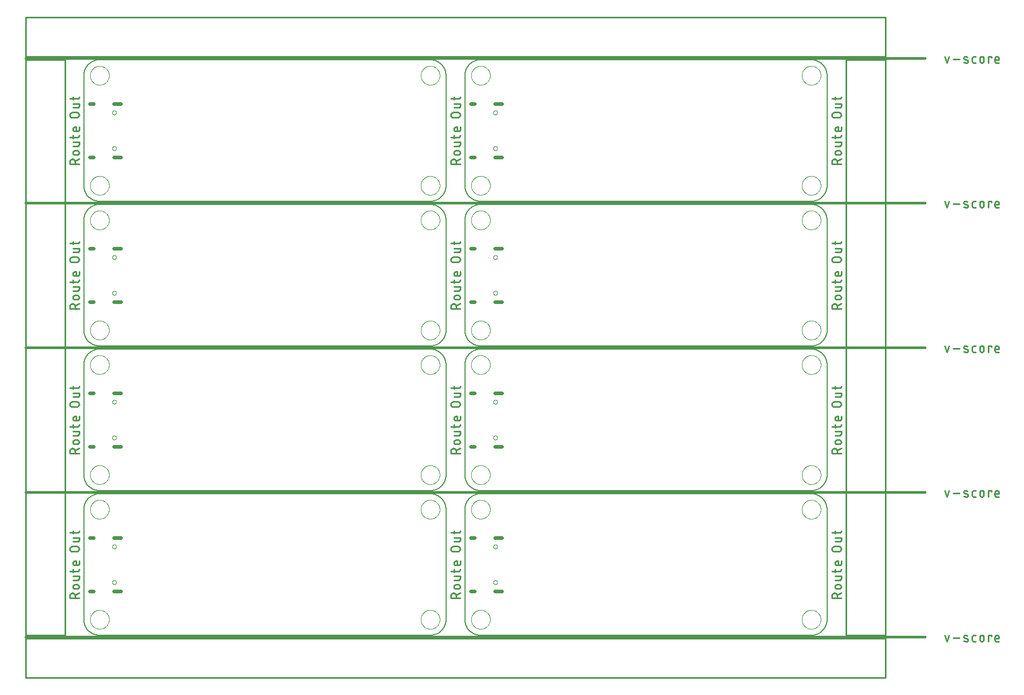
<source format=gko>
G04 EAGLE Gerber RS-274X export*
G75*
%MOMM*%
%FSLAX34Y34*%
%LPD*%
%IN*%
%IPPOS*%
%AMOC8*
5,1,8,0,0,1.08239X$1,22.5*%
G01*
%ADD10C,0.203200*%
%ADD11C,0.279400*%
%ADD12C,0.381000*%
%ADD13C,0.254000*%
%ADD14C,0.000000*%
%ADD15C,0.600000*%


D10*
X25400Y0D02*
X558800Y0D01*
X559414Y7D01*
X560027Y30D01*
X560640Y67D01*
X561251Y119D01*
X561862Y185D01*
X562470Y267D01*
X563076Y363D01*
X563680Y473D01*
X564281Y598D01*
X564879Y738D01*
X565473Y892D01*
X566063Y1061D01*
X566649Y1243D01*
X567230Y1440D01*
X567807Y1651D01*
X568378Y1875D01*
X568944Y2113D01*
X569504Y2365D01*
X570057Y2631D01*
X570604Y2909D01*
X571144Y3201D01*
X571677Y3506D01*
X572202Y3824D01*
X572720Y4154D01*
X573229Y4496D01*
X573730Y4851D01*
X574222Y5218D01*
X574705Y5596D01*
X575179Y5986D01*
X575643Y6388D01*
X576098Y6800D01*
X576542Y7224D01*
X576976Y7658D01*
X577400Y8102D01*
X577812Y8557D01*
X578214Y9021D01*
X578604Y9495D01*
X578982Y9978D01*
X579349Y10470D01*
X579704Y10971D01*
X580046Y11480D01*
X580376Y11998D01*
X580694Y12523D01*
X580999Y13056D01*
X581291Y13596D01*
X581569Y14143D01*
X581835Y14696D01*
X582087Y15256D01*
X582325Y15822D01*
X582549Y16393D01*
X582760Y16970D01*
X582957Y17551D01*
X583139Y18137D01*
X583308Y18727D01*
X583462Y19321D01*
X583602Y19919D01*
X583727Y20520D01*
X583837Y21124D01*
X583933Y21730D01*
X584015Y22338D01*
X584081Y22949D01*
X584133Y23560D01*
X584170Y24173D01*
X584193Y24786D01*
X584200Y25400D01*
X584200Y203200D01*
X584193Y203814D01*
X584170Y204427D01*
X584133Y205040D01*
X584081Y205651D01*
X584015Y206262D01*
X583933Y206870D01*
X583837Y207476D01*
X583727Y208080D01*
X583602Y208681D01*
X583462Y209279D01*
X583308Y209873D01*
X583139Y210463D01*
X582957Y211049D01*
X582760Y211630D01*
X582549Y212207D01*
X582325Y212778D01*
X582087Y213344D01*
X581835Y213904D01*
X581569Y214457D01*
X581291Y215004D01*
X580999Y215544D01*
X580694Y216077D01*
X580376Y216602D01*
X580046Y217120D01*
X579704Y217629D01*
X579349Y218130D01*
X578982Y218622D01*
X578604Y219105D01*
X578214Y219579D01*
X577812Y220043D01*
X577400Y220498D01*
X576976Y220942D01*
X576542Y221376D01*
X576098Y221800D01*
X575643Y222212D01*
X575179Y222614D01*
X574705Y223004D01*
X574222Y223382D01*
X573730Y223749D01*
X573229Y224104D01*
X572720Y224446D01*
X572202Y224776D01*
X571677Y225094D01*
X571144Y225399D01*
X570604Y225691D01*
X570057Y225969D01*
X569504Y226235D01*
X568944Y226487D01*
X568378Y226725D01*
X567807Y226949D01*
X567230Y227160D01*
X566649Y227357D01*
X566063Y227539D01*
X565473Y227708D01*
X564879Y227862D01*
X564281Y228002D01*
X563680Y228127D01*
X563076Y228237D01*
X562470Y228333D01*
X561862Y228415D01*
X561251Y228481D01*
X560640Y228533D01*
X560027Y228570D01*
X559414Y228593D01*
X558800Y228600D01*
X25400Y228600D01*
X24786Y228593D01*
X24173Y228570D01*
X23560Y228533D01*
X22949Y228481D01*
X22338Y228415D01*
X21730Y228333D01*
X21124Y228237D01*
X20520Y228127D01*
X19919Y228002D01*
X19321Y227862D01*
X18727Y227708D01*
X18137Y227539D01*
X17551Y227357D01*
X16970Y227160D01*
X16393Y226949D01*
X15822Y226725D01*
X15256Y226487D01*
X14696Y226235D01*
X14143Y225969D01*
X13596Y225691D01*
X13056Y225399D01*
X12523Y225094D01*
X11998Y224776D01*
X11480Y224446D01*
X10971Y224104D01*
X10470Y223749D01*
X9978Y223382D01*
X9495Y223004D01*
X9021Y222614D01*
X8557Y222212D01*
X8102Y221800D01*
X7658Y221376D01*
X7224Y220942D01*
X6800Y220498D01*
X6388Y220043D01*
X5986Y219579D01*
X5596Y219105D01*
X5218Y218622D01*
X4851Y218130D01*
X4496Y217629D01*
X4154Y217120D01*
X3824Y216602D01*
X3506Y216077D01*
X3201Y215544D01*
X2909Y215004D01*
X2631Y214457D01*
X2365Y213904D01*
X2113Y213344D01*
X1875Y212778D01*
X1651Y212207D01*
X1440Y211630D01*
X1243Y211049D01*
X1061Y210463D01*
X892Y209873D01*
X738Y209279D01*
X598Y208681D01*
X473Y208080D01*
X363Y207476D01*
X267Y206870D01*
X185Y206262D01*
X119Y205651D01*
X67Y205040D01*
X30Y204427D01*
X7Y203814D01*
X0Y203200D01*
X0Y25400D01*
X7Y24786D01*
X30Y24173D01*
X67Y23560D01*
X119Y22949D01*
X185Y22338D01*
X267Y21730D01*
X363Y21124D01*
X473Y20520D01*
X598Y19919D01*
X738Y19321D01*
X892Y18727D01*
X1061Y18137D01*
X1243Y17551D01*
X1440Y16970D01*
X1651Y16393D01*
X1875Y15822D01*
X2113Y15256D01*
X2365Y14696D01*
X2631Y14143D01*
X2909Y13596D01*
X3201Y13056D01*
X3506Y12523D01*
X3824Y11998D01*
X4154Y11480D01*
X4496Y10971D01*
X4851Y10470D01*
X5218Y9978D01*
X5596Y9495D01*
X5986Y9021D01*
X6388Y8557D01*
X6800Y8102D01*
X7224Y7658D01*
X7658Y7224D01*
X8102Y6800D01*
X8557Y6388D01*
X9021Y5986D01*
X9495Y5596D01*
X9978Y5218D01*
X10470Y4851D01*
X10971Y4496D01*
X11480Y4154D01*
X11998Y3824D01*
X12523Y3506D01*
X13056Y3201D01*
X13596Y2909D01*
X14143Y2631D01*
X14696Y2365D01*
X15256Y2113D01*
X15822Y1875D01*
X16393Y1651D01*
X16970Y1440D01*
X17551Y1243D01*
X18137Y1061D01*
X18727Y892D01*
X19321Y738D01*
X19919Y598D01*
X20520Y473D01*
X21124Y363D01*
X21730Y267D01*
X22338Y185D01*
X22949Y119D01*
X23560Y67D01*
X24173Y30D01*
X24786Y7D01*
X25400Y0D01*
D11*
X-7747Y59804D02*
X-22733Y59804D01*
X-22733Y63967D01*
X-22731Y64095D01*
X-22725Y64223D01*
X-22715Y64351D01*
X-22701Y64479D01*
X-22684Y64606D01*
X-22662Y64732D01*
X-22637Y64858D01*
X-22607Y64982D01*
X-22574Y65106D01*
X-22537Y65229D01*
X-22496Y65351D01*
X-22452Y65471D01*
X-22404Y65590D01*
X-22352Y65707D01*
X-22297Y65823D01*
X-22238Y65936D01*
X-22175Y66049D01*
X-22109Y66159D01*
X-22040Y66266D01*
X-21968Y66372D01*
X-21892Y66476D01*
X-21813Y66577D01*
X-21731Y66676D01*
X-21646Y66772D01*
X-21559Y66865D01*
X-21468Y66956D01*
X-21375Y67043D01*
X-21279Y67128D01*
X-21180Y67210D01*
X-21079Y67289D01*
X-20975Y67365D01*
X-20869Y67437D01*
X-20762Y67506D01*
X-20651Y67572D01*
X-20539Y67635D01*
X-20426Y67694D01*
X-20310Y67749D01*
X-20193Y67801D01*
X-20074Y67849D01*
X-19954Y67893D01*
X-19832Y67934D01*
X-19709Y67971D01*
X-19585Y68004D01*
X-19461Y68034D01*
X-19335Y68059D01*
X-19209Y68081D01*
X-19082Y68098D01*
X-18954Y68112D01*
X-18826Y68122D01*
X-18698Y68128D01*
X-18570Y68130D01*
X-18442Y68128D01*
X-18314Y68122D01*
X-18186Y68112D01*
X-18058Y68098D01*
X-17931Y68081D01*
X-17805Y68059D01*
X-17679Y68034D01*
X-17555Y68004D01*
X-17431Y67971D01*
X-17308Y67934D01*
X-17186Y67893D01*
X-17066Y67849D01*
X-16947Y67801D01*
X-16830Y67749D01*
X-16714Y67694D01*
X-16601Y67635D01*
X-16489Y67572D01*
X-16378Y67506D01*
X-16271Y67437D01*
X-16165Y67365D01*
X-16061Y67289D01*
X-15960Y67210D01*
X-15861Y67128D01*
X-15765Y67043D01*
X-15672Y66956D01*
X-15581Y66865D01*
X-15494Y66772D01*
X-15409Y66676D01*
X-15327Y66577D01*
X-15248Y66476D01*
X-15172Y66372D01*
X-15100Y66266D01*
X-15031Y66159D01*
X-14965Y66049D01*
X-14902Y65936D01*
X-14843Y65823D01*
X-14788Y65707D01*
X-14736Y65590D01*
X-14688Y65471D01*
X-14644Y65351D01*
X-14603Y65229D01*
X-14566Y65106D01*
X-14533Y64982D01*
X-14503Y64858D01*
X-14478Y64732D01*
X-14456Y64606D01*
X-14439Y64479D01*
X-14425Y64351D01*
X-14415Y64223D01*
X-14409Y64095D01*
X-14407Y63967D01*
X-14407Y59804D01*
X-14407Y64799D02*
X-7747Y68129D01*
X-11077Y75088D02*
X-14407Y75088D01*
X-14521Y75090D01*
X-14634Y75096D01*
X-14748Y75105D01*
X-14860Y75119D01*
X-14973Y75136D01*
X-15085Y75158D01*
X-15195Y75183D01*
X-15305Y75211D01*
X-15414Y75244D01*
X-15522Y75280D01*
X-15629Y75320D01*
X-15734Y75364D01*
X-15837Y75411D01*
X-15939Y75461D01*
X-16039Y75515D01*
X-16137Y75573D01*
X-16233Y75634D01*
X-16327Y75697D01*
X-16419Y75765D01*
X-16509Y75835D01*
X-16595Y75908D01*
X-16680Y75984D01*
X-16762Y76063D01*
X-16841Y76145D01*
X-16917Y76230D01*
X-16990Y76316D01*
X-17060Y76406D01*
X-17128Y76498D01*
X-17191Y76592D01*
X-17252Y76688D01*
X-17310Y76786D01*
X-17364Y76886D01*
X-17414Y76988D01*
X-17461Y77091D01*
X-17505Y77196D01*
X-17545Y77303D01*
X-17581Y77411D01*
X-17614Y77520D01*
X-17642Y77630D01*
X-17667Y77740D01*
X-17689Y77852D01*
X-17706Y77965D01*
X-17720Y78077D01*
X-17729Y78191D01*
X-17735Y78304D01*
X-17737Y78418D01*
X-17735Y78532D01*
X-17729Y78645D01*
X-17720Y78759D01*
X-17706Y78871D01*
X-17689Y78984D01*
X-17667Y79096D01*
X-17642Y79206D01*
X-17614Y79316D01*
X-17581Y79425D01*
X-17545Y79533D01*
X-17505Y79640D01*
X-17461Y79745D01*
X-17414Y79848D01*
X-17364Y79950D01*
X-17310Y80050D01*
X-17252Y80148D01*
X-17191Y80244D01*
X-17128Y80338D01*
X-17060Y80430D01*
X-16990Y80520D01*
X-16917Y80606D01*
X-16841Y80691D01*
X-16762Y80773D01*
X-16680Y80852D01*
X-16595Y80928D01*
X-16509Y81001D01*
X-16419Y81071D01*
X-16327Y81139D01*
X-16233Y81202D01*
X-16137Y81263D01*
X-16039Y81321D01*
X-15939Y81375D01*
X-15837Y81425D01*
X-15734Y81472D01*
X-15629Y81516D01*
X-15522Y81556D01*
X-15414Y81592D01*
X-15305Y81625D01*
X-15195Y81653D01*
X-15085Y81678D01*
X-14973Y81700D01*
X-14860Y81717D01*
X-14748Y81731D01*
X-14634Y81740D01*
X-14521Y81746D01*
X-14407Y81748D01*
X-11077Y81748D01*
X-10963Y81746D01*
X-10850Y81740D01*
X-10736Y81731D01*
X-10624Y81717D01*
X-10511Y81700D01*
X-10399Y81678D01*
X-10289Y81653D01*
X-10179Y81625D01*
X-10070Y81592D01*
X-9962Y81556D01*
X-9855Y81516D01*
X-9750Y81472D01*
X-9647Y81425D01*
X-9545Y81375D01*
X-9445Y81321D01*
X-9347Y81263D01*
X-9251Y81202D01*
X-9157Y81139D01*
X-9065Y81071D01*
X-8975Y81001D01*
X-8889Y80928D01*
X-8804Y80852D01*
X-8722Y80773D01*
X-8643Y80691D01*
X-8567Y80606D01*
X-8494Y80520D01*
X-8424Y80430D01*
X-8356Y80338D01*
X-8293Y80244D01*
X-8232Y80148D01*
X-8174Y80050D01*
X-8120Y79950D01*
X-8070Y79848D01*
X-8023Y79745D01*
X-7979Y79640D01*
X-7939Y79533D01*
X-7903Y79425D01*
X-7870Y79316D01*
X-7842Y79206D01*
X-7817Y79096D01*
X-7795Y78984D01*
X-7778Y78871D01*
X-7764Y78759D01*
X-7755Y78645D01*
X-7749Y78532D01*
X-7747Y78418D01*
X-7749Y78304D01*
X-7755Y78191D01*
X-7764Y78077D01*
X-7778Y77965D01*
X-7795Y77852D01*
X-7817Y77740D01*
X-7842Y77630D01*
X-7870Y77520D01*
X-7903Y77411D01*
X-7939Y77303D01*
X-7979Y77196D01*
X-8023Y77091D01*
X-8070Y76988D01*
X-8120Y76886D01*
X-8174Y76786D01*
X-8232Y76688D01*
X-8293Y76592D01*
X-8356Y76498D01*
X-8424Y76406D01*
X-8494Y76316D01*
X-8567Y76230D01*
X-8643Y76145D01*
X-8722Y76063D01*
X-8804Y75984D01*
X-8889Y75908D01*
X-8975Y75835D01*
X-9065Y75765D01*
X-9157Y75697D01*
X-9251Y75634D01*
X-9347Y75573D01*
X-9445Y75515D01*
X-9545Y75461D01*
X-9647Y75411D01*
X-9750Y75364D01*
X-9855Y75320D01*
X-9962Y75280D01*
X-10070Y75244D01*
X-10179Y75211D01*
X-10289Y75183D01*
X-10399Y75158D01*
X-10511Y75136D01*
X-10624Y75119D01*
X-10736Y75105D01*
X-10850Y75096D01*
X-10963Y75090D01*
X-11077Y75088D01*
X-10245Y89156D02*
X-17738Y89156D01*
X-10245Y89155D02*
X-10147Y89157D01*
X-10049Y89163D01*
X-9951Y89172D01*
X-9854Y89186D01*
X-9758Y89203D01*
X-9662Y89224D01*
X-9567Y89249D01*
X-9473Y89277D01*
X-9380Y89309D01*
X-9289Y89345D01*
X-9199Y89384D01*
X-9111Y89427D01*
X-9024Y89474D01*
X-8940Y89523D01*
X-8857Y89576D01*
X-8777Y89632D01*
X-8699Y89691D01*
X-8623Y89754D01*
X-8549Y89819D01*
X-8479Y89887D01*
X-8411Y89957D01*
X-8346Y90031D01*
X-8283Y90107D01*
X-8224Y90185D01*
X-8168Y90265D01*
X-8115Y90348D01*
X-8066Y90432D01*
X-8019Y90519D01*
X-7976Y90607D01*
X-7937Y90697D01*
X-7901Y90788D01*
X-7869Y90881D01*
X-7841Y90975D01*
X-7816Y91070D01*
X-7795Y91166D01*
X-7778Y91262D01*
X-7764Y91359D01*
X-7755Y91457D01*
X-7749Y91555D01*
X-7747Y91653D01*
X-7747Y95816D01*
X-17738Y95816D01*
X-17738Y101797D02*
X-17738Y106792D01*
X-22733Y103462D02*
X-10245Y103462D01*
X-10147Y103464D01*
X-10049Y103470D01*
X-9951Y103479D01*
X-9854Y103493D01*
X-9758Y103510D01*
X-9662Y103531D01*
X-9567Y103556D01*
X-9473Y103584D01*
X-9380Y103616D01*
X-9289Y103652D01*
X-9199Y103691D01*
X-9111Y103734D01*
X-9024Y103781D01*
X-8940Y103830D01*
X-8857Y103883D01*
X-8777Y103939D01*
X-8699Y103998D01*
X-8623Y104061D01*
X-8549Y104126D01*
X-8479Y104194D01*
X-8411Y104264D01*
X-8346Y104338D01*
X-8283Y104414D01*
X-8224Y104492D01*
X-8168Y104572D01*
X-8115Y104655D01*
X-8066Y104739D01*
X-8019Y104826D01*
X-7976Y104914D01*
X-7937Y105004D01*
X-7901Y105095D01*
X-7869Y105188D01*
X-7841Y105282D01*
X-7816Y105377D01*
X-7795Y105473D01*
X-7778Y105569D01*
X-7764Y105666D01*
X-7755Y105764D01*
X-7749Y105862D01*
X-7747Y105960D01*
X-7747Y106792D01*
X-7747Y115621D02*
X-7747Y119784D01*
X-7747Y115621D02*
X-7749Y115523D01*
X-7755Y115425D01*
X-7764Y115327D01*
X-7778Y115230D01*
X-7795Y115134D01*
X-7816Y115038D01*
X-7841Y114943D01*
X-7869Y114849D01*
X-7901Y114756D01*
X-7937Y114665D01*
X-7976Y114575D01*
X-8019Y114487D01*
X-8066Y114400D01*
X-8115Y114316D01*
X-8168Y114233D01*
X-8224Y114153D01*
X-8283Y114075D01*
X-8346Y113999D01*
X-8411Y113925D01*
X-8479Y113855D01*
X-8549Y113787D01*
X-8623Y113722D01*
X-8699Y113659D01*
X-8777Y113600D01*
X-8857Y113544D01*
X-8940Y113491D01*
X-9024Y113442D01*
X-9111Y113395D01*
X-9199Y113352D01*
X-9289Y113313D01*
X-9380Y113277D01*
X-9473Y113245D01*
X-9567Y113217D01*
X-9662Y113192D01*
X-9758Y113171D01*
X-9854Y113154D01*
X-9951Y113140D01*
X-10049Y113131D01*
X-10147Y113125D01*
X-10245Y113123D01*
X-10245Y113124D02*
X-14407Y113124D01*
X-14521Y113126D01*
X-14634Y113132D01*
X-14748Y113141D01*
X-14860Y113155D01*
X-14973Y113172D01*
X-15085Y113194D01*
X-15195Y113219D01*
X-15305Y113247D01*
X-15414Y113280D01*
X-15522Y113316D01*
X-15629Y113356D01*
X-15734Y113400D01*
X-15837Y113447D01*
X-15939Y113497D01*
X-16039Y113551D01*
X-16137Y113609D01*
X-16233Y113670D01*
X-16327Y113733D01*
X-16419Y113801D01*
X-16509Y113871D01*
X-16595Y113944D01*
X-16680Y114020D01*
X-16762Y114099D01*
X-16841Y114181D01*
X-16917Y114266D01*
X-16990Y114352D01*
X-17060Y114442D01*
X-17128Y114534D01*
X-17191Y114628D01*
X-17252Y114724D01*
X-17310Y114822D01*
X-17364Y114922D01*
X-17414Y115024D01*
X-17461Y115127D01*
X-17505Y115232D01*
X-17545Y115339D01*
X-17581Y115447D01*
X-17614Y115556D01*
X-17642Y115666D01*
X-17667Y115776D01*
X-17689Y115888D01*
X-17706Y116001D01*
X-17720Y116113D01*
X-17729Y116227D01*
X-17735Y116340D01*
X-17737Y116454D01*
X-17735Y116568D01*
X-17729Y116681D01*
X-17720Y116795D01*
X-17706Y116907D01*
X-17689Y117020D01*
X-17667Y117132D01*
X-17642Y117242D01*
X-17614Y117352D01*
X-17581Y117461D01*
X-17545Y117569D01*
X-17505Y117676D01*
X-17461Y117781D01*
X-17414Y117884D01*
X-17364Y117986D01*
X-17310Y118086D01*
X-17252Y118184D01*
X-17191Y118280D01*
X-17128Y118374D01*
X-17060Y118466D01*
X-16990Y118556D01*
X-16917Y118642D01*
X-16841Y118727D01*
X-16762Y118809D01*
X-16680Y118888D01*
X-16595Y118964D01*
X-16509Y119037D01*
X-16419Y119107D01*
X-16327Y119175D01*
X-16233Y119238D01*
X-16137Y119299D01*
X-16039Y119357D01*
X-15939Y119411D01*
X-15837Y119461D01*
X-15734Y119508D01*
X-15629Y119552D01*
X-15522Y119592D01*
X-15414Y119628D01*
X-15305Y119661D01*
X-15195Y119689D01*
X-15085Y119714D01*
X-14973Y119736D01*
X-14860Y119753D01*
X-14748Y119767D01*
X-14634Y119776D01*
X-14521Y119782D01*
X-14407Y119784D01*
X-12742Y119784D01*
X-12742Y113124D01*
X-11910Y135217D02*
X-18570Y135217D01*
X-18698Y135219D01*
X-18826Y135225D01*
X-18954Y135235D01*
X-19082Y135249D01*
X-19209Y135266D01*
X-19335Y135288D01*
X-19461Y135313D01*
X-19585Y135343D01*
X-19709Y135376D01*
X-19832Y135413D01*
X-19954Y135454D01*
X-20074Y135498D01*
X-20193Y135546D01*
X-20310Y135598D01*
X-20426Y135653D01*
X-20539Y135712D01*
X-20652Y135775D01*
X-20762Y135841D01*
X-20869Y135910D01*
X-20975Y135982D01*
X-21079Y136058D01*
X-21180Y136137D01*
X-21279Y136219D01*
X-21375Y136304D01*
X-21468Y136391D01*
X-21559Y136482D01*
X-21646Y136575D01*
X-21731Y136671D01*
X-21813Y136770D01*
X-21892Y136871D01*
X-21968Y136975D01*
X-22040Y137081D01*
X-22109Y137188D01*
X-22175Y137299D01*
X-22238Y137411D01*
X-22297Y137524D01*
X-22352Y137640D01*
X-22404Y137757D01*
X-22452Y137876D01*
X-22496Y137996D01*
X-22537Y138118D01*
X-22574Y138241D01*
X-22607Y138365D01*
X-22637Y138489D01*
X-22662Y138615D01*
X-22684Y138741D01*
X-22701Y138868D01*
X-22715Y138996D01*
X-22725Y139124D01*
X-22731Y139252D01*
X-22733Y139380D01*
X-22731Y139508D01*
X-22725Y139636D01*
X-22715Y139764D01*
X-22701Y139892D01*
X-22684Y140019D01*
X-22662Y140145D01*
X-22637Y140271D01*
X-22607Y140395D01*
X-22574Y140519D01*
X-22537Y140642D01*
X-22496Y140764D01*
X-22452Y140884D01*
X-22404Y141003D01*
X-22352Y141120D01*
X-22297Y141236D01*
X-22238Y141349D01*
X-22175Y141462D01*
X-22109Y141572D01*
X-22040Y141679D01*
X-21968Y141785D01*
X-21892Y141889D01*
X-21813Y141990D01*
X-21731Y142089D01*
X-21646Y142185D01*
X-21559Y142278D01*
X-21468Y142369D01*
X-21375Y142456D01*
X-21279Y142541D01*
X-21180Y142623D01*
X-21079Y142702D01*
X-20975Y142778D01*
X-20869Y142850D01*
X-20762Y142919D01*
X-20651Y142985D01*
X-20539Y143048D01*
X-20426Y143107D01*
X-20310Y143162D01*
X-20193Y143214D01*
X-20074Y143262D01*
X-19954Y143306D01*
X-19832Y143347D01*
X-19709Y143384D01*
X-19585Y143417D01*
X-19461Y143447D01*
X-19335Y143472D01*
X-19209Y143494D01*
X-19082Y143511D01*
X-18954Y143525D01*
X-18826Y143535D01*
X-18698Y143541D01*
X-18570Y143543D01*
X-18570Y143542D02*
X-11910Y143542D01*
X-11910Y143543D02*
X-11782Y143541D01*
X-11654Y143535D01*
X-11526Y143525D01*
X-11398Y143511D01*
X-11271Y143494D01*
X-11145Y143472D01*
X-11019Y143447D01*
X-10895Y143417D01*
X-10771Y143384D01*
X-10648Y143347D01*
X-10526Y143306D01*
X-10406Y143262D01*
X-10287Y143214D01*
X-10170Y143162D01*
X-10054Y143107D01*
X-9941Y143048D01*
X-9828Y142985D01*
X-9718Y142919D01*
X-9611Y142850D01*
X-9505Y142778D01*
X-9401Y142702D01*
X-9300Y142623D01*
X-9201Y142541D01*
X-9105Y142456D01*
X-9012Y142369D01*
X-8921Y142278D01*
X-8834Y142185D01*
X-8749Y142089D01*
X-8667Y141990D01*
X-8588Y141889D01*
X-8512Y141785D01*
X-8440Y141679D01*
X-8371Y141572D01*
X-8305Y141461D01*
X-8242Y141349D01*
X-8183Y141236D01*
X-8128Y141120D01*
X-8076Y141003D01*
X-8028Y140884D01*
X-7984Y140764D01*
X-7943Y140642D01*
X-7906Y140519D01*
X-7873Y140395D01*
X-7843Y140271D01*
X-7818Y140145D01*
X-7796Y140019D01*
X-7779Y139892D01*
X-7765Y139764D01*
X-7755Y139636D01*
X-7749Y139508D01*
X-7747Y139380D01*
X-7749Y139252D01*
X-7755Y139124D01*
X-7765Y138996D01*
X-7779Y138868D01*
X-7796Y138741D01*
X-7818Y138615D01*
X-7843Y138489D01*
X-7873Y138365D01*
X-7906Y138241D01*
X-7943Y138118D01*
X-7984Y137996D01*
X-8028Y137876D01*
X-8076Y137757D01*
X-8128Y137640D01*
X-8183Y137524D01*
X-8242Y137411D01*
X-8305Y137299D01*
X-8371Y137188D01*
X-8440Y137081D01*
X-8512Y136975D01*
X-8588Y136871D01*
X-8667Y136770D01*
X-8749Y136671D01*
X-8834Y136575D01*
X-8921Y136482D01*
X-9012Y136391D01*
X-9105Y136304D01*
X-9201Y136219D01*
X-9300Y136137D01*
X-9401Y136058D01*
X-9505Y135982D01*
X-9611Y135910D01*
X-9718Y135841D01*
X-9829Y135775D01*
X-9941Y135712D01*
X-10054Y135653D01*
X-10170Y135598D01*
X-10287Y135546D01*
X-10406Y135498D01*
X-10526Y135454D01*
X-10648Y135413D01*
X-10771Y135376D01*
X-10895Y135343D01*
X-11019Y135313D01*
X-11145Y135288D01*
X-11271Y135266D01*
X-11398Y135249D01*
X-11526Y135235D01*
X-11654Y135225D01*
X-11782Y135219D01*
X-11910Y135217D01*
X-10245Y151159D02*
X-17738Y151159D01*
X-10245Y151159D02*
X-10147Y151161D01*
X-10049Y151167D01*
X-9951Y151176D01*
X-9854Y151190D01*
X-9758Y151207D01*
X-9662Y151228D01*
X-9567Y151253D01*
X-9473Y151281D01*
X-9380Y151313D01*
X-9289Y151349D01*
X-9199Y151388D01*
X-9111Y151431D01*
X-9024Y151478D01*
X-8940Y151527D01*
X-8857Y151580D01*
X-8777Y151636D01*
X-8699Y151695D01*
X-8623Y151758D01*
X-8549Y151823D01*
X-8479Y151891D01*
X-8411Y151961D01*
X-8346Y152035D01*
X-8283Y152111D01*
X-8224Y152189D01*
X-8168Y152269D01*
X-8115Y152352D01*
X-8066Y152436D01*
X-8019Y152523D01*
X-7976Y152611D01*
X-7937Y152701D01*
X-7901Y152792D01*
X-7869Y152885D01*
X-7841Y152979D01*
X-7816Y153074D01*
X-7795Y153170D01*
X-7778Y153266D01*
X-7764Y153363D01*
X-7755Y153461D01*
X-7749Y153559D01*
X-7747Y153657D01*
X-7747Y157820D01*
X-17738Y157820D01*
X-17738Y163801D02*
X-17738Y168796D01*
X-22733Y165466D02*
X-10245Y165466D01*
X-10147Y165468D01*
X-10049Y165474D01*
X-9951Y165483D01*
X-9854Y165497D01*
X-9758Y165514D01*
X-9662Y165535D01*
X-9567Y165560D01*
X-9473Y165588D01*
X-9380Y165620D01*
X-9289Y165656D01*
X-9199Y165695D01*
X-9111Y165738D01*
X-9024Y165785D01*
X-8940Y165834D01*
X-8857Y165887D01*
X-8777Y165943D01*
X-8699Y166002D01*
X-8623Y166065D01*
X-8549Y166130D01*
X-8479Y166198D01*
X-8411Y166268D01*
X-8346Y166342D01*
X-8283Y166418D01*
X-8224Y166496D01*
X-8168Y166576D01*
X-8115Y166659D01*
X-8066Y166743D01*
X-8019Y166830D01*
X-7976Y166918D01*
X-7937Y167008D01*
X-7901Y167099D01*
X-7869Y167192D01*
X-7841Y167286D01*
X-7816Y167381D01*
X-7795Y167477D01*
X-7778Y167573D01*
X-7764Y167670D01*
X-7755Y167768D01*
X-7749Y167866D01*
X-7747Y167964D01*
X-7747Y168796D01*
D10*
X640080Y0D02*
X1173480Y0D01*
X1174094Y7D01*
X1174707Y30D01*
X1175320Y67D01*
X1175931Y119D01*
X1176542Y185D01*
X1177150Y267D01*
X1177756Y363D01*
X1178360Y473D01*
X1178961Y598D01*
X1179559Y738D01*
X1180153Y892D01*
X1180743Y1061D01*
X1181329Y1243D01*
X1181910Y1440D01*
X1182487Y1651D01*
X1183058Y1875D01*
X1183624Y2113D01*
X1184184Y2365D01*
X1184737Y2631D01*
X1185284Y2909D01*
X1185824Y3201D01*
X1186357Y3506D01*
X1186882Y3824D01*
X1187400Y4154D01*
X1187909Y4496D01*
X1188410Y4851D01*
X1188902Y5218D01*
X1189385Y5596D01*
X1189859Y5986D01*
X1190323Y6388D01*
X1190778Y6800D01*
X1191222Y7224D01*
X1191656Y7658D01*
X1192080Y8102D01*
X1192492Y8557D01*
X1192894Y9021D01*
X1193284Y9495D01*
X1193662Y9978D01*
X1194029Y10470D01*
X1194384Y10971D01*
X1194726Y11480D01*
X1195056Y11998D01*
X1195374Y12523D01*
X1195679Y13056D01*
X1195971Y13596D01*
X1196249Y14143D01*
X1196515Y14696D01*
X1196767Y15256D01*
X1197005Y15822D01*
X1197229Y16393D01*
X1197440Y16970D01*
X1197637Y17551D01*
X1197819Y18137D01*
X1197988Y18727D01*
X1198142Y19321D01*
X1198282Y19919D01*
X1198407Y20520D01*
X1198517Y21124D01*
X1198613Y21730D01*
X1198695Y22338D01*
X1198761Y22949D01*
X1198813Y23560D01*
X1198850Y24173D01*
X1198873Y24786D01*
X1198880Y25400D01*
X1198880Y203200D01*
X1198873Y203814D01*
X1198850Y204427D01*
X1198813Y205040D01*
X1198761Y205651D01*
X1198695Y206262D01*
X1198613Y206870D01*
X1198517Y207476D01*
X1198407Y208080D01*
X1198282Y208681D01*
X1198142Y209279D01*
X1197988Y209873D01*
X1197819Y210463D01*
X1197637Y211049D01*
X1197440Y211630D01*
X1197229Y212207D01*
X1197005Y212778D01*
X1196767Y213344D01*
X1196515Y213904D01*
X1196249Y214457D01*
X1195971Y215004D01*
X1195679Y215544D01*
X1195374Y216077D01*
X1195056Y216602D01*
X1194726Y217120D01*
X1194384Y217629D01*
X1194029Y218130D01*
X1193662Y218622D01*
X1193284Y219105D01*
X1192894Y219579D01*
X1192492Y220043D01*
X1192080Y220498D01*
X1191656Y220942D01*
X1191222Y221376D01*
X1190778Y221800D01*
X1190323Y222212D01*
X1189859Y222614D01*
X1189385Y223004D01*
X1188902Y223382D01*
X1188410Y223749D01*
X1187909Y224104D01*
X1187400Y224446D01*
X1186882Y224776D01*
X1186357Y225094D01*
X1185824Y225399D01*
X1185284Y225691D01*
X1184737Y225969D01*
X1184184Y226235D01*
X1183624Y226487D01*
X1183058Y226725D01*
X1182487Y226949D01*
X1181910Y227160D01*
X1181329Y227357D01*
X1180743Y227539D01*
X1180153Y227708D01*
X1179559Y227862D01*
X1178961Y228002D01*
X1178360Y228127D01*
X1177756Y228237D01*
X1177150Y228333D01*
X1176542Y228415D01*
X1175931Y228481D01*
X1175320Y228533D01*
X1174707Y228570D01*
X1174094Y228593D01*
X1173480Y228600D01*
X640080Y228600D01*
X639466Y228593D01*
X638853Y228570D01*
X638240Y228533D01*
X637629Y228481D01*
X637018Y228415D01*
X636410Y228333D01*
X635804Y228237D01*
X635200Y228127D01*
X634599Y228002D01*
X634001Y227862D01*
X633407Y227708D01*
X632817Y227539D01*
X632231Y227357D01*
X631650Y227160D01*
X631073Y226949D01*
X630502Y226725D01*
X629936Y226487D01*
X629376Y226235D01*
X628823Y225969D01*
X628276Y225691D01*
X627736Y225399D01*
X627203Y225094D01*
X626678Y224776D01*
X626160Y224446D01*
X625651Y224104D01*
X625150Y223749D01*
X624658Y223382D01*
X624175Y223004D01*
X623701Y222614D01*
X623237Y222212D01*
X622782Y221800D01*
X622338Y221376D01*
X621904Y220942D01*
X621480Y220498D01*
X621068Y220043D01*
X620666Y219579D01*
X620276Y219105D01*
X619898Y218622D01*
X619531Y218130D01*
X619176Y217629D01*
X618834Y217120D01*
X618504Y216602D01*
X618186Y216077D01*
X617881Y215544D01*
X617589Y215004D01*
X617311Y214457D01*
X617045Y213904D01*
X616793Y213344D01*
X616555Y212778D01*
X616331Y212207D01*
X616120Y211630D01*
X615923Y211049D01*
X615741Y210463D01*
X615572Y209873D01*
X615418Y209279D01*
X615278Y208681D01*
X615153Y208080D01*
X615043Y207476D01*
X614947Y206870D01*
X614865Y206262D01*
X614799Y205651D01*
X614747Y205040D01*
X614710Y204427D01*
X614687Y203814D01*
X614680Y203200D01*
X614680Y25400D01*
X614687Y24786D01*
X614710Y24173D01*
X614747Y23560D01*
X614799Y22949D01*
X614865Y22338D01*
X614947Y21730D01*
X615043Y21124D01*
X615153Y20520D01*
X615278Y19919D01*
X615418Y19321D01*
X615572Y18727D01*
X615741Y18137D01*
X615923Y17551D01*
X616120Y16970D01*
X616331Y16393D01*
X616555Y15822D01*
X616793Y15256D01*
X617045Y14696D01*
X617311Y14143D01*
X617589Y13596D01*
X617881Y13056D01*
X618186Y12523D01*
X618504Y11998D01*
X618834Y11480D01*
X619176Y10971D01*
X619531Y10470D01*
X619898Y9978D01*
X620276Y9495D01*
X620666Y9021D01*
X621068Y8557D01*
X621480Y8102D01*
X621904Y7658D01*
X622338Y7224D01*
X622782Y6800D01*
X623237Y6388D01*
X623701Y5986D01*
X624175Y5596D01*
X624658Y5218D01*
X625150Y4851D01*
X625651Y4496D01*
X626160Y4154D01*
X626678Y3824D01*
X627203Y3506D01*
X627736Y3201D01*
X628276Y2909D01*
X628823Y2631D01*
X629376Y2365D01*
X629936Y2113D01*
X630502Y1875D01*
X631073Y1651D01*
X631650Y1440D01*
X632231Y1243D01*
X632817Y1061D01*
X633407Y892D01*
X634001Y738D01*
X634599Y598D01*
X635200Y473D01*
X635804Y363D01*
X636410Y267D01*
X637018Y185D01*
X637629Y119D01*
X638240Y67D01*
X638853Y30D01*
X639466Y7D01*
X640080Y0D01*
D11*
X606933Y59804D02*
X591947Y59804D01*
X591947Y63967D01*
X591949Y64095D01*
X591955Y64223D01*
X591965Y64351D01*
X591979Y64479D01*
X591996Y64606D01*
X592018Y64732D01*
X592043Y64858D01*
X592073Y64982D01*
X592106Y65106D01*
X592143Y65229D01*
X592184Y65351D01*
X592228Y65471D01*
X592276Y65590D01*
X592328Y65707D01*
X592383Y65823D01*
X592442Y65936D01*
X592505Y66049D01*
X592571Y66159D01*
X592640Y66266D01*
X592712Y66372D01*
X592788Y66476D01*
X592867Y66577D01*
X592949Y66676D01*
X593034Y66772D01*
X593121Y66865D01*
X593212Y66956D01*
X593305Y67043D01*
X593401Y67128D01*
X593500Y67210D01*
X593601Y67289D01*
X593705Y67365D01*
X593811Y67437D01*
X593918Y67506D01*
X594029Y67572D01*
X594141Y67635D01*
X594254Y67694D01*
X594370Y67749D01*
X594487Y67801D01*
X594606Y67849D01*
X594726Y67893D01*
X594848Y67934D01*
X594971Y67971D01*
X595095Y68004D01*
X595219Y68034D01*
X595345Y68059D01*
X595471Y68081D01*
X595598Y68098D01*
X595726Y68112D01*
X595854Y68122D01*
X595982Y68128D01*
X596110Y68130D01*
X596238Y68128D01*
X596366Y68122D01*
X596494Y68112D01*
X596622Y68098D01*
X596749Y68081D01*
X596875Y68059D01*
X597001Y68034D01*
X597125Y68004D01*
X597249Y67971D01*
X597372Y67934D01*
X597494Y67893D01*
X597614Y67849D01*
X597733Y67801D01*
X597850Y67749D01*
X597966Y67694D01*
X598079Y67635D01*
X598192Y67572D01*
X598302Y67506D01*
X598409Y67437D01*
X598515Y67365D01*
X598619Y67289D01*
X598720Y67210D01*
X598819Y67128D01*
X598915Y67043D01*
X599008Y66956D01*
X599099Y66865D01*
X599186Y66772D01*
X599271Y66676D01*
X599353Y66577D01*
X599432Y66476D01*
X599508Y66372D01*
X599580Y66266D01*
X599649Y66159D01*
X599715Y66049D01*
X599778Y65936D01*
X599837Y65823D01*
X599892Y65707D01*
X599944Y65590D01*
X599992Y65471D01*
X600036Y65351D01*
X600077Y65229D01*
X600114Y65106D01*
X600147Y64982D01*
X600177Y64858D01*
X600202Y64732D01*
X600224Y64606D01*
X600241Y64479D01*
X600255Y64351D01*
X600265Y64223D01*
X600271Y64095D01*
X600273Y63967D01*
X600273Y59804D01*
X600273Y64799D02*
X606933Y68129D01*
X603603Y75088D02*
X600273Y75088D01*
X600159Y75090D01*
X600046Y75096D01*
X599932Y75105D01*
X599820Y75119D01*
X599707Y75136D01*
X599595Y75158D01*
X599485Y75183D01*
X599375Y75211D01*
X599266Y75244D01*
X599158Y75280D01*
X599051Y75320D01*
X598946Y75364D01*
X598843Y75411D01*
X598741Y75461D01*
X598641Y75515D01*
X598543Y75573D01*
X598447Y75634D01*
X598353Y75697D01*
X598261Y75765D01*
X598171Y75835D01*
X598085Y75908D01*
X598000Y75984D01*
X597918Y76063D01*
X597839Y76145D01*
X597763Y76230D01*
X597690Y76316D01*
X597620Y76406D01*
X597552Y76498D01*
X597489Y76592D01*
X597428Y76688D01*
X597370Y76786D01*
X597316Y76886D01*
X597266Y76988D01*
X597219Y77091D01*
X597175Y77196D01*
X597135Y77303D01*
X597099Y77411D01*
X597066Y77520D01*
X597038Y77630D01*
X597013Y77740D01*
X596991Y77852D01*
X596974Y77965D01*
X596960Y78077D01*
X596951Y78191D01*
X596945Y78304D01*
X596943Y78418D01*
X596945Y78532D01*
X596951Y78645D01*
X596960Y78759D01*
X596974Y78871D01*
X596991Y78984D01*
X597013Y79096D01*
X597038Y79206D01*
X597066Y79316D01*
X597099Y79425D01*
X597135Y79533D01*
X597175Y79640D01*
X597219Y79745D01*
X597266Y79848D01*
X597316Y79950D01*
X597370Y80050D01*
X597428Y80148D01*
X597489Y80244D01*
X597552Y80338D01*
X597620Y80430D01*
X597690Y80520D01*
X597763Y80606D01*
X597839Y80691D01*
X597918Y80773D01*
X598000Y80852D01*
X598085Y80928D01*
X598171Y81001D01*
X598261Y81071D01*
X598353Y81139D01*
X598447Y81202D01*
X598543Y81263D01*
X598641Y81321D01*
X598741Y81375D01*
X598843Y81425D01*
X598946Y81472D01*
X599051Y81516D01*
X599158Y81556D01*
X599266Y81592D01*
X599375Y81625D01*
X599485Y81653D01*
X599595Y81678D01*
X599707Y81700D01*
X599820Y81717D01*
X599932Y81731D01*
X600046Y81740D01*
X600159Y81746D01*
X600273Y81748D01*
X603603Y81748D01*
X603717Y81746D01*
X603830Y81740D01*
X603944Y81731D01*
X604056Y81717D01*
X604169Y81700D01*
X604281Y81678D01*
X604391Y81653D01*
X604501Y81625D01*
X604610Y81592D01*
X604718Y81556D01*
X604825Y81516D01*
X604930Y81472D01*
X605033Y81425D01*
X605135Y81375D01*
X605235Y81321D01*
X605333Y81263D01*
X605429Y81202D01*
X605523Y81139D01*
X605615Y81071D01*
X605705Y81001D01*
X605791Y80928D01*
X605876Y80852D01*
X605958Y80773D01*
X606037Y80691D01*
X606113Y80606D01*
X606186Y80520D01*
X606256Y80430D01*
X606324Y80338D01*
X606387Y80244D01*
X606448Y80148D01*
X606506Y80050D01*
X606560Y79950D01*
X606610Y79848D01*
X606657Y79745D01*
X606701Y79640D01*
X606741Y79533D01*
X606777Y79425D01*
X606810Y79316D01*
X606838Y79206D01*
X606863Y79096D01*
X606885Y78984D01*
X606902Y78871D01*
X606916Y78759D01*
X606925Y78645D01*
X606931Y78532D01*
X606933Y78418D01*
X606931Y78304D01*
X606925Y78191D01*
X606916Y78077D01*
X606902Y77965D01*
X606885Y77852D01*
X606863Y77740D01*
X606838Y77630D01*
X606810Y77520D01*
X606777Y77411D01*
X606741Y77303D01*
X606701Y77196D01*
X606657Y77091D01*
X606610Y76988D01*
X606560Y76886D01*
X606506Y76786D01*
X606448Y76688D01*
X606387Y76592D01*
X606324Y76498D01*
X606256Y76406D01*
X606186Y76316D01*
X606113Y76230D01*
X606037Y76145D01*
X605958Y76063D01*
X605876Y75984D01*
X605791Y75908D01*
X605705Y75835D01*
X605615Y75765D01*
X605523Y75697D01*
X605429Y75634D01*
X605333Y75573D01*
X605235Y75515D01*
X605135Y75461D01*
X605033Y75411D01*
X604930Y75364D01*
X604825Y75320D01*
X604718Y75280D01*
X604610Y75244D01*
X604501Y75211D01*
X604391Y75183D01*
X604281Y75158D01*
X604169Y75136D01*
X604056Y75119D01*
X603944Y75105D01*
X603830Y75096D01*
X603717Y75090D01*
X603603Y75088D01*
X604435Y89156D02*
X596942Y89156D01*
X604435Y89155D02*
X604533Y89157D01*
X604631Y89163D01*
X604729Y89172D01*
X604826Y89186D01*
X604922Y89203D01*
X605018Y89224D01*
X605113Y89249D01*
X605207Y89277D01*
X605300Y89309D01*
X605391Y89345D01*
X605481Y89384D01*
X605569Y89427D01*
X605656Y89474D01*
X605740Y89523D01*
X605823Y89576D01*
X605903Y89632D01*
X605982Y89691D01*
X606057Y89754D01*
X606131Y89819D01*
X606201Y89887D01*
X606269Y89957D01*
X606335Y90031D01*
X606397Y90107D01*
X606456Y90185D01*
X606512Y90265D01*
X606565Y90348D01*
X606615Y90432D01*
X606661Y90519D01*
X606704Y90607D01*
X606743Y90697D01*
X606779Y90788D01*
X606811Y90881D01*
X606839Y90975D01*
X606864Y91070D01*
X606885Y91166D01*
X606902Y91262D01*
X606916Y91359D01*
X606925Y91457D01*
X606931Y91555D01*
X606933Y91653D01*
X606933Y95816D01*
X596942Y95816D01*
X596942Y101797D02*
X596942Y106792D01*
X591947Y103462D02*
X604435Y103462D01*
X604533Y103464D01*
X604631Y103470D01*
X604729Y103479D01*
X604826Y103493D01*
X604922Y103510D01*
X605018Y103531D01*
X605113Y103556D01*
X605207Y103584D01*
X605300Y103616D01*
X605391Y103652D01*
X605481Y103691D01*
X605569Y103734D01*
X605656Y103781D01*
X605740Y103830D01*
X605823Y103883D01*
X605903Y103939D01*
X605982Y103998D01*
X606057Y104061D01*
X606131Y104126D01*
X606201Y104194D01*
X606269Y104264D01*
X606335Y104338D01*
X606397Y104414D01*
X606456Y104492D01*
X606512Y104572D01*
X606565Y104655D01*
X606615Y104739D01*
X606661Y104826D01*
X606704Y104914D01*
X606743Y105004D01*
X606779Y105095D01*
X606811Y105188D01*
X606839Y105282D01*
X606864Y105377D01*
X606885Y105473D01*
X606902Y105569D01*
X606916Y105666D01*
X606925Y105764D01*
X606931Y105862D01*
X606933Y105960D01*
X606933Y106792D01*
X606933Y115621D02*
X606933Y119784D01*
X606933Y115621D02*
X606931Y115523D01*
X606925Y115425D01*
X606916Y115327D01*
X606902Y115230D01*
X606885Y115134D01*
X606864Y115038D01*
X606839Y114943D01*
X606811Y114849D01*
X606779Y114756D01*
X606743Y114665D01*
X606704Y114575D01*
X606661Y114487D01*
X606614Y114400D01*
X606565Y114316D01*
X606512Y114233D01*
X606456Y114153D01*
X606397Y114075D01*
X606335Y113999D01*
X606269Y113925D01*
X606201Y113855D01*
X606131Y113787D01*
X606057Y113722D01*
X605982Y113659D01*
X605903Y113600D01*
X605823Y113544D01*
X605740Y113491D01*
X605656Y113442D01*
X605569Y113395D01*
X605481Y113352D01*
X605391Y113313D01*
X605300Y113277D01*
X605207Y113245D01*
X605113Y113217D01*
X605018Y113192D01*
X604922Y113171D01*
X604826Y113154D01*
X604729Y113140D01*
X604631Y113131D01*
X604533Y113125D01*
X604435Y113123D01*
X604435Y113124D02*
X600273Y113124D01*
X600159Y113126D01*
X600046Y113132D01*
X599932Y113141D01*
X599820Y113155D01*
X599707Y113172D01*
X599595Y113194D01*
X599485Y113219D01*
X599375Y113247D01*
X599266Y113280D01*
X599158Y113316D01*
X599051Y113356D01*
X598946Y113400D01*
X598843Y113447D01*
X598741Y113497D01*
X598641Y113551D01*
X598543Y113609D01*
X598447Y113670D01*
X598353Y113733D01*
X598261Y113801D01*
X598171Y113871D01*
X598085Y113944D01*
X598000Y114020D01*
X597918Y114099D01*
X597839Y114181D01*
X597763Y114266D01*
X597690Y114352D01*
X597620Y114442D01*
X597552Y114534D01*
X597489Y114628D01*
X597428Y114724D01*
X597370Y114822D01*
X597316Y114922D01*
X597266Y115024D01*
X597219Y115127D01*
X597175Y115232D01*
X597135Y115339D01*
X597099Y115447D01*
X597066Y115556D01*
X597038Y115666D01*
X597013Y115776D01*
X596991Y115888D01*
X596974Y116001D01*
X596960Y116113D01*
X596951Y116227D01*
X596945Y116340D01*
X596943Y116454D01*
X596945Y116568D01*
X596951Y116681D01*
X596960Y116795D01*
X596974Y116907D01*
X596991Y117020D01*
X597013Y117132D01*
X597038Y117242D01*
X597066Y117352D01*
X597099Y117461D01*
X597135Y117569D01*
X597175Y117676D01*
X597219Y117781D01*
X597266Y117884D01*
X597316Y117986D01*
X597370Y118086D01*
X597428Y118184D01*
X597489Y118280D01*
X597552Y118374D01*
X597620Y118466D01*
X597690Y118556D01*
X597763Y118642D01*
X597839Y118727D01*
X597918Y118809D01*
X598000Y118888D01*
X598085Y118964D01*
X598171Y119037D01*
X598261Y119107D01*
X598353Y119175D01*
X598447Y119238D01*
X598543Y119299D01*
X598641Y119357D01*
X598741Y119411D01*
X598843Y119461D01*
X598946Y119508D01*
X599051Y119552D01*
X599158Y119592D01*
X599266Y119628D01*
X599375Y119661D01*
X599485Y119689D01*
X599595Y119714D01*
X599707Y119736D01*
X599820Y119753D01*
X599932Y119767D01*
X600046Y119776D01*
X600159Y119782D01*
X600273Y119784D01*
X601938Y119784D01*
X601938Y113124D01*
X602770Y135217D02*
X596110Y135217D01*
X595982Y135219D01*
X595854Y135225D01*
X595726Y135235D01*
X595598Y135249D01*
X595471Y135266D01*
X595345Y135288D01*
X595219Y135313D01*
X595095Y135343D01*
X594971Y135376D01*
X594848Y135413D01*
X594726Y135454D01*
X594606Y135498D01*
X594487Y135546D01*
X594370Y135598D01*
X594254Y135653D01*
X594141Y135712D01*
X594029Y135775D01*
X593918Y135841D01*
X593811Y135910D01*
X593705Y135982D01*
X593601Y136058D01*
X593500Y136137D01*
X593401Y136219D01*
X593305Y136304D01*
X593212Y136391D01*
X593121Y136482D01*
X593034Y136575D01*
X592949Y136671D01*
X592867Y136770D01*
X592788Y136871D01*
X592712Y136975D01*
X592640Y137081D01*
X592571Y137188D01*
X592505Y137299D01*
X592442Y137411D01*
X592383Y137524D01*
X592328Y137640D01*
X592276Y137757D01*
X592228Y137876D01*
X592184Y137996D01*
X592143Y138118D01*
X592106Y138241D01*
X592073Y138365D01*
X592043Y138489D01*
X592018Y138615D01*
X591996Y138741D01*
X591979Y138868D01*
X591965Y138996D01*
X591955Y139124D01*
X591949Y139252D01*
X591947Y139380D01*
X591949Y139508D01*
X591955Y139636D01*
X591965Y139764D01*
X591979Y139892D01*
X591996Y140019D01*
X592018Y140145D01*
X592043Y140271D01*
X592073Y140395D01*
X592106Y140519D01*
X592143Y140642D01*
X592184Y140764D01*
X592228Y140884D01*
X592276Y141003D01*
X592328Y141120D01*
X592383Y141236D01*
X592442Y141349D01*
X592505Y141462D01*
X592571Y141572D01*
X592640Y141679D01*
X592712Y141785D01*
X592788Y141889D01*
X592867Y141990D01*
X592949Y142089D01*
X593034Y142185D01*
X593121Y142278D01*
X593212Y142369D01*
X593305Y142456D01*
X593401Y142541D01*
X593500Y142623D01*
X593601Y142702D01*
X593705Y142778D01*
X593811Y142850D01*
X593918Y142919D01*
X594029Y142985D01*
X594141Y143048D01*
X594254Y143107D01*
X594370Y143162D01*
X594487Y143214D01*
X594606Y143262D01*
X594726Y143306D01*
X594848Y143347D01*
X594971Y143384D01*
X595095Y143417D01*
X595219Y143447D01*
X595345Y143472D01*
X595471Y143494D01*
X595598Y143511D01*
X595726Y143525D01*
X595854Y143535D01*
X595982Y143541D01*
X596110Y143543D01*
X596110Y143542D02*
X602770Y143542D01*
X602770Y143543D02*
X602898Y143541D01*
X603026Y143535D01*
X603154Y143525D01*
X603282Y143511D01*
X603409Y143494D01*
X603535Y143472D01*
X603661Y143447D01*
X603785Y143417D01*
X603909Y143384D01*
X604032Y143347D01*
X604154Y143306D01*
X604274Y143262D01*
X604393Y143214D01*
X604510Y143162D01*
X604626Y143107D01*
X604739Y143048D01*
X604852Y142985D01*
X604962Y142919D01*
X605069Y142850D01*
X605175Y142778D01*
X605279Y142702D01*
X605380Y142623D01*
X605479Y142541D01*
X605575Y142456D01*
X605668Y142369D01*
X605759Y142278D01*
X605846Y142185D01*
X605931Y142089D01*
X606013Y141990D01*
X606092Y141889D01*
X606168Y141785D01*
X606240Y141679D01*
X606309Y141572D01*
X606375Y141461D01*
X606438Y141349D01*
X606497Y141236D01*
X606552Y141120D01*
X606604Y141003D01*
X606652Y140884D01*
X606696Y140764D01*
X606737Y140642D01*
X606774Y140519D01*
X606807Y140395D01*
X606837Y140271D01*
X606862Y140145D01*
X606884Y140019D01*
X606901Y139892D01*
X606915Y139764D01*
X606925Y139636D01*
X606931Y139508D01*
X606933Y139380D01*
X606931Y139252D01*
X606925Y139124D01*
X606915Y138996D01*
X606901Y138868D01*
X606884Y138741D01*
X606862Y138615D01*
X606837Y138489D01*
X606807Y138365D01*
X606774Y138241D01*
X606737Y138118D01*
X606696Y137996D01*
X606652Y137876D01*
X606604Y137757D01*
X606552Y137640D01*
X606497Y137524D01*
X606438Y137411D01*
X606375Y137299D01*
X606309Y137188D01*
X606240Y137081D01*
X606168Y136975D01*
X606092Y136871D01*
X606013Y136770D01*
X605931Y136671D01*
X605846Y136575D01*
X605759Y136482D01*
X605668Y136391D01*
X605575Y136304D01*
X605479Y136219D01*
X605380Y136137D01*
X605279Y136058D01*
X605175Y135982D01*
X605069Y135910D01*
X604962Y135841D01*
X604852Y135775D01*
X604739Y135712D01*
X604626Y135653D01*
X604510Y135598D01*
X604393Y135546D01*
X604274Y135498D01*
X604154Y135454D01*
X604032Y135413D01*
X603909Y135376D01*
X603785Y135343D01*
X603661Y135313D01*
X603535Y135288D01*
X603409Y135266D01*
X603282Y135249D01*
X603154Y135235D01*
X603026Y135225D01*
X602898Y135219D01*
X602770Y135217D01*
X604435Y151159D02*
X596942Y151159D01*
X604435Y151159D02*
X604533Y151161D01*
X604631Y151167D01*
X604729Y151176D01*
X604826Y151190D01*
X604922Y151207D01*
X605018Y151228D01*
X605113Y151253D01*
X605207Y151281D01*
X605300Y151313D01*
X605391Y151349D01*
X605481Y151388D01*
X605569Y151431D01*
X605656Y151478D01*
X605740Y151527D01*
X605823Y151580D01*
X605903Y151636D01*
X605982Y151695D01*
X606057Y151758D01*
X606131Y151823D01*
X606201Y151891D01*
X606269Y151961D01*
X606335Y152035D01*
X606397Y152111D01*
X606456Y152189D01*
X606512Y152269D01*
X606565Y152352D01*
X606615Y152436D01*
X606661Y152523D01*
X606704Y152611D01*
X606743Y152701D01*
X606779Y152792D01*
X606811Y152885D01*
X606839Y152979D01*
X606864Y153074D01*
X606885Y153170D01*
X606902Y153266D01*
X606916Y153363D01*
X606925Y153461D01*
X606931Y153559D01*
X606933Y153657D01*
X606933Y157820D01*
X596942Y157820D01*
X596942Y163801D02*
X596942Y168796D01*
X591947Y165466D02*
X604435Y165466D01*
X604435Y165465D02*
X604533Y165467D01*
X604631Y165473D01*
X604729Y165482D01*
X604826Y165496D01*
X604922Y165513D01*
X605018Y165534D01*
X605113Y165559D01*
X605207Y165587D01*
X605300Y165619D01*
X605391Y165655D01*
X605481Y165694D01*
X605569Y165737D01*
X605656Y165784D01*
X605740Y165833D01*
X605823Y165886D01*
X605903Y165942D01*
X605982Y166001D01*
X606057Y166064D01*
X606131Y166129D01*
X606201Y166197D01*
X606269Y166267D01*
X606335Y166341D01*
X606397Y166417D01*
X606456Y166495D01*
X606512Y166575D01*
X606565Y166658D01*
X606615Y166742D01*
X606661Y166829D01*
X606704Y166917D01*
X606743Y167007D01*
X606779Y167098D01*
X606811Y167191D01*
X606839Y167285D01*
X606864Y167380D01*
X606885Y167476D01*
X606902Y167572D01*
X606916Y167669D01*
X606925Y167767D01*
X606931Y167865D01*
X606933Y167963D01*
X606933Y167964D02*
X606933Y168796D01*
X1206627Y59804D02*
X1221613Y59804D01*
X1206627Y59804D02*
X1206627Y63967D01*
X1206629Y64095D01*
X1206635Y64223D01*
X1206645Y64351D01*
X1206659Y64479D01*
X1206676Y64606D01*
X1206698Y64732D01*
X1206723Y64858D01*
X1206753Y64982D01*
X1206786Y65106D01*
X1206823Y65229D01*
X1206864Y65351D01*
X1206908Y65471D01*
X1206956Y65590D01*
X1207008Y65707D01*
X1207063Y65823D01*
X1207122Y65936D01*
X1207185Y66049D01*
X1207251Y66159D01*
X1207320Y66266D01*
X1207392Y66372D01*
X1207468Y66476D01*
X1207547Y66577D01*
X1207629Y66676D01*
X1207714Y66772D01*
X1207801Y66865D01*
X1207892Y66956D01*
X1207985Y67043D01*
X1208081Y67128D01*
X1208180Y67210D01*
X1208281Y67289D01*
X1208385Y67365D01*
X1208491Y67437D01*
X1208598Y67506D01*
X1208709Y67572D01*
X1208821Y67635D01*
X1208934Y67694D01*
X1209050Y67749D01*
X1209167Y67801D01*
X1209286Y67849D01*
X1209406Y67893D01*
X1209528Y67934D01*
X1209651Y67971D01*
X1209775Y68004D01*
X1209899Y68034D01*
X1210025Y68059D01*
X1210151Y68081D01*
X1210278Y68098D01*
X1210406Y68112D01*
X1210534Y68122D01*
X1210662Y68128D01*
X1210790Y68130D01*
X1210918Y68128D01*
X1211046Y68122D01*
X1211174Y68112D01*
X1211302Y68098D01*
X1211429Y68081D01*
X1211555Y68059D01*
X1211681Y68034D01*
X1211805Y68004D01*
X1211929Y67971D01*
X1212052Y67934D01*
X1212174Y67893D01*
X1212294Y67849D01*
X1212413Y67801D01*
X1212530Y67749D01*
X1212646Y67694D01*
X1212759Y67635D01*
X1212872Y67572D01*
X1212982Y67506D01*
X1213089Y67437D01*
X1213195Y67365D01*
X1213299Y67289D01*
X1213400Y67210D01*
X1213499Y67128D01*
X1213595Y67043D01*
X1213688Y66956D01*
X1213779Y66865D01*
X1213866Y66772D01*
X1213951Y66676D01*
X1214033Y66577D01*
X1214112Y66476D01*
X1214188Y66372D01*
X1214260Y66266D01*
X1214329Y66159D01*
X1214395Y66049D01*
X1214458Y65936D01*
X1214517Y65823D01*
X1214572Y65707D01*
X1214624Y65590D01*
X1214672Y65471D01*
X1214716Y65351D01*
X1214757Y65229D01*
X1214794Y65106D01*
X1214827Y64982D01*
X1214857Y64858D01*
X1214882Y64732D01*
X1214904Y64606D01*
X1214921Y64479D01*
X1214935Y64351D01*
X1214945Y64223D01*
X1214951Y64095D01*
X1214953Y63967D01*
X1214953Y59804D01*
X1214953Y64799D02*
X1221613Y68129D01*
X1218283Y75088D02*
X1214953Y75088D01*
X1214839Y75090D01*
X1214726Y75096D01*
X1214612Y75105D01*
X1214500Y75119D01*
X1214387Y75136D01*
X1214275Y75158D01*
X1214165Y75183D01*
X1214055Y75211D01*
X1213946Y75244D01*
X1213838Y75280D01*
X1213731Y75320D01*
X1213626Y75364D01*
X1213523Y75411D01*
X1213421Y75461D01*
X1213321Y75515D01*
X1213223Y75573D01*
X1213127Y75634D01*
X1213033Y75697D01*
X1212941Y75765D01*
X1212851Y75835D01*
X1212765Y75908D01*
X1212680Y75984D01*
X1212598Y76063D01*
X1212519Y76145D01*
X1212443Y76230D01*
X1212370Y76316D01*
X1212300Y76406D01*
X1212232Y76498D01*
X1212169Y76592D01*
X1212108Y76688D01*
X1212050Y76786D01*
X1211996Y76886D01*
X1211946Y76988D01*
X1211899Y77091D01*
X1211855Y77196D01*
X1211815Y77303D01*
X1211779Y77411D01*
X1211746Y77520D01*
X1211718Y77630D01*
X1211693Y77740D01*
X1211671Y77852D01*
X1211654Y77965D01*
X1211640Y78077D01*
X1211631Y78191D01*
X1211625Y78304D01*
X1211623Y78418D01*
X1211625Y78532D01*
X1211631Y78645D01*
X1211640Y78759D01*
X1211654Y78871D01*
X1211671Y78984D01*
X1211693Y79096D01*
X1211718Y79206D01*
X1211746Y79316D01*
X1211779Y79425D01*
X1211815Y79533D01*
X1211855Y79640D01*
X1211899Y79745D01*
X1211946Y79848D01*
X1211996Y79950D01*
X1212050Y80050D01*
X1212108Y80148D01*
X1212169Y80244D01*
X1212232Y80338D01*
X1212300Y80430D01*
X1212370Y80520D01*
X1212443Y80606D01*
X1212519Y80691D01*
X1212598Y80773D01*
X1212680Y80852D01*
X1212765Y80928D01*
X1212851Y81001D01*
X1212941Y81071D01*
X1213033Y81139D01*
X1213127Y81202D01*
X1213223Y81263D01*
X1213321Y81321D01*
X1213421Y81375D01*
X1213523Y81425D01*
X1213626Y81472D01*
X1213731Y81516D01*
X1213838Y81556D01*
X1213946Y81592D01*
X1214055Y81625D01*
X1214165Y81653D01*
X1214275Y81678D01*
X1214387Y81700D01*
X1214500Y81717D01*
X1214612Y81731D01*
X1214726Y81740D01*
X1214839Y81746D01*
X1214953Y81748D01*
X1218283Y81748D01*
X1218397Y81746D01*
X1218510Y81740D01*
X1218624Y81731D01*
X1218736Y81717D01*
X1218849Y81700D01*
X1218961Y81678D01*
X1219071Y81653D01*
X1219181Y81625D01*
X1219290Y81592D01*
X1219398Y81556D01*
X1219505Y81516D01*
X1219610Y81472D01*
X1219713Y81425D01*
X1219815Y81375D01*
X1219915Y81321D01*
X1220013Y81263D01*
X1220109Y81202D01*
X1220203Y81139D01*
X1220295Y81071D01*
X1220385Y81001D01*
X1220471Y80928D01*
X1220556Y80852D01*
X1220638Y80773D01*
X1220717Y80691D01*
X1220793Y80606D01*
X1220866Y80520D01*
X1220936Y80430D01*
X1221004Y80338D01*
X1221067Y80244D01*
X1221128Y80148D01*
X1221186Y80050D01*
X1221240Y79950D01*
X1221290Y79848D01*
X1221337Y79745D01*
X1221381Y79640D01*
X1221421Y79533D01*
X1221457Y79425D01*
X1221490Y79316D01*
X1221518Y79206D01*
X1221543Y79096D01*
X1221565Y78984D01*
X1221582Y78871D01*
X1221596Y78759D01*
X1221605Y78645D01*
X1221611Y78532D01*
X1221613Y78418D01*
X1221611Y78304D01*
X1221605Y78191D01*
X1221596Y78077D01*
X1221582Y77965D01*
X1221565Y77852D01*
X1221543Y77740D01*
X1221518Y77630D01*
X1221490Y77520D01*
X1221457Y77411D01*
X1221421Y77303D01*
X1221381Y77196D01*
X1221337Y77091D01*
X1221290Y76988D01*
X1221240Y76886D01*
X1221186Y76786D01*
X1221128Y76688D01*
X1221067Y76592D01*
X1221004Y76498D01*
X1220936Y76406D01*
X1220866Y76316D01*
X1220793Y76230D01*
X1220717Y76145D01*
X1220638Y76063D01*
X1220556Y75984D01*
X1220471Y75908D01*
X1220385Y75835D01*
X1220295Y75765D01*
X1220203Y75697D01*
X1220109Y75634D01*
X1220013Y75573D01*
X1219915Y75515D01*
X1219815Y75461D01*
X1219713Y75411D01*
X1219610Y75364D01*
X1219505Y75320D01*
X1219398Y75280D01*
X1219290Y75244D01*
X1219181Y75211D01*
X1219071Y75183D01*
X1218961Y75158D01*
X1218849Y75136D01*
X1218736Y75119D01*
X1218624Y75105D01*
X1218510Y75096D01*
X1218397Y75090D01*
X1218283Y75088D01*
X1219115Y89156D02*
X1211622Y89156D01*
X1219115Y89155D02*
X1219213Y89157D01*
X1219311Y89163D01*
X1219409Y89172D01*
X1219506Y89186D01*
X1219602Y89203D01*
X1219698Y89224D01*
X1219793Y89249D01*
X1219887Y89277D01*
X1219980Y89309D01*
X1220071Y89345D01*
X1220161Y89384D01*
X1220249Y89427D01*
X1220336Y89474D01*
X1220420Y89523D01*
X1220503Y89576D01*
X1220583Y89632D01*
X1220662Y89691D01*
X1220737Y89754D01*
X1220811Y89819D01*
X1220881Y89887D01*
X1220949Y89957D01*
X1221015Y90031D01*
X1221077Y90107D01*
X1221136Y90185D01*
X1221192Y90265D01*
X1221245Y90348D01*
X1221295Y90432D01*
X1221341Y90519D01*
X1221384Y90607D01*
X1221423Y90697D01*
X1221459Y90788D01*
X1221491Y90881D01*
X1221519Y90975D01*
X1221544Y91070D01*
X1221565Y91166D01*
X1221582Y91262D01*
X1221596Y91359D01*
X1221605Y91457D01*
X1221611Y91555D01*
X1221613Y91653D01*
X1221613Y95816D01*
X1211622Y95816D01*
X1211622Y101797D02*
X1211622Y106792D01*
X1206627Y103462D02*
X1219115Y103462D01*
X1219213Y103464D01*
X1219311Y103470D01*
X1219409Y103479D01*
X1219506Y103493D01*
X1219602Y103510D01*
X1219698Y103531D01*
X1219793Y103556D01*
X1219887Y103584D01*
X1219980Y103616D01*
X1220071Y103652D01*
X1220161Y103691D01*
X1220249Y103734D01*
X1220336Y103781D01*
X1220420Y103830D01*
X1220503Y103883D01*
X1220583Y103939D01*
X1220662Y103998D01*
X1220737Y104061D01*
X1220811Y104126D01*
X1220881Y104194D01*
X1220949Y104264D01*
X1221015Y104338D01*
X1221077Y104414D01*
X1221136Y104492D01*
X1221192Y104572D01*
X1221245Y104655D01*
X1221295Y104739D01*
X1221341Y104826D01*
X1221384Y104914D01*
X1221423Y105004D01*
X1221459Y105095D01*
X1221491Y105188D01*
X1221519Y105282D01*
X1221544Y105377D01*
X1221565Y105473D01*
X1221582Y105569D01*
X1221596Y105666D01*
X1221605Y105764D01*
X1221611Y105862D01*
X1221613Y105960D01*
X1221613Y106792D01*
X1221613Y115621D02*
X1221613Y119784D01*
X1221613Y115621D02*
X1221611Y115523D01*
X1221605Y115425D01*
X1221596Y115327D01*
X1221582Y115230D01*
X1221565Y115134D01*
X1221544Y115038D01*
X1221519Y114943D01*
X1221491Y114849D01*
X1221459Y114756D01*
X1221423Y114665D01*
X1221384Y114575D01*
X1221341Y114487D01*
X1221294Y114400D01*
X1221245Y114316D01*
X1221192Y114233D01*
X1221136Y114153D01*
X1221077Y114075D01*
X1221015Y113999D01*
X1220949Y113925D01*
X1220881Y113855D01*
X1220811Y113787D01*
X1220737Y113722D01*
X1220662Y113659D01*
X1220583Y113600D01*
X1220503Y113544D01*
X1220420Y113491D01*
X1220336Y113442D01*
X1220249Y113395D01*
X1220161Y113352D01*
X1220071Y113313D01*
X1219980Y113277D01*
X1219887Y113245D01*
X1219793Y113217D01*
X1219698Y113192D01*
X1219602Y113171D01*
X1219506Y113154D01*
X1219409Y113140D01*
X1219311Y113131D01*
X1219213Y113125D01*
X1219115Y113123D01*
X1219115Y113124D02*
X1214953Y113124D01*
X1214839Y113126D01*
X1214726Y113132D01*
X1214612Y113141D01*
X1214500Y113155D01*
X1214387Y113172D01*
X1214275Y113194D01*
X1214165Y113219D01*
X1214055Y113247D01*
X1213946Y113280D01*
X1213838Y113316D01*
X1213731Y113356D01*
X1213626Y113400D01*
X1213523Y113447D01*
X1213421Y113497D01*
X1213321Y113551D01*
X1213223Y113609D01*
X1213127Y113670D01*
X1213033Y113733D01*
X1212941Y113801D01*
X1212851Y113871D01*
X1212765Y113944D01*
X1212680Y114020D01*
X1212598Y114099D01*
X1212519Y114181D01*
X1212443Y114266D01*
X1212370Y114352D01*
X1212300Y114442D01*
X1212232Y114534D01*
X1212169Y114628D01*
X1212108Y114724D01*
X1212050Y114822D01*
X1211996Y114922D01*
X1211946Y115024D01*
X1211899Y115127D01*
X1211855Y115232D01*
X1211815Y115339D01*
X1211779Y115447D01*
X1211746Y115556D01*
X1211718Y115666D01*
X1211693Y115776D01*
X1211671Y115888D01*
X1211654Y116001D01*
X1211640Y116113D01*
X1211631Y116227D01*
X1211625Y116340D01*
X1211623Y116454D01*
X1211625Y116568D01*
X1211631Y116681D01*
X1211640Y116795D01*
X1211654Y116907D01*
X1211671Y117020D01*
X1211693Y117132D01*
X1211718Y117242D01*
X1211746Y117352D01*
X1211779Y117461D01*
X1211815Y117569D01*
X1211855Y117676D01*
X1211899Y117781D01*
X1211946Y117884D01*
X1211996Y117986D01*
X1212050Y118086D01*
X1212108Y118184D01*
X1212169Y118280D01*
X1212232Y118374D01*
X1212300Y118466D01*
X1212370Y118556D01*
X1212443Y118642D01*
X1212519Y118727D01*
X1212598Y118809D01*
X1212680Y118888D01*
X1212765Y118964D01*
X1212851Y119037D01*
X1212941Y119107D01*
X1213033Y119175D01*
X1213127Y119238D01*
X1213223Y119299D01*
X1213321Y119357D01*
X1213421Y119411D01*
X1213523Y119461D01*
X1213626Y119508D01*
X1213731Y119552D01*
X1213838Y119592D01*
X1213946Y119628D01*
X1214055Y119661D01*
X1214165Y119689D01*
X1214275Y119714D01*
X1214387Y119736D01*
X1214500Y119753D01*
X1214612Y119767D01*
X1214726Y119776D01*
X1214839Y119782D01*
X1214953Y119784D01*
X1216618Y119784D01*
X1216618Y113124D01*
X1217450Y135217D02*
X1210790Y135217D01*
X1210662Y135219D01*
X1210534Y135225D01*
X1210406Y135235D01*
X1210278Y135249D01*
X1210151Y135266D01*
X1210025Y135288D01*
X1209899Y135313D01*
X1209775Y135343D01*
X1209651Y135376D01*
X1209528Y135413D01*
X1209406Y135454D01*
X1209286Y135498D01*
X1209167Y135546D01*
X1209050Y135598D01*
X1208934Y135653D01*
X1208821Y135712D01*
X1208709Y135775D01*
X1208598Y135841D01*
X1208491Y135910D01*
X1208385Y135982D01*
X1208281Y136058D01*
X1208180Y136137D01*
X1208081Y136219D01*
X1207985Y136304D01*
X1207892Y136391D01*
X1207801Y136482D01*
X1207714Y136575D01*
X1207629Y136671D01*
X1207547Y136770D01*
X1207468Y136871D01*
X1207392Y136975D01*
X1207320Y137081D01*
X1207251Y137188D01*
X1207185Y137299D01*
X1207122Y137411D01*
X1207063Y137524D01*
X1207008Y137640D01*
X1206956Y137757D01*
X1206908Y137876D01*
X1206864Y137996D01*
X1206823Y138118D01*
X1206786Y138241D01*
X1206753Y138365D01*
X1206723Y138489D01*
X1206698Y138615D01*
X1206676Y138741D01*
X1206659Y138868D01*
X1206645Y138996D01*
X1206635Y139124D01*
X1206629Y139252D01*
X1206627Y139380D01*
X1206629Y139508D01*
X1206635Y139636D01*
X1206645Y139764D01*
X1206659Y139892D01*
X1206676Y140019D01*
X1206698Y140145D01*
X1206723Y140271D01*
X1206753Y140395D01*
X1206786Y140519D01*
X1206823Y140642D01*
X1206864Y140764D01*
X1206908Y140884D01*
X1206956Y141003D01*
X1207008Y141120D01*
X1207063Y141236D01*
X1207122Y141349D01*
X1207185Y141462D01*
X1207251Y141572D01*
X1207320Y141679D01*
X1207392Y141785D01*
X1207468Y141889D01*
X1207547Y141990D01*
X1207629Y142089D01*
X1207714Y142185D01*
X1207801Y142278D01*
X1207892Y142369D01*
X1207985Y142456D01*
X1208081Y142541D01*
X1208180Y142623D01*
X1208281Y142702D01*
X1208385Y142778D01*
X1208491Y142850D01*
X1208598Y142919D01*
X1208709Y142985D01*
X1208821Y143048D01*
X1208934Y143107D01*
X1209050Y143162D01*
X1209167Y143214D01*
X1209286Y143262D01*
X1209406Y143306D01*
X1209528Y143347D01*
X1209651Y143384D01*
X1209775Y143417D01*
X1209899Y143447D01*
X1210025Y143472D01*
X1210151Y143494D01*
X1210278Y143511D01*
X1210406Y143525D01*
X1210534Y143535D01*
X1210662Y143541D01*
X1210790Y143543D01*
X1210790Y143542D02*
X1217450Y143542D01*
X1217450Y143543D02*
X1217578Y143541D01*
X1217706Y143535D01*
X1217834Y143525D01*
X1217962Y143511D01*
X1218089Y143494D01*
X1218215Y143472D01*
X1218341Y143447D01*
X1218465Y143417D01*
X1218589Y143384D01*
X1218712Y143347D01*
X1218834Y143306D01*
X1218954Y143262D01*
X1219073Y143214D01*
X1219190Y143162D01*
X1219306Y143107D01*
X1219419Y143048D01*
X1219532Y142985D01*
X1219642Y142919D01*
X1219749Y142850D01*
X1219855Y142778D01*
X1219959Y142702D01*
X1220060Y142623D01*
X1220159Y142541D01*
X1220255Y142456D01*
X1220348Y142369D01*
X1220439Y142278D01*
X1220526Y142185D01*
X1220611Y142089D01*
X1220693Y141990D01*
X1220772Y141889D01*
X1220848Y141785D01*
X1220920Y141679D01*
X1220989Y141572D01*
X1221055Y141461D01*
X1221118Y141349D01*
X1221177Y141236D01*
X1221232Y141120D01*
X1221284Y141003D01*
X1221332Y140884D01*
X1221376Y140764D01*
X1221417Y140642D01*
X1221454Y140519D01*
X1221487Y140395D01*
X1221517Y140271D01*
X1221542Y140145D01*
X1221564Y140019D01*
X1221581Y139892D01*
X1221595Y139764D01*
X1221605Y139636D01*
X1221611Y139508D01*
X1221613Y139380D01*
X1221611Y139252D01*
X1221605Y139124D01*
X1221595Y138996D01*
X1221581Y138868D01*
X1221564Y138741D01*
X1221542Y138615D01*
X1221517Y138489D01*
X1221487Y138365D01*
X1221454Y138241D01*
X1221417Y138118D01*
X1221376Y137996D01*
X1221332Y137876D01*
X1221284Y137757D01*
X1221232Y137640D01*
X1221177Y137524D01*
X1221118Y137411D01*
X1221055Y137299D01*
X1220989Y137188D01*
X1220920Y137081D01*
X1220848Y136975D01*
X1220772Y136871D01*
X1220693Y136770D01*
X1220611Y136671D01*
X1220526Y136575D01*
X1220439Y136482D01*
X1220348Y136391D01*
X1220255Y136304D01*
X1220159Y136219D01*
X1220060Y136137D01*
X1219959Y136058D01*
X1219855Y135982D01*
X1219749Y135910D01*
X1219642Y135841D01*
X1219532Y135775D01*
X1219419Y135712D01*
X1219306Y135653D01*
X1219190Y135598D01*
X1219073Y135546D01*
X1218954Y135498D01*
X1218834Y135454D01*
X1218712Y135413D01*
X1218589Y135376D01*
X1218465Y135343D01*
X1218341Y135313D01*
X1218215Y135288D01*
X1218089Y135266D01*
X1217962Y135249D01*
X1217834Y135235D01*
X1217706Y135225D01*
X1217578Y135219D01*
X1217450Y135217D01*
X1219115Y151159D02*
X1211622Y151159D01*
X1219115Y151159D02*
X1219213Y151161D01*
X1219311Y151167D01*
X1219409Y151176D01*
X1219506Y151190D01*
X1219602Y151207D01*
X1219698Y151228D01*
X1219793Y151253D01*
X1219887Y151281D01*
X1219980Y151313D01*
X1220071Y151349D01*
X1220161Y151388D01*
X1220249Y151431D01*
X1220336Y151478D01*
X1220420Y151527D01*
X1220503Y151580D01*
X1220583Y151636D01*
X1220662Y151695D01*
X1220737Y151758D01*
X1220811Y151823D01*
X1220881Y151891D01*
X1220949Y151961D01*
X1221015Y152035D01*
X1221077Y152111D01*
X1221136Y152189D01*
X1221192Y152269D01*
X1221245Y152352D01*
X1221295Y152436D01*
X1221341Y152523D01*
X1221384Y152611D01*
X1221423Y152701D01*
X1221459Y152792D01*
X1221491Y152885D01*
X1221519Y152979D01*
X1221544Y153074D01*
X1221565Y153170D01*
X1221582Y153266D01*
X1221596Y153363D01*
X1221605Y153461D01*
X1221611Y153559D01*
X1221613Y153657D01*
X1221613Y157820D01*
X1211622Y157820D01*
X1211622Y163801D02*
X1211622Y168796D01*
X1206627Y165466D02*
X1219115Y165466D01*
X1219115Y165465D02*
X1219213Y165467D01*
X1219311Y165473D01*
X1219409Y165482D01*
X1219506Y165496D01*
X1219602Y165513D01*
X1219698Y165534D01*
X1219793Y165559D01*
X1219887Y165587D01*
X1219980Y165619D01*
X1220071Y165655D01*
X1220161Y165694D01*
X1220249Y165737D01*
X1220336Y165784D01*
X1220420Y165833D01*
X1220503Y165886D01*
X1220583Y165942D01*
X1220662Y166001D01*
X1220737Y166064D01*
X1220811Y166129D01*
X1220881Y166197D01*
X1220949Y166267D01*
X1221015Y166341D01*
X1221077Y166417D01*
X1221136Y166495D01*
X1221192Y166575D01*
X1221245Y166658D01*
X1221295Y166742D01*
X1221341Y166829D01*
X1221384Y166917D01*
X1221423Y167007D01*
X1221459Y167098D01*
X1221491Y167191D01*
X1221519Y167285D01*
X1221544Y167380D01*
X1221565Y167476D01*
X1221582Y167572D01*
X1221596Y167669D01*
X1221605Y167767D01*
X1221611Y167865D01*
X1221613Y167963D01*
X1221613Y167964D02*
X1221613Y168796D01*
D10*
X558800Y233680D02*
X25400Y233680D01*
X558800Y233680D02*
X559414Y233687D01*
X560027Y233710D01*
X560640Y233747D01*
X561251Y233799D01*
X561862Y233865D01*
X562470Y233947D01*
X563076Y234043D01*
X563680Y234153D01*
X564281Y234278D01*
X564879Y234418D01*
X565473Y234572D01*
X566063Y234741D01*
X566649Y234923D01*
X567230Y235120D01*
X567807Y235331D01*
X568378Y235555D01*
X568944Y235793D01*
X569504Y236045D01*
X570057Y236311D01*
X570604Y236589D01*
X571144Y236881D01*
X571677Y237186D01*
X572202Y237504D01*
X572720Y237834D01*
X573229Y238176D01*
X573730Y238531D01*
X574222Y238898D01*
X574705Y239276D01*
X575179Y239666D01*
X575643Y240068D01*
X576098Y240480D01*
X576542Y240904D01*
X576976Y241338D01*
X577400Y241782D01*
X577812Y242237D01*
X578214Y242701D01*
X578604Y243175D01*
X578982Y243658D01*
X579349Y244150D01*
X579704Y244651D01*
X580046Y245160D01*
X580376Y245678D01*
X580694Y246203D01*
X580999Y246736D01*
X581291Y247276D01*
X581569Y247823D01*
X581835Y248376D01*
X582087Y248936D01*
X582325Y249502D01*
X582549Y250073D01*
X582760Y250650D01*
X582957Y251231D01*
X583139Y251817D01*
X583308Y252407D01*
X583462Y253001D01*
X583602Y253599D01*
X583727Y254200D01*
X583837Y254804D01*
X583933Y255410D01*
X584015Y256018D01*
X584081Y256629D01*
X584133Y257240D01*
X584170Y257853D01*
X584193Y258466D01*
X584200Y259080D01*
X584200Y436880D01*
X584193Y437494D01*
X584170Y438107D01*
X584133Y438720D01*
X584081Y439331D01*
X584015Y439942D01*
X583933Y440550D01*
X583837Y441156D01*
X583727Y441760D01*
X583602Y442361D01*
X583462Y442959D01*
X583308Y443553D01*
X583139Y444143D01*
X582957Y444729D01*
X582760Y445310D01*
X582549Y445887D01*
X582325Y446458D01*
X582087Y447024D01*
X581835Y447584D01*
X581569Y448137D01*
X581291Y448684D01*
X580999Y449224D01*
X580694Y449757D01*
X580376Y450282D01*
X580046Y450800D01*
X579704Y451309D01*
X579349Y451810D01*
X578982Y452302D01*
X578604Y452785D01*
X578214Y453259D01*
X577812Y453723D01*
X577400Y454178D01*
X576976Y454622D01*
X576542Y455056D01*
X576098Y455480D01*
X575643Y455892D01*
X575179Y456294D01*
X574705Y456684D01*
X574222Y457062D01*
X573730Y457429D01*
X573229Y457784D01*
X572720Y458126D01*
X572202Y458456D01*
X571677Y458774D01*
X571144Y459079D01*
X570604Y459371D01*
X570057Y459649D01*
X569504Y459915D01*
X568944Y460167D01*
X568378Y460405D01*
X567807Y460629D01*
X567230Y460840D01*
X566649Y461037D01*
X566063Y461219D01*
X565473Y461388D01*
X564879Y461542D01*
X564281Y461682D01*
X563680Y461807D01*
X563076Y461917D01*
X562470Y462013D01*
X561862Y462095D01*
X561251Y462161D01*
X560640Y462213D01*
X560027Y462250D01*
X559414Y462273D01*
X558800Y462280D01*
X25400Y462280D01*
X24786Y462273D01*
X24173Y462250D01*
X23560Y462213D01*
X22949Y462161D01*
X22338Y462095D01*
X21730Y462013D01*
X21124Y461917D01*
X20520Y461807D01*
X19919Y461682D01*
X19321Y461542D01*
X18727Y461388D01*
X18137Y461219D01*
X17551Y461037D01*
X16970Y460840D01*
X16393Y460629D01*
X15822Y460405D01*
X15256Y460167D01*
X14696Y459915D01*
X14143Y459649D01*
X13596Y459371D01*
X13056Y459079D01*
X12523Y458774D01*
X11998Y458456D01*
X11480Y458126D01*
X10971Y457784D01*
X10470Y457429D01*
X9978Y457062D01*
X9495Y456684D01*
X9021Y456294D01*
X8557Y455892D01*
X8102Y455480D01*
X7658Y455056D01*
X7224Y454622D01*
X6800Y454178D01*
X6388Y453723D01*
X5986Y453259D01*
X5596Y452785D01*
X5218Y452302D01*
X4851Y451810D01*
X4496Y451309D01*
X4154Y450800D01*
X3824Y450282D01*
X3506Y449757D01*
X3201Y449224D01*
X2909Y448684D01*
X2631Y448137D01*
X2365Y447584D01*
X2113Y447024D01*
X1875Y446458D01*
X1651Y445887D01*
X1440Y445310D01*
X1243Y444729D01*
X1061Y444143D01*
X892Y443553D01*
X738Y442959D01*
X598Y442361D01*
X473Y441760D01*
X363Y441156D01*
X267Y440550D01*
X185Y439942D01*
X119Y439331D01*
X67Y438720D01*
X30Y438107D01*
X7Y437494D01*
X0Y436880D01*
X0Y259080D01*
X7Y258466D01*
X30Y257853D01*
X67Y257240D01*
X119Y256629D01*
X185Y256018D01*
X267Y255410D01*
X363Y254804D01*
X473Y254200D01*
X598Y253599D01*
X738Y253001D01*
X892Y252407D01*
X1061Y251817D01*
X1243Y251231D01*
X1440Y250650D01*
X1651Y250073D01*
X1875Y249502D01*
X2113Y248936D01*
X2365Y248376D01*
X2631Y247823D01*
X2909Y247276D01*
X3201Y246736D01*
X3506Y246203D01*
X3824Y245678D01*
X4154Y245160D01*
X4496Y244651D01*
X4851Y244150D01*
X5218Y243658D01*
X5596Y243175D01*
X5986Y242701D01*
X6388Y242237D01*
X6800Y241782D01*
X7224Y241338D01*
X7658Y240904D01*
X8102Y240480D01*
X8557Y240068D01*
X9021Y239666D01*
X9495Y239276D01*
X9978Y238898D01*
X10470Y238531D01*
X10971Y238176D01*
X11480Y237834D01*
X11998Y237504D01*
X12523Y237186D01*
X13056Y236881D01*
X13596Y236589D01*
X14143Y236311D01*
X14696Y236045D01*
X15256Y235793D01*
X15822Y235555D01*
X16393Y235331D01*
X16970Y235120D01*
X17551Y234923D01*
X18137Y234741D01*
X18727Y234572D01*
X19321Y234418D01*
X19919Y234278D01*
X20520Y234153D01*
X21124Y234043D01*
X21730Y233947D01*
X22338Y233865D01*
X22949Y233799D01*
X23560Y233747D01*
X24173Y233710D01*
X24786Y233687D01*
X25400Y233680D01*
D11*
X-7747Y293484D02*
X-22733Y293484D01*
X-22733Y297647D01*
X-22731Y297775D01*
X-22725Y297903D01*
X-22715Y298031D01*
X-22701Y298159D01*
X-22684Y298286D01*
X-22662Y298412D01*
X-22637Y298538D01*
X-22607Y298662D01*
X-22574Y298786D01*
X-22537Y298909D01*
X-22496Y299031D01*
X-22452Y299151D01*
X-22404Y299270D01*
X-22352Y299387D01*
X-22297Y299503D01*
X-22238Y299616D01*
X-22175Y299729D01*
X-22109Y299839D01*
X-22040Y299946D01*
X-21968Y300052D01*
X-21892Y300156D01*
X-21813Y300257D01*
X-21731Y300356D01*
X-21646Y300452D01*
X-21559Y300545D01*
X-21468Y300636D01*
X-21375Y300723D01*
X-21279Y300808D01*
X-21180Y300890D01*
X-21079Y300969D01*
X-20975Y301045D01*
X-20869Y301117D01*
X-20762Y301186D01*
X-20651Y301252D01*
X-20539Y301315D01*
X-20426Y301374D01*
X-20310Y301429D01*
X-20193Y301481D01*
X-20074Y301529D01*
X-19954Y301573D01*
X-19832Y301614D01*
X-19709Y301651D01*
X-19585Y301684D01*
X-19461Y301714D01*
X-19335Y301739D01*
X-19209Y301761D01*
X-19082Y301778D01*
X-18954Y301792D01*
X-18826Y301802D01*
X-18698Y301808D01*
X-18570Y301810D01*
X-18442Y301808D01*
X-18314Y301802D01*
X-18186Y301792D01*
X-18058Y301778D01*
X-17931Y301761D01*
X-17805Y301739D01*
X-17679Y301714D01*
X-17555Y301684D01*
X-17431Y301651D01*
X-17308Y301614D01*
X-17186Y301573D01*
X-17066Y301529D01*
X-16947Y301481D01*
X-16830Y301429D01*
X-16714Y301374D01*
X-16601Y301315D01*
X-16489Y301252D01*
X-16378Y301186D01*
X-16271Y301117D01*
X-16165Y301045D01*
X-16061Y300969D01*
X-15960Y300890D01*
X-15861Y300808D01*
X-15765Y300723D01*
X-15672Y300636D01*
X-15581Y300545D01*
X-15494Y300452D01*
X-15409Y300356D01*
X-15327Y300257D01*
X-15248Y300156D01*
X-15172Y300052D01*
X-15100Y299946D01*
X-15031Y299839D01*
X-14965Y299729D01*
X-14902Y299616D01*
X-14843Y299503D01*
X-14788Y299387D01*
X-14736Y299270D01*
X-14688Y299151D01*
X-14644Y299031D01*
X-14603Y298909D01*
X-14566Y298786D01*
X-14533Y298662D01*
X-14503Y298538D01*
X-14478Y298412D01*
X-14456Y298286D01*
X-14439Y298159D01*
X-14425Y298031D01*
X-14415Y297903D01*
X-14409Y297775D01*
X-14407Y297647D01*
X-14407Y293484D01*
X-14407Y298479D02*
X-7747Y301809D01*
X-11077Y308768D02*
X-14407Y308768D01*
X-14521Y308770D01*
X-14634Y308776D01*
X-14748Y308785D01*
X-14860Y308799D01*
X-14973Y308816D01*
X-15085Y308838D01*
X-15195Y308863D01*
X-15305Y308891D01*
X-15414Y308924D01*
X-15522Y308960D01*
X-15629Y309000D01*
X-15734Y309044D01*
X-15837Y309091D01*
X-15939Y309141D01*
X-16039Y309195D01*
X-16137Y309253D01*
X-16233Y309314D01*
X-16327Y309377D01*
X-16419Y309445D01*
X-16509Y309515D01*
X-16595Y309588D01*
X-16680Y309664D01*
X-16762Y309743D01*
X-16841Y309825D01*
X-16917Y309910D01*
X-16990Y309996D01*
X-17060Y310086D01*
X-17128Y310178D01*
X-17191Y310272D01*
X-17252Y310368D01*
X-17310Y310466D01*
X-17364Y310566D01*
X-17414Y310668D01*
X-17461Y310771D01*
X-17505Y310876D01*
X-17545Y310983D01*
X-17581Y311091D01*
X-17614Y311200D01*
X-17642Y311310D01*
X-17667Y311420D01*
X-17689Y311532D01*
X-17706Y311645D01*
X-17720Y311757D01*
X-17729Y311871D01*
X-17735Y311984D01*
X-17737Y312098D01*
X-17735Y312212D01*
X-17729Y312325D01*
X-17720Y312439D01*
X-17706Y312551D01*
X-17689Y312664D01*
X-17667Y312776D01*
X-17642Y312886D01*
X-17614Y312996D01*
X-17581Y313105D01*
X-17545Y313213D01*
X-17505Y313320D01*
X-17461Y313425D01*
X-17414Y313528D01*
X-17364Y313630D01*
X-17310Y313730D01*
X-17252Y313828D01*
X-17191Y313924D01*
X-17128Y314018D01*
X-17060Y314110D01*
X-16990Y314200D01*
X-16917Y314286D01*
X-16841Y314371D01*
X-16762Y314453D01*
X-16680Y314532D01*
X-16595Y314608D01*
X-16509Y314681D01*
X-16419Y314751D01*
X-16327Y314819D01*
X-16233Y314882D01*
X-16137Y314943D01*
X-16039Y315001D01*
X-15939Y315055D01*
X-15837Y315105D01*
X-15734Y315152D01*
X-15629Y315196D01*
X-15522Y315236D01*
X-15414Y315272D01*
X-15305Y315305D01*
X-15195Y315333D01*
X-15085Y315358D01*
X-14973Y315380D01*
X-14860Y315397D01*
X-14748Y315411D01*
X-14634Y315420D01*
X-14521Y315426D01*
X-14407Y315428D01*
X-11077Y315428D01*
X-10963Y315426D01*
X-10850Y315420D01*
X-10736Y315411D01*
X-10624Y315397D01*
X-10511Y315380D01*
X-10399Y315358D01*
X-10289Y315333D01*
X-10179Y315305D01*
X-10070Y315272D01*
X-9962Y315236D01*
X-9855Y315196D01*
X-9750Y315152D01*
X-9647Y315105D01*
X-9545Y315055D01*
X-9445Y315001D01*
X-9347Y314943D01*
X-9251Y314882D01*
X-9157Y314819D01*
X-9065Y314751D01*
X-8975Y314681D01*
X-8889Y314608D01*
X-8804Y314532D01*
X-8722Y314453D01*
X-8643Y314371D01*
X-8567Y314286D01*
X-8494Y314200D01*
X-8424Y314110D01*
X-8356Y314018D01*
X-8293Y313924D01*
X-8232Y313828D01*
X-8174Y313730D01*
X-8120Y313630D01*
X-8070Y313528D01*
X-8023Y313425D01*
X-7979Y313320D01*
X-7939Y313213D01*
X-7903Y313105D01*
X-7870Y312996D01*
X-7842Y312886D01*
X-7817Y312776D01*
X-7795Y312664D01*
X-7778Y312551D01*
X-7764Y312439D01*
X-7755Y312325D01*
X-7749Y312212D01*
X-7747Y312098D01*
X-7749Y311984D01*
X-7755Y311871D01*
X-7764Y311757D01*
X-7778Y311645D01*
X-7795Y311532D01*
X-7817Y311420D01*
X-7842Y311310D01*
X-7870Y311200D01*
X-7903Y311091D01*
X-7939Y310983D01*
X-7979Y310876D01*
X-8023Y310771D01*
X-8070Y310668D01*
X-8120Y310566D01*
X-8174Y310466D01*
X-8232Y310368D01*
X-8293Y310272D01*
X-8356Y310178D01*
X-8424Y310086D01*
X-8494Y309996D01*
X-8567Y309910D01*
X-8643Y309825D01*
X-8722Y309743D01*
X-8804Y309664D01*
X-8889Y309588D01*
X-8975Y309515D01*
X-9065Y309445D01*
X-9157Y309377D01*
X-9251Y309314D01*
X-9347Y309253D01*
X-9445Y309195D01*
X-9545Y309141D01*
X-9647Y309091D01*
X-9750Y309044D01*
X-9855Y309000D01*
X-9962Y308960D01*
X-10070Y308924D01*
X-10179Y308891D01*
X-10289Y308863D01*
X-10399Y308838D01*
X-10511Y308816D01*
X-10624Y308799D01*
X-10736Y308785D01*
X-10850Y308776D01*
X-10963Y308770D01*
X-11077Y308768D01*
X-10245Y322836D02*
X-17738Y322836D01*
X-10245Y322835D02*
X-10147Y322837D01*
X-10049Y322843D01*
X-9951Y322852D01*
X-9854Y322866D01*
X-9758Y322883D01*
X-9662Y322904D01*
X-9567Y322929D01*
X-9473Y322957D01*
X-9380Y322989D01*
X-9289Y323025D01*
X-9199Y323064D01*
X-9111Y323107D01*
X-9024Y323154D01*
X-8940Y323203D01*
X-8857Y323256D01*
X-8777Y323312D01*
X-8699Y323371D01*
X-8623Y323434D01*
X-8549Y323499D01*
X-8479Y323567D01*
X-8411Y323637D01*
X-8346Y323711D01*
X-8283Y323787D01*
X-8224Y323865D01*
X-8168Y323945D01*
X-8115Y324028D01*
X-8066Y324112D01*
X-8019Y324199D01*
X-7976Y324287D01*
X-7937Y324377D01*
X-7901Y324468D01*
X-7869Y324561D01*
X-7841Y324655D01*
X-7816Y324750D01*
X-7795Y324846D01*
X-7778Y324942D01*
X-7764Y325039D01*
X-7755Y325137D01*
X-7749Y325235D01*
X-7747Y325333D01*
X-7747Y329496D01*
X-17738Y329496D01*
X-17738Y335477D02*
X-17738Y340472D01*
X-22733Y337142D02*
X-10245Y337142D01*
X-10147Y337144D01*
X-10049Y337150D01*
X-9951Y337159D01*
X-9854Y337173D01*
X-9758Y337190D01*
X-9662Y337211D01*
X-9567Y337236D01*
X-9473Y337264D01*
X-9380Y337296D01*
X-9289Y337332D01*
X-9199Y337371D01*
X-9111Y337414D01*
X-9024Y337461D01*
X-8940Y337510D01*
X-8857Y337563D01*
X-8777Y337619D01*
X-8699Y337678D01*
X-8623Y337741D01*
X-8549Y337806D01*
X-8479Y337874D01*
X-8411Y337944D01*
X-8346Y338018D01*
X-8283Y338094D01*
X-8224Y338172D01*
X-8168Y338252D01*
X-8115Y338335D01*
X-8066Y338419D01*
X-8019Y338506D01*
X-7976Y338594D01*
X-7937Y338684D01*
X-7901Y338775D01*
X-7869Y338868D01*
X-7841Y338962D01*
X-7816Y339057D01*
X-7795Y339153D01*
X-7778Y339249D01*
X-7764Y339346D01*
X-7755Y339444D01*
X-7749Y339542D01*
X-7747Y339640D01*
X-7747Y340472D01*
X-7747Y349301D02*
X-7747Y353464D01*
X-7747Y349301D02*
X-7749Y349203D01*
X-7755Y349105D01*
X-7764Y349007D01*
X-7778Y348910D01*
X-7795Y348814D01*
X-7816Y348718D01*
X-7841Y348623D01*
X-7869Y348529D01*
X-7901Y348436D01*
X-7937Y348345D01*
X-7976Y348255D01*
X-8019Y348167D01*
X-8066Y348080D01*
X-8115Y347996D01*
X-8168Y347913D01*
X-8224Y347833D01*
X-8283Y347755D01*
X-8346Y347679D01*
X-8411Y347605D01*
X-8479Y347535D01*
X-8549Y347467D01*
X-8623Y347402D01*
X-8699Y347339D01*
X-8777Y347280D01*
X-8857Y347224D01*
X-8940Y347171D01*
X-9024Y347122D01*
X-9111Y347075D01*
X-9199Y347032D01*
X-9289Y346993D01*
X-9380Y346957D01*
X-9473Y346925D01*
X-9567Y346897D01*
X-9662Y346872D01*
X-9758Y346851D01*
X-9854Y346834D01*
X-9951Y346820D01*
X-10049Y346811D01*
X-10147Y346805D01*
X-10245Y346803D01*
X-10245Y346804D02*
X-14407Y346804D01*
X-14521Y346806D01*
X-14634Y346812D01*
X-14748Y346821D01*
X-14860Y346835D01*
X-14973Y346852D01*
X-15085Y346874D01*
X-15195Y346899D01*
X-15305Y346927D01*
X-15414Y346960D01*
X-15522Y346996D01*
X-15629Y347036D01*
X-15734Y347080D01*
X-15837Y347127D01*
X-15939Y347177D01*
X-16039Y347231D01*
X-16137Y347289D01*
X-16233Y347350D01*
X-16327Y347413D01*
X-16419Y347481D01*
X-16509Y347551D01*
X-16595Y347624D01*
X-16680Y347700D01*
X-16762Y347779D01*
X-16841Y347861D01*
X-16917Y347946D01*
X-16990Y348032D01*
X-17060Y348122D01*
X-17128Y348214D01*
X-17191Y348308D01*
X-17252Y348404D01*
X-17310Y348502D01*
X-17364Y348602D01*
X-17414Y348704D01*
X-17461Y348807D01*
X-17505Y348912D01*
X-17545Y349019D01*
X-17581Y349127D01*
X-17614Y349236D01*
X-17642Y349346D01*
X-17667Y349456D01*
X-17689Y349568D01*
X-17706Y349681D01*
X-17720Y349793D01*
X-17729Y349907D01*
X-17735Y350020D01*
X-17737Y350134D01*
X-17735Y350248D01*
X-17729Y350361D01*
X-17720Y350475D01*
X-17706Y350587D01*
X-17689Y350700D01*
X-17667Y350812D01*
X-17642Y350922D01*
X-17614Y351032D01*
X-17581Y351141D01*
X-17545Y351249D01*
X-17505Y351356D01*
X-17461Y351461D01*
X-17414Y351564D01*
X-17364Y351666D01*
X-17310Y351766D01*
X-17252Y351864D01*
X-17191Y351960D01*
X-17128Y352054D01*
X-17060Y352146D01*
X-16990Y352236D01*
X-16917Y352322D01*
X-16841Y352407D01*
X-16762Y352489D01*
X-16680Y352568D01*
X-16595Y352644D01*
X-16509Y352717D01*
X-16419Y352787D01*
X-16327Y352855D01*
X-16233Y352918D01*
X-16137Y352979D01*
X-16039Y353037D01*
X-15939Y353091D01*
X-15837Y353141D01*
X-15734Y353188D01*
X-15629Y353232D01*
X-15522Y353272D01*
X-15414Y353308D01*
X-15305Y353341D01*
X-15195Y353369D01*
X-15085Y353394D01*
X-14973Y353416D01*
X-14860Y353433D01*
X-14748Y353447D01*
X-14634Y353456D01*
X-14521Y353462D01*
X-14407Y353464D01*
X-12742Y353464D01*
X-12742Y346804D01*
X-11910Y368897D02*
X-18570Y368897D01*
X-18698Y368899D01*
X-18826Y368905D01*
X-18954Y368915D01*
X-19082Y368929D01*
X-19209Y368946D01*
X-19335Y368968D01*
X-19461Y368993D01*
X-19585Y369023D01*
X-19709Y369056D01*
X-19832Y369093D01*
X-19954Y369134D01*
X-20074Y369178D01*
X-20193Y369226D01*
X-20310Y369278D01*
X-20426Y369333D01*
X-20539Y369392D01*
X-20652Y369455D01*
X-20762Y369521D01*
X-20869Y369590D01*
X-20975Y369662D01*
X-21079Y369738D01*
X-21180Y369817D01*
X-21279Y369899D01*
X-21375Y369984D01*
X-21468Y370071D01*
X-21559Y370162D01*
X-21646Y370255D01*
X-21731Y370351D01*
X-21813Y370450D01*
X-21892Y370551D01*
X-21968Y370655D01*
X-22040Y370761D01*
X-22109Y370868D01*
X-22175Y370979D01*
X-22238Y371091D01*
X-22297Y371204D01*
X-22352Y371320D01*
X-22404Y371437D01*
X-22452Y371556D01*
X-22496Y371676D01*
X-22537Y371798D01*
X-22574Y371921D01*
X-22607Y372045D01*
X-22637Y372169D01*
X-22662Y372295D01*
X-22684Y372421D01*
X-22701Y372548D01*
X-22715Y372676D01*
X-22725Y372804D01*
X-22731Y372932D01*
X-22733Y373060D01*
X-22731Y373188D01*
X-22725Y373316D01*
X-22715Y373444D01*
X-22701Y373572D01*
X-22684Y373699D01*
X-22662Y373825D01*
X-22637Y373951D01*
X-22607Y374075D01*
X-22574Y374199D01*
X-22537Y374322D01*
X-22496Y374444D01*
X-22452Y374564D01*
X-22404Y374683D01*
X-22352Y374800D01*
X-22297Y374916D01*
X-22238Y375029D01*
X-22175Y375142D01*
X-22109Y375252D01*
X-22040Y375359D01*
X-21968Y375465D01*
X-21892Y375569D01*
X-21813Y375670D01*
X-21731Y375769D01*
X-21646Y375865D01*
X-21559Y375958D01*
X-21468Y376049D01*
X-21375Y376136D01*
X-21279Y376221D01*
X-21180Y376303D01*
X-21079Y376382D01*
X-20975Y376458D01*
X-20869Y376530D01*
X-20762Y376599D01*
X-20651Y376665D01*
X-20539Y376728D01*
X-20426Y376787D01*
X-20310Y376842D01*
X-20193Y376894D01*
X-20074Y376942D01*
X-19954Y376986D01*
X-19832Y377027D01*
X-19709Y377064D01*
X-19585Y377097D01*
X-19461Y377127D01*
X-19335Y377152D01*
X-19209Y377174D01*
X-19082Y377191D01*
X-18954Y377205D01*
X-18826Y377215D01*
X-18698Y377221D01*
X-18570Y377223D01*
X-18570Y377222D02*
X-11910Y377222D01*
X-11910Y377223D02*
X-11782Y377221D01*
X-11654Y377215D01*
X-11526Y377205D01*
X-11398Y377191D01*
X-11271Y377174D01*
X-11145Y377152D01*
X-11019Y377127D01*
X-10895Y377097D01*
X-10771Y377064D01*
X-10648Y377027D01*
X-10526Y376986D01*
X-10406Y376942D01*
X-10287Y376894D01*
X-10170Y376842D01*
X-10054Y376787D01*
X-9941Y376728D01*
X-9828Y376665D01*
X-9718Y376599D01*
X-9611Y376530D01*
X-9505Y376458D01*
X-9401Y376382D01*
X-9300Y376303D01*
X-9201Y376221D01*
X-9105Y376136D01*
X-9012Y376049D01*
X-8921Y375958D01*
X-8834Y375865D01*
X-8749Y375769D01*
X-8667Y375670D01*
X-8588Y375569D01*
X-8512Y375465D01*
X-8440Y375359D01*
X-8371Y375252D01*
X-8305Y375142D01*
X-8242Y375029D01*
X-8183Y374916D01*
X-8128Y374800D01*
X-8076Y374683D01*
X-8028Y374564D01*
X-7984Y374444D01*
X-7943Y374322D01*
X-7906Y374199D01*
X-7873Y374075D01*
X-7843Y373951D01*
X-7818Y373825D01*
X-7796Y373699D01*
X-7779Y373572D01*
X-7765Y373444D01*
X-7755Y373316D01*
X-7749Y373188D01*
X-7747Y373060D01*
X-7749Y372932D01*
X-7755Y372804D01*
X-7765Y372676D01*
X-7779Y372548D01*
X-7796Y372421D01*
X-7818Y372295D01*
X-7843Y372169D01*
X-7873Y372045D01*
X-7906Y371921D01*
X-7943Y371798D01*
X-7984Y371676D01*
X-8028Y371556D01*
X-8076Y371437D01*
X-8128Y371320D01*
X-8183Y371204D01*
X-8242Y371091D01*
X-8305Y370979D01*
X-8371Y370868D01*
X-8440Y370761D01*
X-8512Y370655D01*
X-8588Y370551D01*
X-8667Y370450D01*
X-8749Y370351D01*
X-8834Y370255D01*
X-8921Y370162D01*
X-9012Y370071D01*
X-9105Y369984D01*
X-9201Y369899D01*
X-9300Y369817D01*
X-9401Y369738D01*
X-9505Y369662D01*
X-9611Y369590D01*
X-9718Y369521D01*
X-9829Y369455D01*
X-9941Y369392D01*
X-10054Y369333D01*
X-10170Y369278D01*
X-10287Y369226D01*
X-10406Y369178D01*
X-10526Y369134D01*
X-10648Y369093D01*
X-10771Y369056D01*
X-10895Y369023D01*
X-11019Y368993D01*
X-11145Y368968D01*
X-11271Y368946D01*
X-11398Y368929D01*
X-11526Y368915D01*
X-11654Y368905D01*
X-11782Y368899D01*
X-11910Y368897D01*
X-10245Y384839D02*
X-17738Y384839D01*
X-10245Y384839D02*
X-10147Y384841D01*
X-10049Y384847D01*
X-9951Y384856D01*
X-9854Y384870D01*
X-9758Y384887D01*
X-9662Y384908D01*
X-9567Y384933D01*
X-9473Y384961D01*
X-9380Y384993D01*
X-9289Y385029D01*
X-9199Y385068D01*
X-9111Y385111D01*
X-9024Y385158D01*
X-8940Y385207D01*
X-8857Y385260D01*
X-8777Y385316D01*
X-8699Y385375D01*
X-8623Y385438D01*
X-8549Y385503D01*
X-8479Y385571D01*
X-8411Y385641D01*
X-8346Y385715D01*
X-8283Y385791D01*
X-8224Y385869D01*
X-8168Y385949D01*
X-8115Y386032D01*
X-8066Y386116D01*
X-8019Y386203D01*
X-7976Y386291D01*
X-7937Y386381D01*
X-7901Y386472D01*
X-7869Y386565D01*
X-7841Y386659D01*
X-7816Y386754D01*
X-7795Y386850D01*
X-7778Y386946D01*
X-7764Y387043D01*
X-7755Y387141D01*
X-7749Y387239D01*
X-7747Y387337D01*
X-7747Y391500D01*
X-17738Y391500D01*
X-17738Y397481D02*
X-17738Y402476D01*
X-22733Y399146D02*
X-10245Y399146D01*
X-10147Y399148D01*
X-10049Y399154D01*
X-9951Y399163D01*
X-9854Y399177D01*
X-9758Y399194D01*
X-9662Y399215D01*
X-9567Y399240D01*
X-9473Y399268D01*
X-9380Y399300D01*
X-9289Y399336D01*
X-9199Y399375D01*
X-9111Y399418D01*
X-9024Y399465D01*
X-8940Y399514D01*
X-8857Y399567D01*
X-8777Y399623D01*
X-8699Y399682D01*
X-8623Y399745D01*
X-8549Y399810D01*
X-8479Y399878D01*
X-8411Y399948D01*
X-8346Y400022D01*
X-8283Y400098D01*
X-8224Y400176D01*
X-8168Y400256D01*
X-8115Y400339D01*
X-8066Y400423D01*
X-8019Y400510D01*
X-7976Y400598D01*
X-7937Y400688D01*
X-7901Y400779D01*
X-7869Y400872D01*
X-7841Y400966D01*
X-7816Y401061D01*
X-7795Y401157D01*
X-7778Y401253D01*
X-7764Y401350D01*
X-7755Y401448D01*
X-7749Y401546D01*
X-7747Y401644D01*
X-7747Y402476D01*
D10*
X640080Y233680D02*
X1173480Y233680D01*
X1174094Y233687D01*
X1174707Y233710D01*
X1175320Y233747D01*
X1175931Y233799D01*
X1176542Y233865D01*
X1177150Y233947D01*
X1177756Y234043D01*
X1178360Y234153D01*
X1178961Y234278D01*
X1179559Y234418D01*
X1180153Y234572D01*
X1180743Y234741D01*
X1181329Y234923D01*
X1181910Y235120D01*
X1182487Y235331D01*
X1183058Y235555D01*
X1183624Y235793D01*
X1184184Y236045D01*
X1184737Y236311D01*
X1185284Y236589D01*
X1185824Y236881D01*
X1186357Y237186D01*
X1186882Y237504D01*
X1187400Y237834D01*
X1187909Y238176D01*
X1188410Y238531D01*
X1188902Y238898D01*
X1189385Y239276D01*
X1189859Y239666D01*
X1190323Y240068D01*
X1190778Y240480D01*
X1191222Y240904D01*
X1191656Y241338D01*
X1192080Y241782D01*
X1192492Y242237D01*
X1192894Y242701D01*
X1193284Y243175D01*
X1193662Y243658D01*
X1194029Y244150D01*
X1194384Y244651D01*
X1194726Y245160D01*
X1195056Y245678D01*
X1195374Y246203D01*
X1195679Y246736D01*
X1195971Y247276D01*
X1196249Y247823D01*
X1196515Y248376D01*
X1196767Y248936D01*
X1197005Y249502D01*
X1197229Y250073D01*
X1197440Y250650D01*
X1197637Y251231D01*
X1197819Y251817D01*
X1197988Y252407D01*
X1198142Y253001D01*
X1198282Y253599D01*
X1198407Y254200D01*
X1198517Y254804D01*
X1198613Y255410D01*
X1198695Y256018D01*
X1198761Y256629D01*
X1198813Y257240D01*
X1198850Y257853D01*
X1198873Y258466D01*
X1198880Y259080D01*
X1198880Y436880D01*
X1198873Y437494D01*
X1198850Y438107D01*
X1198813Y438720D01*
X1198761Y439331D01*
X1198695Y439942D01*
X1198613Y440550D01*
X1198517Y441156D01*
X1198407Y441760D01*
X1198282Y442361D01*
X1198142Y442959D01*
X1197988Y443553D01*
X1197819Y444143D01*
X1197637Y444729D01*
X1197440Y445310D01*
X1197229Y445887D01*
X1197005Y446458D01*
X1196767Y447024D01*
X1196515Y447584D01*
X1196249Y448137D01*
X1195971Y448684D01*
X1195679Y449224D01*
X1195374Y449757D01*
X1195056Y450282D01*
X1194726Y450800D01*
X1194384Y451309D01*
X1194029Y451810D01*
X1193662Y452302D01*
X1193284Y452785D01*
X1192894Y453259D01*
X1192492Y453723D01*
X1192080Y454178D01*
X1191656Y454622D01*
X1191222Y455056D01*
X1190778Y455480D01*
X1190323Y455892D01*
X1189859Y456294D01*
X1189385Y456684D01*
X1188902Y457062D01*
X1188410Y457429D01*
X1187909Y457784D01*
X1187400Y458126D01*
X1186882Y458456D01*
X1186357Y458774D01*
X1185824Y459079D01*
X1185284Y459371D01*
X1184737Y459649D01*
X1184184Y459915D01*
X1183624Y460167D01*
X1183058Y460405D01*
X1182487Y460629D01*
X1181910Y460840D01*
X1181329Y461037D01*
X1180743Y461219D01*
X1180153Y461388D01*
X1179559Y461542D01*
X1178961Y461682D01*
X1178360Y461807D01*
X1177756Y461917D01*
X1177150Y462013D01*
X1176542Y462095D01*
X1175931Y462161D01*
X1175320Y462213D01*
X1174707Y462250D01*
X1174094Y462273D01*
X1173480Y462280D01*
X640080Y462280D01*
X639466Y462273D01*
X638853Y462250D01*
X638240Y462213D01*
X637629Y462161D01*
X637018Y462095D01*
X636410Y462013D01*
X635804Y461917D01*
X635200Y461807D01*
X634599Y461682D01*
X634001Y461542D01*
X633407Y461388D01*
X632817Y461219D01*
X632231Y461037D01*
X631650Y460840D01*
X631073Y460629D01*
X630502Y460405D01*
X629936Y460167D01*
X629376Y459915D01*
X628823Y459649D01*
X628276Y459371D01*
X627736Y459079D01*
X627203Y458774D01*
X626678Y458456D01*
X626160Y458126D01*
X625651Y457784D01*
X625150Y457429D01*
X624658Y457062D01*
X624175Y456684D01*
X623701Y456294D01*
X623237Y455892D01*
X622782Y455480D01*
X622338Y455056D01*
X621904Y454622D01*
X621480Y454178D01*
X621068Y453723D01*
X620666Y453259D01*
X620276Y452785D01*
X619898Y452302D01*
X619531Y451810D01*
X619176Y451309D01*
X618834Y450800D01*
X618504Y450282D01*
X618186Y449757D01*
X617881Y449224D01*
X617589Y448684D01*
X617311Y448137D01*
X617045Y447584D01*
X616793Y447024D01*
X616555Y446458D01*
X616331Y445887D01*
X616120Y445310D01*
X615923Y444729D01*
X615741Y444143D01*
X615572Y443553D01*
X615418Y442959D01*
X615278Y442361D01*
X615153Y441760D01*
X615043Y441156D01*
X614947Y440550D01*
X614865Y439942D01*
X614799Y439331D01*
X614747Y438720D01*
X614710Y438107D01*
X614687Y437494D01*
X614680Y436880D01*
X614680Y259080D01*
X614687Y258466D01*
X614710Y257853D01*
X614747Y257240D01*
X614799Y256629D01*
X614865Y256018D01*
X614947Y255410D01*
X615043Y254804D01*
X615153Y254200D01*
X615278Y253599D01*
X615418Y253001D01*
X615572Y252407D01*
X615741Y251817D01*
X615923Y251231D01*
X616120Y250650D01*
X616331Y250073D01*
X616555Y249502D01*
X616793Y248936D01*
X617045Y248376D01*
X617311Y247823D01*
X617589Y247276D01*
X617881Y246736D01*
X618186Y246203D01*
X618504Y245678D01*
X618834Y245160D01*
X619176Y244651D01*
X619531Y244150D01*
X619898Y243658D01*
X620276Y243175D01*
X620666Y242701D01*
X621068Y242237D01*
X621480Y241782D01*
X621904Y241338D01*
X622338Y240904D01*
X622782Y240480D01*
X623237Y240068D01*
X623701Y239666D01*
X624175Y239276D01*
X624658Y238898D01*
X625150Y238531D01*
X625651Y238176D01*
X626160Y237834D01*
X626678Y237504D01*
X627203Y237186D01*
X627736Y236881D01*
X628276Y236589D01*
X628823Y236311D01*
X629376Y236045D01*
X629936Y235793D01*
X630502Y235555D01*
X631073Y235331D01*
X631650Y235120D01*
X632231Y234923D01*
X632817Y234741D01*
X633407Y234572D01*
X634001Y234418D01*
X634599Y234278D01*
X635200Y234153D01*
X635804Y234043D01*
X636410Y233947D01*
X637018Y233865D01*
X637629Y233799D01*
X638240Y233747D01*
X638853Y233710D01*
X639466Y233687D01*
X640080Y233680D01*
D11*
X606933Y293484D02*
X591947Y293484D01*
X591947Y297647D01*
X591949Y297775D01*
X591955Y297903D01*
X591965Y298031D01*
X591979Y298159D01*
X591996Y298286D01*
X592018Y298412D01*
X592043Y298538D01*
X592073Y298662D01*
X592106Y298786D01*
X592143Y298909D01*
X592184Y299031D01*
X592228Y299151D01*
X592276Y299270D01*
X592328Y299387D01*
X592383Y299503D01*
X592442Y299616D01*
X592505Y299729D01*
X592571Y299839D01*
X592640Y299946D01*
X592712Y300052D01*
X592788Y300156D01*
X592867Y300257D01*
X592949Y300356D01*
X593034Y300452D01*
X593121Y300545D01*
X593212Y300636D01*
X593305Y300723D01*
X593401Y300808D01*
X593500Y300890D01*
X593601Y300969D01*
X593705Y301045D01*
X593811Y301117D01*
X593918Y301186D01*
X594029Y301252D01*
X594141Y301315D01*
X594254Y301374D01*
X594370Y301429D01*
X594487Y301481D01*
X594606Y301529D01*
X594726Y301573D01*
X594848Y301614D01*
X594971Y301651D01*
X595095Y301684D01*
X595219Y301714D01*
X595345Y301739D01*
X595471Y301761D01*
X595598Y301778D01*
X595726Y301792D01*
X595854Y301802D01*
X595982Y301808D01*
X596110Y301810D01*
X596238Y301808D01*
X596366Y301802D01*
X596494Y301792D01*
X596622Y301778D01*
X596749Y301761D01*
X596875Y301739D01*
X597001Y301714D01*
X597125Y301684D01*
X597249Y301651D01*
X597372Y301614D01*
X597494Y301573D01*
X597614Y301529D01*
X597733Y301481D01*
X597850Y301429D01*
X597966Y301374D01*
X598079Y301315D01*
X598192Y301252D01*
X598302Y301186D01*
X598409Y301117D01*
X598515Y301045D01*
X598619Y300969D01*
X598720Y300890D01*
X598819Y300808D01*
X598915Y300723D01*
X599008Y300636D01*
X599099Y300545D01*
X599186Y300452D01*
X599271Y300356D01*
X599353Y300257D01*
X599432Y300156D01*
X599508Y300052D01*
X599580Y299946D01*
X599649Y299839D01*
X599715Y299729D01*
X599778Y299616D01*
X599837Y299503D01*
X599892Y299387D01*
X599944Y299270D01*
X599992Y299151D01*
X600036Y299031D01*
X600077Y298909D01*
X600114Y298786D01*
X600147Y298662D01*
X600177Y298538D01*
X600202Y298412D01*
X600224Y298286D01*
X600241Y298159D01*
X600255Y298031D01*
X600265Y297903D01*
X600271Y297775D01*
X600273Y297647D01*
X600273Y293484D01*
X600273Y298479D02*
X606933Y301809D01*
X603603Y308768D02*
X600273Y308768D01*
X600159Y308770D01*
X600046Y308776D01*
X599932Y308785D01*
X599820Y308799D01*
X599707Y308816D01*
X599595Y308838D01*
X599485Y308863D01*
X599375Y308891D01*
X599266Y308924D01*
X599158Y308960D01*
X599051Y309000D01*
X598946Y309044D01*
X598843Y309091D01*
X598741Y309141D01*
X598641Y309195D01*
X598543Y309253D01*
X598447Y309314D01*
X598353Y309377D01*
X598261Y309445D01*
X598171Y309515D01*
X598085Y309588D01*
X598000Y309664D01*
X597918Y309743D01*
X597839Y309825D01*
X597763Y309910D01*
X597690Y309996D01*
X597620Y310086D01*
X597552Y310178D01*
X597489Y310272D01*
X597428Y310368D01*
X597370Y310466D01*
X597316Y310566D01*
X597266Y310668D01*
X597219Y310771D01*
X597175Y310876D01*
X597135Y310983D01*
X597099Y311091D01*
X597066Y311200D01*
X597038Y311310D01*
X597013Y311420D01*
X596991Y311532D01*
X596974Y311645D01*
X596960Y311757D01*
X596951Y311871D01*
X596945Y311984D01*
X596943Y312098D01*
X596945Y312212D01*
X596951Y312325D01*
X596960Y312439D01*
X596974Y312551D01*
X596991Y312664D01*
X597013Y312776D01*
X597038Y312886D01*
X597066Y312996D01*
X597099Y313105D01*
X597135Y313213D01*
X597175Y313320D01*
X597219Y313425D01*
X597266Y313528D01*
X597316Y313630D01*
X597370Y313730D01*
X597428Y313828D01*
X597489Y313924D01*
X597552Y314018D01*
X597620Y314110D01*
X597690Y314200D01*
X597763Y314286D01*
X597839Y314371D01*
X597918Y314453D01*
X598000Y314532D01*
X598085Y314608D01*
X598171Y314681D01*
X598261Y314751D01*
X598353Y314819D01*
X598447Y314882D01*
X598543Y314943D01*
X598641Y315001D01*
X598741Y315055D01*
X598843Y315105D01*
X598946Y315152D01*
X599051Y315196D01*
X599158Y315236D01*
X599266Y315272D01*
X599375Y315305D01*
X599485Y315333D01*
X599595Y315358D01*
X599707Y315380D01*
X599820Y315397D01*
X599932Y315411D01*
X600046Y315420D01*
X600159Y315426D01*
X600273Y315428D01*
X603603Y315428D01*
X603717Y315426D01*
X603830Y315420D01*
X603944Y315411D01*
X604056Y315397D01*
X604169Y315380D01*
X604281Y315358D01*
X604391Y315333D01*
X604501Y315305D01*
X604610Y315272D01*
X604718Y315236D01*
X604825Y315196D01*
X604930Y315152D01*
X605033Y315105D01*
X605135Y315055D01*
X605235Y315001D01*
X605333Y314943D01*
X605429Y314882D01*
X605523Y314819D01*
X605615Y314751D01*
X605705Y314681D01*
X605791Y314608D01*
X605876Y314532D01*
X605958Y314453D01*
X606037Y314371D01*
X606113Y314286D01*
X606186Y314200D01*
X606256Y314110D01*
X606324Y314018D01*
X606387Y313924D01*
X606448Y313828D01*
X606506Y313730D01*
X606560Y313630D01*
X606610Y313528D01*
X606657Y313425D01*
X606701Y313320D01*
X606741Y313213D01*
X606777Y313105D01*
X606810Y312996D01*
X606838Y312886D01*
X606863Y312776D01*
X606885Y312664D01*
X606902Y312551D01*
X606916Y312439D01*
X606925Y312325D01*
X606931Y312212D01*
X606933Y312098D01*
X606931Y311984D01*
X606925Y311871D01*
X606916Y311757D01*
X606902Y311645D01*
X606885Y311532D01*
X606863Y311420D01*
X606838Y311310D01*
X606810Y311200D01*
X606777Y311091D01*
X606741Y310983D01*
X606701Y310876D01*
X606657Y310771D01*
X606610Y310668D01*
X606560Y310566D01*
X606506Y310466D01*
X606448Y310368D01*
X606387Y310272D01*
X606324Y310178D01*
X606256Y310086D01*
X606186Y309996D01*
X606113Y309910D01*
X606037Y309825D01*
X605958Y309743D01*
X605876Y309664D01*
X605791Y309588D01*
X605705Y309515D01*
X605615Y309445D01*
X605523Y309377D01*
X605429Y309314D01*
X605333Y309253D01*
X605235Y309195D01*
X605135Y309141D01*
X605033Y309091D01*
X604930Y309044D01*
X604825Y309000D01*
X604718Y308960D01*
X604610Y308924D01*
X604501Y308891D01*
X604391Y308863D01*
X604281Y308838D01*
X604169Y308816D01*
X604056Y308799D01*
X603944Y308785D01*
X603830Y308776D01*
X603717Y308770D01*
X603603Y308768D01*
X604435Y322836D02*
X596942Y322836D01*
X604435Y322835D02*
X604533Y322837D01*
X604631Y322843D01*
X604729Y322852D01*
X604826Y322866D01*
X604922Y322883D01*
X605018Y322904D01*
X605113Y322929D01*
X605207Y322957D01*
X605300Y322989D01*
X605391Y323025D01*
X605481Y323064D01*
X605569Y323107D01*
X605656Y323154D01*
X605740Y323203D01*
X605823Y323256D01*
X605903Y323312D01*
X605982Y323371D01*
X606057Y323434D01*
X606131Y323499D01*
X606201Y323567D01*
X606269Y323637D01*
X606335Y323711D01*
X606397Y323787D01*
X606456Y323865D01*
X606512Y323945D01*
X606565Y324028D01*
X606615Y324112D01*
X606661Y324199D01*
X606704Y324287D01*
X606743Y324377D01*
X606779Y324468D01*
X606811Y324561D01*
X606839Y324655D01*
X606864Y324750D01*
X606885Y324846D01*
X606902Y324942D01*
X606916Y325039D01*
X606925Y325137D01*
X606931Y325235D01*
X606933Y325333D01*
X606933Y329496D01*
X596942Y329496D01*
X596942Y335477D02*
X596942Y340472D01*
X591947Y337142D02*
X604435Y337142D01*
X604533Y337144D01*
X604631Y337150D01*
X604729Y337159D01*
X604826Y337173D01*
X604922Y337190D01*
X605018Y337211D01*
X605113Y337236D01*
X605207Y337264D01*
X605300Y337296D01*
X605391Y337332D01*
X605481Y337371D01*
X605569Y337414D01*
X605656Y337461D01*
X605740Y337510D01*
X605823Y337563D01*
X605903Y337619D01*
X605982Y337678D01*
X606057Y337741D01*
X606131Y337806D01*
X606201Y337874D01*
X606269Y337944D01*
X606335Y338018D01*
X606397Y338094D01*
X606456Y338172D01*
X606512Y338252D01*
X606565Y338335D01*
X606615Y338419D01*
X606661Y338506D01*
X606704Y338594D01*
X606743Y338684D01*
X606779Y338775D01*
X606811Y338868D01*
X606839Y338962D01*
X606864Y339057D01*
X606885Y339153D01*
X606902Y339249D01*
X606916Y339346D01*
X606925Y339444D01*
X606931Y339542D01*
X606933Y339640D01*
X606933Y340472D01*
X606933Y349301D02*
X606933Y353464D01*
X606933Y349301D02*
X606931Y349203D01*
X606925Y349105D01*
X606916Y349007D01*
X606902Y348910D01*
X606885Y348814D01*
X606864Y348718D01*
X606839Y348623D01*
X606811Y348529D01*
X606779Y348436D01*
X606743Y348345D01*
X606704Y348255D01*
X606661Y348167D01*
X606614Y348080D01*
X606565Y347996D01*
X606512Y347913D01*
X606456Y347833D01*
X606397Y347755D01*
X606335Y347679D01*
X606269Y347605D01*
X606201Y347535D01*
X606131Y347467D01*
X606057Y347402D01*
X605982Y347339D01*
X605903Y347280D01*
X605823Y347224D01*
X605740Y347171D01*
X605656Y347122D01*
X605569Y347075D01*
X605481Y347032D01*
X605391Y346993D01*
X605300Y346957D01*
X605207Y346925D01*
X605113Y346897D01*
X605018Y346872D01*
X604922Y346851D01*
X604826Y346834D01*
X604729Y346820D01*
X604631Y346811D01*
X604533Y346805D01*
X604435Y346803D01*
X604435Y346804D02*
X600273Y346804D01*
X600159Y346806D01*
X600046Y346812D01*
X599932Y346821D01*
X599820Y346835D01*
X599707Y346852D01*
X599595Y346874D01*
X599485Y346899D01*
X599375Y346927D01*
X599266Y346960D01*
X599158Y346996D01*
X599051Y347036D01*
X598946Y347080D01*
X598843Y347127D01*
X598741Y347177D01*
X598641Y347231D01*
X598543Y347289D01*
X598447Y347350D01*
X598353Y347413D01*
X598261Y347481D01*
X598171Y347551D01*
X598085Y347624D01*
X598000Y347700D01*
X597918Y347779D01*
X597839Y347861D01*
X597763Y347946D01*
X597690Y348032D01*
X597620Y348122D01*
X597552Y348214D01*
X597489Y348308D01*
X597428Y348404D01*
X597370Y348502D01*
X597316Y348602D01*
X597266Y348704D01*
X597219Y348807D01*
X597175Y348912D01*
X597135Y349019D01*
X597099Y349127D01*
X597066Y349236D01*
X597038Y349346D01*
X597013Y349456D01*
X596991Y349568D01*
X596974Y349681D01*
X596960Y349793D01*
X596951Y349907D01*
X596945Y350020D01*
X596943Y350134D01*
X596945Y350248D01*
X596951Y350361D01*
X596960Y350475D01*
X596974Y350587D01*
X596991Y350700D01*
X597013Y350812D01*
X597038Y350922D01*
X597066Y351032D01*
X597099Y351141D01*
X597135Y351249D01*
X597175Y351356D01*
X597219Y351461D01*
X597266Y351564D01*
X597316Y351666D01*
X597370Y351766D01*
X597428Y351864D01*
X597489Y351960D01*
X597552Y352054D01*
X597620Y352146D01*
X597690Y352236D01*
X597763Y352322D01*
X597839Y352407D01*
X597918Y352489D01*
X598000Y352568D01*
X598085Y352644D01*
X598171Y352717D01*
X598261Y352787D01*
X598353Y352855D01*
X598447Y352918D01*
X598543Y352979D01*
X598641Y353037D01*
X598741Y353091D01*
X598843Y353141D01*
X598946Y353188D01*
X599051Y353232D01*
X599158Y353272D01*
X599266Y353308D01*
X599375Y353341D01*
X599485Y353369D01*
X599595Y353394D01*
X599707Y353416D01*
X599820Y353433D01*
X599932Y353447D01*
X600046Y353456D01*
X600159Y353462D01*
X600273Y353464D01*
X601938Y353464D01*
X601938Y346804D01*
X602770Y368897D02*
X596110Y368897D01*
X595982Y368899D01*
X595854Y368905D01*
X595726Y368915D01*
X595598Y368929D01*
X595471Y368946D01*
X595345Y368968D01*
X595219Y368993D01*
X595095Y369023D01*
X594971Y369056D01*
X594848Y369093D01*
X594726Y369134D01*
X594606Y369178D01*
X594487Y369226D01*
X594370Y369278D01*
X594254Y369333D01*
X594141Y369392D01*
X594029Y369455D01*
X593918Y369521D01*
X593811Y369590D01*
X593705Y369662D01*
X593601Y369738D01*
X593500Y369817D01*
X593401Y369899D01*
X593305Y369984D01*
X593212Y370071D01*
X593121Y370162D01*
X593034Y370255D01*
X592949Y370351D01*
X592867Y370450D01*
X592788Y370551D01*
X592712Y370655D01*
X592640Y370761D01*
X592571Y370868D01*
X592505Y370979D01*
X592442Y371091D01*
X592383Y371204D01*
X592328Y371320D01*
X592276Y371437D01*
X592228Y371556D01*
X592184Y371676D01*
X592143Y371798D01*
X592106Y371921D01*
X592073Y372045D01*
X592043Y372169D01*
X592018Y372295D01*
X591996Y372421D01*
X591979Y372548D01*
X591965Y372676D01*
X591955Y372804D01*
X591949Y372932D01*
X591947Y373060D01*
X591949Y373188D01*
X591955Y373316D01*
X591965Y373444D01*
X591979Y373572D01*
X591996Y373699D01*
X592018Y373825D01*
X592043Y373951D01*
X592073Y374075D01*
X592106Y374199D01*
X592143Y374322D01*
X592184Y374444D01*
X592228Y374564D01*
X592276Y374683D01*
X592328Y374800D01*
X592383Y374916D01*
X592442Y375029D01*
X592505Y375142D01*
X592571Y375252D01*
X592640Y375359D01*
X592712Y375465D01*
X592788Y375569D01*
X592867Y375670D01*
X592949Y375769D01*
X593034Y375865D01*
X593121Y375958D01*
X593212Y376049D01*
X593305Y376136D01*
X593401Y376221D01*
X593500Y376303D01*
X593601Y376382D01*
X593705Y376458D01*
X593811Y376530D01*
X593918Y376599D01*
X594029Y376665D01*
X594141Y376728D01*
X594254Y376787D01*
X594370Y376842D01*
X594487Y376894D01*
X594606Y376942D01*
X594726Y376986D01*
X594848Y377027D01*
X594971Y377064D01*
X595095Y377097D01*
X595219Y377127D01*
X595345Y377152D01*
X595471Y377174D01*
X595598Y377191D01*
X595726Y377205D01*
X595854Y377215D01*
X595982Y377221D01*
X596110Y377223D01*
X596110Y377222D02*
X602770Y377222D01*
X602770Y377223D02*
X602898Y377221D01*
X603026Y377215D01*
X603154Y377205D01*
X603282Y377191D01*
X603409Y377174D01*
X603535Y377152D01*
X603661Y377127D01*
X603785Y377097D01*
X603909Y377064D01*
X604032Y377027D01*
X604154Y376986D01*
X604274Y376942D01*
X604393Y376894D01*
X604510Y376842D01*
X604626Y376787D01*
X604739Y376728D01*
X604852Y376665D01*
X604962Y376599D01*
X605069Y376530D01*
X605175Y376458D01*
X605279Y376382D01*
X605380Y376303D01*
X605479Y376221D01*
X605575Y376136D01*
X605668Y376049D01*
X605759Y375958D01*
X605846Y375865D01*
X605931Y375769D01*
X606013Y375670D01*
X606092Y375569D01*
X606168Y375465D01*
X606240Y375359D01*
X606309Y375252D01*
X606375Y375142D01*
X606438Y375029D01*
X606497Y374916D01*
X606552Y374800D01*
X606604Y374683D01*
X606652Y374564D01*
X606696Y374444D01*
X606737Y374322D01*
X606774Y374199D01*
X606807Y374075D01*
X606837Y373951D01*
X606862Y373825D01*
X606884Y373699D01*
X606901Y373572D01*
X606915Y373444D01*
X606925Y373316D01*
X606931Y373188D01*
X606933Y373060D01*
X606931Y372932D01*
X606925Y372804D01*
X606915Y372676D01*
X606901Y372548D01*
X606884Y372421D01*
X606862Y372295D01*
X606837Y372169D01*
X606807Y372045D01*
X606774Y371921D01*
X606737Y371798D01*
X606696Y371676D01*
X606652Y371556D01*
X606604Y371437D01*
X606552Y371320D01*
X606497Y371204D01*
X606438Y371091D01*
X606375Y370979D01*
X606309Y370868D01*
X606240Y370761D01*
X606168Y370655D01*
X606092Y370551D01*
X606013Y370450D01*
X605931Y370351D01*
X605846Y370255D01*
X605759Y370162D01*
X605668Y370071D01*
X605575Y369984D01*
X605479Y369899D01*
X605380Y369817D01*
X605279Y369738D01*
X605175Y369662D01*
X605069Y369590D01*
X604962Y369521D01*
X604852Y369455D01*
X604739Y369392D01*
X604626Y369333D01*
X604510Y369278D01*
X604393Y369226D01*
X604274Y369178D01*
X604154Y369134D01*
X604032Y369093D01*
X603909Y369056D01*
X603785Y369023D01*
X603661Y368993D01*
X603535Y368968D01*
X603409Y368946D01*
X603282Y368929D01*
X603154Y368915D01*
X603026Y368905D01*
X602898Y368899D01*
X602770Y368897D01*
X604435Y384839D02*
X596942Y384839D01*
X604435Y384839D02*
X604533Y384841D01*
X604631Y384847D01*
X604729Y384856D01*
X604826Y384870D01*
X604922Y384887D01*
X605018Y384908D01*
X605113Y384933D01*
X605207Y384961D01*
X605300Y384993D01*
X605391Y385029D01*
X605481Y385068D01*
X605569Y385111D01*
X605656Y385158D01*
X605740Y385207D01*
X605823Y385260D01*
X605903Y385316D01*
X605982Y385375D01*
X606057Y385438D01*
X606131Y385503D01*
X606201Y385571D01*
X606269Y385641D01*
X606335Y385715D01*
X606397Y385791D01*
X606456Y385869D01*
X606512Y385949D01*
X606565Y386032D01*
X606615Y386116D01*
X606661Y386203D01*
X606704Y386291D01*
X606743Y386381D01*
X606779Y386472D01*
X606811Y386565D01*
X606839Y386659D01*
X606864Y386754D01*
X606885Y386850D01*
X606902Y386946D01*
X606916Y387043D01*
X606925Y387141D01*
X606931Y387239D01*
X606933Y387337D01*
X606933Y391500D01*
X596942Y391500D01*
X596942Y397481D02*
X596942Y402476D01*
X591947Y399146D02*
X604435Y399146D01*
X604435Y399145D02*
X604533Y399147D01*
X604631Y399153D01*
X604729Y399162D01*
X604826Y399176D01*
X604922Y399193D01*
X605018Y399214D01*
X605113Y399239D01*
X605207Y399267D01*
X605300Y399299D01*
X605391Y399335D01*
X605481Y399374D01*
X605569Y399417D01*
X605656Y399464D01*
X605740Y399513D01*
X605823Y399566D01*
X605903Y399622D01*
X605982Y399681D01*
X606057Y399744D01*
X606131Y399809D01*
X606201Y399877D01*
X606269Y399947D01*
X606335Y400021D01*
X606397Y400097D01*
X606456Y400175D01*
X606512Y400255D01*
X606565Y400338D01*
X606615Y400422D01*
X606661Y400509D01*
X606704Y400597D01*
X606743Y400687D01*
X606779Y400778D01*
X606811Y400871D01*
X606839Y400965D01*
X606864Y401060D01*
X606885Y401156D01*
X606902Y401252D01*
X606916Y401349D01*
X606925Y401447D01*
X606931Y401545D01*
X606933Y401643D01*
X606933Y401644D02*
X606933Y402476D01*
X1206627Y293484D02*
X1221613Y293484D01*
X1206627Y293484D02*
X1206627Y297647D01*
X1206629Y297775D01*
X1206635Y297903D01*
X1206645Y298031D01*
X1206659Y298159D01*
X1206676Y298286D01*
X1206698Y298412D01*
X1206723Y298538D01*
X1206753Y298662D01*
X1206786Y298786D01*
X1206823Y298909D01*
X1206864Y299031D01*
X1206908Y299151D01*
X1206956Y299270D01*
X1207008Y299387D01*
X1207063Y299503D01*
X1207122Y299616D01*
X1207185Y299729D01*
X1207251Y299839D01*
X1207320Y299946D01*
X1207392Y300052D01*
X1207468Y300156D01*
X1207547Y300257D01*
X1207629Y300356D01*
X1207714Y300452D01*
X1207801Y300545D01*
X1207892Y300636D01*
X1207985Y300723D01*
X1208081Y300808D01*
X1208180Y300890D01*
X1208281Y300969D01*
X1208385Y301045D01*
X1208491Y301117D01*
X1208598Y301186D01*
X1208709Y301252D01*
X1208821Y301315D01*
X1208934Y301374D01*
X1209050Y301429D01*
X1209167Y301481D01*
X1209286Y301529D01*
X1209406Y301573D01*
X1209528Y301614D01*
X1209651Y301651D01*
X1209775Y301684D01*
X1209899Y301714D01*
X1210025Y301739D01*
X1210151Y301761D01*
X1210278Y301778D01*
X1210406Y301792D01*
X1210534Y301802D01*
X1210662Y301808D01*
X1210790Y301810D01*
X1210918Y301808D01*
X1211046Y301802D01*
X1211174Y301792D01*
X1211302Y301778D01*
X1211429Y301761D01*
X1211555Y301739D01*
X1211681Y301714D01*
X1211805Y301684D01*
X1211929Y301651D01*
X1212052Y301614D01*
X1212174Y301573D01*
X1212294Y301529D01*
X1212413Y301481D01*
X1212530Y301429D01*
X1212646Y301374D01*
X1212759Y301315D01*
X1212872Y301252D01*
X1212982Y301186D01*
X1213089Y301117D01*
X1213195Y301045D01*
X1213299Y300969D01*
X1213400Y300890D01*
X1213499Y300808D01*
X1213595Y300723D01*
X1213688Y300636D01*
X1213779Y300545D01*
X1213866Y300452D01*
X1213951Y300356D01*
X1214033Y300257D01*
X1214112Y300156D01*
X1214188Y300052D01*
X1214260Y299946D01*
X1214329Y299839D01*
X1214395Y299729D01*
X1214458Y299616D01*
X1214517Y299503D01*
X1214572Y299387D01*
X1214624Y299270D01*
X1214672Y299151D01*
X1214716Y299031D01*
X1214757Y298909D01*
X1214794Y298786D01*
X1214827Y298662D01*
X1214857Y298538D01*
X1214882Y298412D01*
X1214904Y298286D01*
X1214921Y298159D01*
X1214935Y298031D01*
X1214945Y297903D01*
X1214951Y297775D01*
X1214953Y297647D01*
X1214953Y293484D01*
X1214953Y298479D02*
X1221613Y301809D01*
X1218283Y308768D02*
X1214953Y308768D01*
X1214839Y308770D01*
X1214726Y308776D01*
X1214612Y308785D01*
X1214500Y308799D01*
X1214387Y308816D01*
X1214275Y308838D01*
X1214165Y308863D01*
X1214055Y308891D01*
X1213946Y308924D01*
X1213838Y308960D01*
X1213731Y309000D01*
X1213626Y309044D01*
X1213523Y309091D01*
X1213421Y309141D01*
X1213321Y309195D01*
X1213223Y309253D01*
X1213127Y309314D01*
X1213033Y309377D01*
X1212941Y309445D01*
X1212851Y309515D01*
X1212765Y309588D01*
X1212680Y309664D01*
X1212598Y309743D01*
X1212519Y309825D01*
X1212443Y309910D01*
X1212370Y309996D01*
X1212300Y310086D01*
X1212232Y310178D01*
X1212169Y310272D01*
X1212108Y310368D01*
X1212050Y310466D01*
X1211996Y310566D01*
X1211946Y310668D01*
X1211899Y310771D01*
X1211855Y310876D01*
X1211815Y310983D01*
X1211779Y311091D01*
X1211746Y311200D01*
X1211718Y311310D01*
X1211693Y311420D01*
X1211671Y311532D01*
X1211654Y311645D01*
X1211640Y311757D01*
X1211631Y311871D01*
X1211625Y311984D01*
X1211623Y312098D01*
X1211625Y312212D01*
X1211631Y312325D01*
X1211640Y312439D01*
X1211654Y312551D01*
X1211671Y312664D01*
X1211693Y312776D01*
X1211718Y312886D01*
X1211746Y312996D01*
X1211779Y313105D01*
X1211815Y313213D01*
X1211855Y313320D01*
X1211899Y313425D01*
X1211946Y313528D01*
X1211996Y313630D01*
X1212050Y313730D01*
X1212108Y313828D01*
X1212169Y313924D01*
X1212232Y314018D01*
X1212300Y314110D01*
X1212370Y314200D01*
X1212443Y314286D01*
X1212519Y314371D01*
X1212598Y314453D01*
X1212680Y314532D01*
X1212765Y314608D01*
X1212851Y314681D01*
X1212941Y314751D01*
X1213033Y314819D01*
X1213127Y314882D01*
X1213223Y314943D01*
X1213321Y315001D01*
X1213421Y315055D01*
X1213523Y315105D01*
X1213626Y315152D01*
X1213731Y315196D01*
X1213838Y315236D01*
X1213946Y315272D01*
X1214055Y315305D01*
X1214165Y315333D01*
X1214275Y315358D01*
X1214387Y315380D01*
X1214500Y315397D01*
X1214612Y315411D01*
X1214726Y315420D01*
X1214839Y315426D01*
X1214953Y315428D01*
X1218283Y315428D01*
X1218397Y315426D01*
X1218510Y315420D01*
X1218624Y315411D01*
X1218736Y315397D01*
X1218849Y315380D01*
X1218961Y315358D01*
X1219071Y315333D01*
X1219181Y315305D01*
X1219290Y315272D01*
X1219398Y315236D01*
X1219505Y315196D01*
X1219610Y315152D01*
X1219713Y315105D01*
X1219815Y315055D01*
X1219915Y315001D01*
X1220013Y314943D01*
X1220109Y314882D01*
X1220203Y314819D01*
X1220295Y314751D01*
X1220385Y314681D01*
X1220471Y314608D01*
X1220556Y314532D01*
X1220638Y314453D01*
X1220717Y314371D01*
X1220793Y314286D01*
X1220866Y314200D01*
X1220936Y314110D01*
X1221004Y314018D01*
X1221067Y313924D01*
X1221128Y313828D01*
X1221186Y313730D01*
X1221240Y313630D01*
X1221290Y313528D01*
X1221337Y313425D01*
X1221381Y313320D01*
X1221421Y313213D01*
X1221457Y313105D01*
X1221490Y312996D01*
X1221518Y312886D01*
X1221543Y312776D01*
X1221565Y312664D01*
X1221582Y312551D01*
X1221596Y312439D01*
X1221605Y312325D01*
X1221611Y312212D01*
X1221613Y312098D01*
X1221611Y311984D01*
X1221605Y311871D01*
X1221596Y311757D01*
X1221582Y311645D01*
X1221565Y311532D01*
X1221543Y311420D01*
X1221518Y311310D01*
X1221490Y311200D01*
X1221457Y311091D01*
X1221421Y310983D01*
X1221381Y310876D01*
X1221337Y310771D01*
X1221290Y310668D01*
X1221240Y310566D01*
X1221186Y310466D01*
X1221128Y310368D01*
X1221067Y310272D01*
X1221004Y310178D01*
X1220936Y310086D01*
X1220866Y309996D01*
X1220793Y309910D01*
X1220717Y309825D01*
X1220638Y309743D01*
X1220556Y309664D01*
X1220471Y309588D01*
X1220385Y309515D01*
X1220295Y309445D01*
X1220203Y309377D01*
X1220109Y309314D01*
X1220013Y309253D01*
X1219915Y309195D01*
X1219815Y309141D01*
X1219713Y309091D01*
X1219610Y309044D01*
X1219505Y309000D01*
X1219398Y308960D01*
X1219290Y308924D01*
X1219181Y308891D01*
X1219071Y308863D01*
X1218961Y308838D01*
X1218849Y308816D01*
X1218736Y308799D01*
X1218624Y308785D01*
X1218510Y308776D01*
X1218397Y308770D01*
X1218283Y308768D01*
X1219115Y322836D02*
X1211622Y322836D01*
X1219115Y322835D02*
X1219213Y322837D01*
X1219311Y322843D01*
X1219409Y322852D01*
X1219506Y322866D01*
X1219602Y322883D01*
X1219698Y322904D01*
X1219793Y322929D01*
X1219887Y322957D01*
X1219980Y322989D01*
X1220071Y323025D01*
X1220161Y323064D01*
X1220249Y323107D01*
X1220336Y323154D01*
X1220420Y323203D01*
X1220503Y323256D01*
X1220583Y323312D01*
X1220662Y323371D01*
X1220737Y323434D01*
X1220811Y323499D01*
X1220881Y323567D01*
X1220949Y323637D01*
X1221015Y323711D01*
X1221077Y323787D01*
X1221136Y323865D01*
X1221192Y323945D01*
X1221245Y324028D01*
X1221295Y324112D01*
X1221341Y324199D01*
X1221384Y324287D01*
X1221423Y324377D01*
X1221459Y324468D01*
X1221491Y324561D01*
X1221519Y324655D01*
X1221544Y324750D01*
X1221565Y324846D01*
X1221582Y324942D01*
X1221596Y325039D01*
X1221605Y325137D01*
X1221611Y325235D01*
X1221613Y325333D01*
X1221613Y329496D01*
X1211622Y329496D01*
X1211622Y335477D02*
X1211622Y340472D01*
X1206627Y337142D02*
X1219115Y337142D01*
X1219213Y337144D01*
X1219311Y337150D01*
X1219409Y337159D01*
X1219506Y337173D01*
X1219602Y337190D01*
X1219698Y337211D01*
X1219793Y337236D01*
X1219887Y337264D01*
X1219980Y337296D01*
X1220071Y337332D01*
X1220161Y337371D01*
X1220249Y337414D01*
X1220336Y337461D01*
X1220420Y337510D01*
X1220503Y337563D01*
X1220583Y337619D01*
X1220662Y337678D01*
X1220737Y337741D01*
X1220811Y337806D01*
X1220881Y337874D01*
X1220949Y337944D01*
X1221015Y338018D01*
X1221077Y338094D01*
X1221136Y338172D01*
X1221192Y338252D01*
X1221245Y338335D01*
X1221295Y338419D01*
X1221341Y338506D01*
X1221384Y338594D01*
X1221423Y338684D01*
X1221459Y338775D01*
X1221491Y338868D01*
X1221519Y338962D01*
X1221544Y339057D01*
X1221565Y339153D01*
X1221582Y339249D01*
X1221596Y339346D01*
X1221605Y339444D01*
X1221611Y339542D01*
X1221613Y339640D01*
X1221613Y340472D01*
X1221613Y349301D02*
X1221613Y353464D01*
X1221613Y349301D02*
X1221611Y349203D01*
X1221605Y349105D01*
X1221596Y349007D01*
X1221582Y348910D01*
X1221565Y348814D01*
X1221544Y348718D01*
X1221519Y348623D01*
X1221491Y348529D01*
X1221459Y348436D01*
X1221423Y348345D01*
X1221384Y348255D01*
X1221341Y348167D01*
X1221294Y348080D01*
X1221245Y347996D01*
X1221192Y347913D01*
X1221136Y347833D01*
X1221077Y347755D01*
X1221015Y347679D01*
X1220949Y347605D01*
X1220881Y347535D01*
X1220811Y347467D01*
X1220737Y347402D01*
X1220662Y347339D01*
X1220583Y347280D01*
X1220503Y347224D01*
X1220420Y347171D01*
X1220336Y347122D01*
X1220249Y347075D01*
X1220161Y347032D01*
X1220071Y346993D01*
X1219980Y346957D01*
X1219887Y346925D01*
X1219793Y346897D01*
X1219698Y346872D01*
X1219602Y346851D01*
X1219506Y346834D01*
X1219409Y346820D01*
X1219311Y346811D01*
X1219213Y346805D01*
X1219115Y346803D01*
X1219115Y346804D02*
X1214953Y346804D01*
X1214839Y346806D01*
X1214726Y346812D01*
X1214612Y346821D01*
X1214500Y346835D01*
X1214387Y346852D01*
X1214275Y346874D01*
X1214165Y346899D01*
X1214055Y346927D01*
X1213946Y346960D01*
X1213838Y346996D01*
X1213731Y347036D01*
X1213626Y347080D01*
X1213523Y347127D01*
X1213421Y347177D01*
X1213321Y347231D01*
X1213223Y347289D01*
X1213127Y347350D01*
X1213033Y347413D01*
X1212941Y347481D01*
X1212851Y347551D01*
X1212765Y347624D01*
X1212680Y347700D01*
X1212598Y347779D01*
X1212519Y347861D01*
X1212443Y347946D01*
X1212370Y348032D01*
X1212300Y348122D01*
X1212232Y348214D01*
X1212169Y348308D01*
X1212108Y348404D01*
X1212050Y348502D01*
X1211996Y348602D01*
X1211946Y348704D01*
X1211899Y348807D01*
X1211855Y348912D01*
X1211815Y349019D01*
X1211779Y349127D01*
X1211746Y349236D01*
X1211718Y349346D01*
X1211693Y349456D01*
X1211671Y349568D01*
X1211654Y349681D01*
X1211640Y349793D01*
X1211631Y349907D01*
X1211625Y350020D01*
X1211623Y350134D01*
X1211625Y350248D01*
X1211631Y350361D01*
X1211640Y350475D01*
X1211654Y350587D01*
X1211671Y350700D01*
X1211693Y350812D01*
X1211718Y350922D01*
X1211746Y351032D01*
X1211779Y351141D01*
X1211815Y351249D01*
X1211855Y351356D01*
X1211899Y351461D01*
X1211946Y351564D01*
X1211996Y351666D01*
X1212050Y351766D01*
X1212108Y351864D01*
X1212169Y351960D01*
X1212232Y352054D01*
X1212300Y352146D01*
X1212370Y352236D01*
X1212443Y352322D01*
X1212519Y352407D01*
X1212598Y352489D01*
X1212680Y352568D01*
X1212765Y352644D01*
X1212851Y352717D01*
X1212941Y352787D01*
X1213033Y352855D01*
X1213127Y352918D01*
X1213223Y352979D01*
X1213321Y353037D01*
X1213421Y353091D01*
X1213523Y353141D01*
X1213626Y353188D01*
X1213731Y353232D01*
X1213838Y353272D01*
X1213946Y353308D01*
X1214055Y353341D01*
X1214165Y353369D01*
X1214275Y353394D01*
X1214387Y353416D01*
X1214500Y353433D01*
X1214612Y353447D01*
X1214726Y353456D01*
X1214839Y353462D01*
X1214953Y353464D01*
X1216618Y353464D01*
X1216618Y346804D01*
X1217450Y368897D02*
X1210790Y368897D01*
X1210662Y368899D01*
X1210534Y368905D01*
X1210406Y368915D01*
X1210278Y368929D01*
X1210151Y368946D01*
X1210025Y368968D01*
X1209899Y368993D01*
X1209775Y369023D01*
X1209651Y369056D01*
X1209528Y369093D01*
X1209406Y369134D01*
X1209286Y369178D01*
X1209167Y369226D01*
X1209050Y369278D01*
X1208934Y369333D01*
X1208821Y369392D01*
X1208709Y369455D01*
X1208598Y369521D01*
X1208491Y369590D01*
X1208385Y369662D01*
X1208281Y369738D01*
X1208180Y369817D01*
X1208081Y369899D01*
X1207985Y369984D01*
X1207892Y370071D01*
X1207801Y370162D01*
X1207714Y370255D01*
X1207629Y370351D01*
X1207547Y370450D01*
X1207468Y370551D01*
X1207392Y370655D01*
X1207320Y370761D01*
X1207251Y370868D01*
X1207185Y370979D01*
X1207122Y371091D01*
X1207063Y371204D01*
X1207008Y371320D01*
X1206956Y371437D01*
X1206908Y371556D01*
X1206864Y371676D01*
X1206823Y371798D01*
X1206786Y371921D01*
X1206753Y372045D01*
X1206723Y372169D01*
X1206698Y372295D01*
X1206676Y372421D01*
X1206659Y372548D01*
X1206645Y372676D01*
X1206635Y372804D01*
X1206629Y372932D01*
X1206627Y373060D01*
X1206629Y373188D01*
X1206635Y373316D01*
X1206645Y373444D01*
X1206659Y373572D01*
X1206676Y373699D01*
X1206698Y373825D01*
X1206723Y373951D01*
X1206753Y374075D01*
X1206786Y374199D01*
X1206823Y374322D01*
X1206864Y374444D01*
X1206908Y374564D01*
X1206956Y374683D01*
X1207008Y374800D01*
X1207063Y374916D01*
X1207122Y375029D01*
X1207185Y375142D01*
X1207251Y375252D01*
X1207320Y375359D01*
X1207392Y375465D01*
X1207468Y375569D01*
X1207547Y375670D01*
X1207629Y375769D01*
X1207714Y375865D01*
X1207801Y375958D01*
X1207892Y376049D01*
X1207985Y376136D01*
X1208081Y376221D01*
X1208180Y376303D01*
X1208281Y376382D01*
X1208385Y376458D01*
X1208491Y376530D01*
X1208598Y376599D01*
X1208709Y376665D01*
X1208821Y376728D01*
X1208934Y376787D01*
X1209050Y376842D01*
X1209167Y376894D01*
X1209286Y376942D01*
X1209406Y376986D01*
X1209528Y377027D01*
X1209651Y377064D01*
X1209775Y377097D01*
X1209899Y377127D01*
X1210025Y377152D01*
X1210151Y377174D01*
X1210278Y377191D01*
X1210406Y377205D01*
X1210534Y377215D01*
X1210662Y377221D01*
X1210790Y377223D01*
X1210790Y377222D02*
X1217450Y377222D01*
X1217450Y377223D02*
X1217578Y377221D01*
X1217706Y377215D01*
X1217834Y377205D01*
X1217962Y377191D01*
X1218089Y377174D01*
X1218215Y377152D01*
X1218341Y377127D01*
X1218465Y377097D01*
X1218589Y377064D01*
X1218712Y377027D01*
X1218834Y376986D01*
X1218954Y376942D01*
X1219073Y376894D01*
X1219190Y376842D01*
X1219306Y376787D01*
X1219419Y376728D01*
X1219532Y376665D01*
X1219642Y376599D01*
X1219749Y376530D01*
X1219855Y376458D01*
X1219959Y376382D01*
X1220060Y376303D01*
X1220159Y376221D01*
X1220255Y376136D01*
X1220348Y376049D01*
X1220439Y375958D01*
X1220526Y375865D01*
X1220611Y375769D01*
X1220693Y375670D01*
X1220772Y375569D01*
X1220848Y375465D01*
X1220920Y375359D01*
X1220989Y375252D01*
X1221055Y375142D01*
X1221118Y375029D01*
X1221177Y374916D01*
X1221232Y374800D01*
X1221284Y374683D01*
X1221332Y374564D01*
X1221376Y374444D01*
X1221417Y374322D01*
X1221454Y374199D01*
X1221487Y374075D01*
X1221517Y373951D01*
X1221542Y373825D01*
X1221564Y373699D01*
X1221581Y373572D01*
X1221595Y373444D01*
X1221605Y373316D01*
X1221611Y373188D01*
X1221613Y373060D01*
X1221611Y372932D01*
X1221605Y372804D01*
X1221595Y372676D01*
X1221581Y372548D01*
X1221564Y372421D01*
X1221542Y372295D01*
X1221517Y372169D01*
X1221487Y372045D01*
X1221454Y371921D01*
X1221417Y371798D01*
X1221376Y371676D01*
X1221332Y371556D01*
X1221284Y371437D01*
X1221232Y371320D01*
X1221177Y371204D01*
X1221118Y371091D01*
X1221055Y370979D01*
X1220989Y370868D01*
X1220920Y370761D01*
X1220848Y370655D01*
X1220772Y370551D01*
X1220693Y370450D01*
X1220611Y370351D01*
X1220526Y370255D01*
X1220439Y370162D01*
X1220348Y370071D01*
X1220255Y369984D01*
X1220159Y369899D01*
X1220060Y369817D01*
X1219959Y369738D01*
X1219855Y369662D01*
X1219749Y369590D01*
X1219642Y369521D01*
X1219532Y369455D01*
X1219419Y369392D01*
X1219306Y369333D01*
X1219190Y369278D01*
X1219073Y369226D01*
X1218954Y369178D01*
X1218834Y369134D01*
X1218712Y369093D01*
X1218589Y369056D01*
X1218465Y369023D01*
X1218341Y368993D01*
X1218215Y368968D01*
X1218089Y368946D01*
X1217962Y368929D01*
X1217834Y368915D01*
X1217706Y368905D01*
X1217578Y368899D01*
X1217450Y368897D01*
X1219115Y384839D02*
X1211622Y384839D01*
X1219115Y384839D02*
X1219213Y384841D01*
X1219311Y384847D01*
X1219409Y384856D01*
X1219506Y384870D01*
X1219602Y384887D01*
X1219698Y384908D01*
X1219793Y384933D01*
X1219887Y384961D01*
X1219980Y384993D01*
X1220071Y385029D01*
X1220161Y385068D01*
X1220249Y385111D01*
X1220336Y385158D01*
X1220420Y385207D01*
X1220503Y385260D01*
X1220583Y385316D01*
X1220662Y385375D01*
X1220737Y385438D01*
X1220811Y385503D01*
X1220881Y385571D01*
X1220949Y385641D01*
X1221015Y385715D01*
X1221077Y385791D01*
X1221136Y385869D01*
X1221192Y385949D01*
X1221245Y386032D01*
X1221295Y386116D01*
X1221341Y386203D01*
X1221384Y386291D01*
X1221423Y386381D01*
X1221459Y386472D01*
X1221491Y386565D01*
X1221519Y386659D01*
X1221544Y386754D01*
X1221565Y386850D01*
X1221582Y386946D01*
X1221596Y387043D01*
X1221605Y387141D01*
X1221611Y387239D01*
X1221613Y387337D01*
X1221613Y391500D01*
X1211622Y391500D01*
X1211622Y397481D02*
X1211622Y402476D01*
X1206627Y399146D02*
X1219115Y399146D01*
X1219115Y399145D02*
X1219213Y399147D01*
X1219311Y399153D01*
X1219409Y399162D01*
X1219506Y399176D01*
X1219602Y399193D01*
X1219698Y399214D01*
X1219793Y399239D01*
X1219887Y399267D01*
X1219980Y399299D01*
X1220071Y399335D01*
X1220161Y399374D01*
X1220249Y399417D01*
X1220336Y399464D01*
X1220420Y399513D01*
X1220503Y399566D01*
X1220583Y399622D01*
X1220662Y399681D01*
X1220737Y399744D01*
X1220811Y399809D01*
X1220881Y399877D01*
X1220949Y399947D01*
X1221015Y400021D01*
X1221077Y400097D01*
X1221136Y400175D01*
X1221192Y400255D01*
X1221245Y400338D01*
X1221295Y400422D01*
X1221341Y400509D01*
X1221384Y400597D01*
X1221423Y400687D01*
X1221459Y400778D01*
X1221491Y400871D01*
X1221519Y400965D01*
X1221544Y401060D01*
X1221565Y401156D01*
X1221582Y401252D01*
X1221596Y401349D01*
X1221605Y401447D01*
X1221611Y401545D01*
X1221613Y401643D01*
X1221613Y401644D02*
X1221613Y402476D01*
D10*
X558800Y467360D02*
X25400Y467360D01*
X558800Y467360D02*
X559414Y467367D01*
X560027Y467390D01*
X560640Y467427D01*
X561251Y467479D01*
X561862Y467545D01*
X562470Y467627D01*
X563076Y467723D01*
X563680Y467833D01*
X564281Y467958D01*
X564879Y468098D01*
X565473Y468252D01*
X566063Y468421D01*
X566649Y468603D01*
X567230Y468800D01*
X567807Y469011D01*
X568378Y469235D01*
X568944Y469473D01*
X569504Y469725D01*
X570057Y469991D01*
X570604Y470269D01*
X571144Y470561D01*
X571677Y470866D01*
X572202Y471184D01*
X572720Y471514D01*
X573229Y471856D01*
X573730Y472211D01*
X574222Y472578D01*
X574705Y472956D01*
X575179Y473346D01*
X575643Y473748D01*
X576098Y474160D01*
X576542Y474584D01*
X576976Y475018D01*
X577400Y475462D01*
X577812Y475917D01*
X578214Y476381D01*
X578604Y476855D01*
X578982Y477338D01*
X579349Y477830D01*
X579704Y478331D01*
X580046Y478840D01*
X580376Y479358D01*
X580694Y479883D01*
X580999Y480416D01*
X581291Y480956D01*
X581569Y481503D01*
X581835Y482056D01*
X582087Y482616D01*
X582325Y483182D01*
X582549Y483753D01*
X582760Y484330D01*
X582957Y484911D01*
X583139Y485497D01*
X583308Y486087D01*
X583462Y486681D01*
X583602Y487279D01*
X583727Y487880D01*
X583837Y488484D01*
X583933Y489090D01*
X584015Y489698D01*
X584081Y490309D01*
X584133Y490920D01*
X584170Y491533D01*
X584193Y492146D01*
X584200Y492760D01*
X584200Y670560D01*
X584193Y671174D01*
X584170Y671787D01*
X584133Y672400D01*
X584081Y673011D01*
X584015Y673622D01*
X583933Y674230D01*
X583837Y674836D01*
X583727Y675440D01*
X583602Y676041D01*
X583462Y676639D01*
X583308Y677233D01*
X583139Y677823D01*
X582957Y678409D01*
X582760Y678990D01*
X582549Y679567D01*
X582325Y680138D01*
X582087Y680704D01*
X581835Y681264D01*
X581569Y681817D01*
X581291Y682364D01*
X580999Y682904D01*
X580694Y683437D01*
X580376Y683962D01*
X580046Y684480D01*
X579704Y684989D01*
X579349Y685490D01*
X578982Y685982D01*
X578604Y686465D01*
X578214Y686939D01*
X577812Y687403D01*
X577400Y687858D01*
X576976Y688302D01*
X576542Y688736D01*
X576098Y689160D01*
X575643Y689572D01*
X575179Y689974D01*
X574705Y690364D01*
X574222Y690742D01*
X573730Y691109D01*
X573229Y691464D01*
X572720Y691806D01*
X572202Y692136D01*
X571677Y692454D01*
X571144Y692759D01*
X570604Y693051D01*
X570057Y693329D01*
X569504Y693595D01*
X568944Y693847D01*
X568378Y694085D01*
X567807Y694309D01*
X567230Y694520D01*
X566649Y694717D01*
X566063Y694899D01*
X565473Y695068D01*
X564879Y695222D01*
X564281Y695362D01*
X563680Y695487D01*
X563076Y695597D01*
X562470Y695693D01*
X561862Y695775D01*
X561251Y695841D01*
X560640Y695893D01*
X560027Y695930D01*
X559414Y695953D01*
X558800Y695960D01*
X25400Y695960D01*
X24786Y695953D01*
X24173Y695930D01*
X23560Y695893D01*
X22949Y695841D01*
X22338Y695775D01*
X21730Y695693D01*
X21124Y695597D01*
X20520Y695487D01*
X19919Y695362D01*
X19321Y695222D01*
X18727Y695068D01*
X18137Y694899D01*
X17551Y694717D01*
X16970Y694520D01*
X16393Y694309D01*
X15822Y694085D01*
X15256Y693847D01*
X14696Y693595D01*
X14143Y693329D01*
X13596Y693051D01*
X13056Y692759D01*
X12523Y692454D01*
X11998Y692136D01*
X11480Y691806D01*
X10971Y691464D01*
X10470Y691109D01*
X9978Y690742D01*
X9495Y690364D01*
X9021Y689974D01*
X8557Y689572D01*
X8102Y689160D01*
X7658Y688736D01*
X7224Y688302D01*
X6800Y687858D01*
X6388Y687403D01*
X5986Y686939D01*
X5596Y686465D01*
X5218Y685982D01*
X4851Y685490D01*
X4496Y684989D01*
X4154Y684480D01*
X3824Y683962D01*
X3506Y683437D01*
X3201Y682904D01*
X2909Y682364D01*
X2631Y681817D01*
X2365Y681264D01*
X2113Y680704D01*
X1875Y680138D01*
X1651Y679567D01*
X1440Y678990D01*
X1243Y678409D01*
X1061Y677823D01*
X892Y677233D01*
X738Y676639D01*
X598Y676041D01*
X473Y675440D01*
X363Y674836D01*
X267Y674230D01*
X185Y673622D01*
X119Y673011D01*
X67Y672400D01*
X30Y671787D01*
X7Y671174D01*
X0Y670560D01*
X0Y492760D01*
X7Y492146D01*
X30Y491533D01*
X67Y490920D01*
X119Y490309D01*
X185Y489698D01*
X267Y489090D01*
X363Y488484D01*
X473Y487880D01*
X598Y487279D01*
X738Y486681D01*
X892Y486087D01*
X1061Y485497D01*
X1243Y484911D01*
X1440Y484330D01*
X1651Y483753D01*
X1875Y483182D01*
X2113Y482616D01*
X2365Y482056D01*
X2631Y481503D01*
X2909Y480956D01*
X3201Y480416D01*
X3506Y479883D01*
X3824Y479358D01*
X4154Y478840D01*
X4496Y478331D01*
X4851Y477830D01*
X5218Y477338D01*
X5596Y476855D01*
X5986Y476381D01*
X6388Y475917D01*
X6800Y475462D01*
X7224Y475018D01*
X7658Y474584D01*
X8102Y474160D01*
X8557Y473748D01*
X9021Y473346D01*
X9495Y472956D01*
X9978Y472578D01*
X10470Y472211D01*
X10971Y471856D01*
X11480Y471514D01*
X11998Y471184D01*
X12523Y470866D01*
X13056Y470561D01*
X13596Y470269D01*
X14143Y469991D01*
X14696Y469725D01*
X15256Y469473D01*
X15822Y469235D01*
X16393Y469011D01*
X16970Y468800D01*
X17551Y468603D01*
X18137Y468421D01*
X18727Y468252D01*
X19321Y468098D01*
X19919Y467958D01*
X20520Y467833D01*
X21124Y467723D01*
X21730Y467627D01*
X22338Y467545D01*
X22949Y467479D01*
X23560Y467427D01*
X24173Y467390D01*
X24786Y467367D01*
X25400Y467360D01*
D11*
X-7747Y527164D02*
X-22733Y527164D01*
X-22733Y531327D01*
X-22731Y531455D01*
X-22725Y531583D01*
X-22715Y531711D01*
X-22701Y531839D01*
X-22684Y531966D01*
X-22662Y532092D01*
X-22637Y532218D01*
X-22607Y532342D01*
X-22574Y532466D01*
X-22537Y532589D01*
X-22496Y532711D01*
X-22452Y532831D01*
X-22404Y532950D01*
X-22352Y533067D01*
X-22297Y533183D01*
X-22238Y533296D01*
X-22175Y533409D01*
X-22109Y533519D01*
X-22040Y533626D01*
X-21968Y533732D01*
X-21892Y533836D01*
X-21813Y533937D01*
X-21731Y534036D01*
X-21646Y534132D01*
X-21559Y534225D01*
X-21468Y534316D01*
X-21375Y534403D01*
X-21279Y534488D01*
X-21180Y534570D01*
X-21079Y534649D01*
X-20975Y534725D01*
X-20869Y534797D01*
X-20762Y534866D01*
X-20651Y534932D01*
X-20539Y534995D01*
X-20426Y535054D01*
X-20310Y535109D01*
X-20193Y535161D01*
X-20074Y535209D01*
X-19954Y535253D01*
X-19832Y535294D01*
X-19709Y535331D01*
X-19585Y535364D01*
X-19461Y535394D01*
X-19335Y535419D01*
X-19209Y535441D01*
X-19082Y535458D01*
X-18954Y535472D01*
X-18826Y535482D01*
X-18698Y535488D01*
X-18570Y535490D01*
X-18442Y535488D01*
X-18314Y535482D01*
X-18186Y535472D01*
X-18058Y535458D01*
X-17931Y535441D01*
X-17805Y535419D01*
X-17679Y535394D01*
X-17555Y535364D01*
X-17431Y535331D01*
X-17308Y535294D01*
X-17186Y535253D01*
X-17066Y535209D01*
X-16947Y535161D01*
X-16830Y535109D01*
X-16714Y535054D01*
X-16601Y534995D01*
X-16489Y534932D01*
X-16378Y534866D01*
X-16271Y534797D01*
X-16165Y534725D01*
X-16061Y534649D01*
X-15960Y534570D01*
X-15861Y534488D01*
X-15765Y534403D01*
X-15672Y534316D01*
X-15581Y534225D01*
X-15494Y534132D01*
X-15409Y534036D01*
X-15327Y533937D01*
X-15248Y533836D01*
X-15172Y533732D01*
X-15100Y533626D01*
X-15031Y533519D01*
X-14965Y533409D01*
X-14902Y533296D01*
X-14843Y533183D01*
X-14788Y533067D01*
X-14736Y532950D01*
X-14688Y532831D01*
X-14644Y532711D01*
X-14603Y532589D01*
X-14566Y532466D01*
X-14533Y532342D01*
X-14503Y532218D01*
X-14478Y532092D01*
X-14456Y531966D01*
X-14439Y531839D01*
X-14425Y531711D01*
X-14415Y531583D01*
X-14409Y531455D01*
X-14407Y531327D01*
X-14407Y527164D01*
X-14407Y532159D02*
X-7747Y535489D01*
X-11077Y542448D02*
X-14407Y542448D01*
X-14521Y542450D01*
X-14634Y542456D01*
X-14748Y542465D01*
X-14860Y542479D01*
X-14973Y542496D01*
X-15085Y542518D01*
X-15195Y542543D01*
X-15305Y542571D01*
X-15414Y542604D01*
X-15522Y542640D01*
X-15629Y542680D01*
X-15734Y542724D01*
X-15837Y542771D01*
X-15939Y542821D01*
X-16039Y542875D01*
X-16137Y542933D01*
X-16233Y542994D01*
X-16327Y543057D01*
X-16419Y543125D01*
X-16509Y543195D01*
X-16595Y543268D01*
X-16680Y543344D01*
X-16762Y543423D01*
X-16841Y543505D01*
X-16917Y543590D01*
X-16990Y543676D01*
X-17060Y543766D01*
X-17128Y543858D01*
X-17191Y543952D01*
X-17252Y544048D01*
X-17310Y544146D01*
X-17364Y544246D01*
X-17414Y544348D01*
X-17461Y544451D01*
X-17505Y544556D01*
X-17545Y544663D01*
X-17581Y544771D01*
X-17614Y544880D01*
X-17642Y544990D01*
X-17667Y545100D01*
X-17689Y545212D01*
X-17706Y545325D01*
X-17720Y545437D01*
X-17729Y545551D01*
X-17735Y545664D01*
X-17737Y545778D01*
X-17735Y545892D01*
X-17729Y546005D01*
X-17720Y546119D01*
X-17706Y546231D01*
X-17689Y546344D01*
X-17667Y546456D01*
X-17642Y546566D01*
X-17614Y546676D01*
X-17581Y546785D01*
X-17545Y546893D01*
X-17505Y547000D01*
X-17461Y547105D01*
X-17414Y547208D01*
X-17364Y547310D01*
X-17310Y547410D01*
X-17252Y547508D01*
X-17191Y547604D01*
X-17128Y547698D01*
X-17060Y547790D01*
X-16990Y547880D01*
X-16917Y547966D01*
X-16841Y548051D01*
X-16762Y548133D01*
X-16680Y548212D01*
X-16595Y548288D01*
X-16509Y548361D01*
X-16419Y548431D01*
X-16327Y548499D01*
X-16233Y548562D01*
X-16137Y548623D01*
X-16039Y548681D01*
X-15939Y548735D01*
X-15837Y548785D01*
X-15734Y548832D01*
X-15629Y548876D01*
X-15522Y548916D01*
X-15414Y548952D01*
X-15305Y548985D01*
X-15195Y549013D01*
X-15085Y549038D01*
X-14973Y549060D01*
X-14860Y549077D01*
X-14748Y549091D01*
X-14634Y549100D01*
X-14521Y549106D01*
X-14407Y549108D01*
X-11077Y549108D01*
X-10963Y549106D01*
X-10850Y549100D01*
X-10736Y549091D01*
X-10624Y549077D01*
X-10511Y549060D01*
X-10399Y549038D01*
X-10289Y549013D01*
X-10179Y548985D01*
X-10070Y548952D01*
X-9962Y548916D01*
X-9855Y548876D01*
X-9750Y548832D01*
X-9647Y548785D01*
X-9545Y548735D01*
X-9445Y548681D01*
X-9347Y548623D01*
X-9251Y548562D01*
X-9157Y548499D01*
X-9065Y548431D01*
X-8975Y548361D01*
X-8889Y548288D01*
X-8804Y548212D01*
X-8722Y548133D01*
X-8643Y548051D01*
X-8567Y547966D01*
X-8494Y547880D01*
X-8424Y547790D01*
X-8356Y547698D01*
X-8293Y547604D01*
X-8232Y547508D01*
X-8174Y547410D01*
X-8120Y547310D01*
X-8070Y547208D01*
X-8023Y547105D01*
X-7979Y547000D01*
X-7939Y546893D01*
X-7903Y546785D01*
X-7870Y546676D01*
X-7842Y546566D01*
X-7817Y546456D01*
X-7795Y546344D01*
X-7778Y546231D01*
X-7764Y546119D01*
X-7755Y546005D01*
X-7749Y545892D01*
X-7747Y545778D01*
X-7749Y545664D01*
X-7755Y545551D01*
X-7764Y545437D01*
X-7778Y545325D01*
X-7795Y545212D01*
X-7817Y545100D01*
X-7842Y544990D01*
X-7870Y544880D01*
X-7903Y544771D01*
X-7939Y544663D01*
X-7979Y544556D01*
X-8023Y544451D01*
X-8070Y544348D01*
X-8120Y544246D01*
X-8174Y544146D01*
X-8232Y544048D01*
X-8293Y543952D01*
X-8356Y543858D01*
X-8424Y543766D01*
X-8494Y543676D01*
X-8567Y543590D01*
X-8643Y543505D01*
X-8722Y543423D01*
X-8804Y543344D01*
X-8889Y543268D01*
X-8975Y543195D01*
X-9065Y543125D01*
X-9157Y543057D01*
X-9251Y542994D01*
X-9347Y542933D01*
X-9445Y542875D01*
X-9545Y542821D01*
X-9647Y542771D01*
X-9750Y542724D01*
X-9855Y542680D01*
X-9962Y542640D01*
X-10070Y542604D01*
X-10179Y542571D01*
X-10289Y542543D01*
X-10399Y542518D01*
X-10511Y542496D01*
X-10624Y542479D01*
X-10736Y542465D01*
X-10850Y542456D01*
X-10963Y542450D01*
X-11077Y542448D01*
X-10245Y556516D02*
X-17738Y556516D01*
X-10245Y556515D02*
X-10147Y556517D01*
X-10049Y556523D01*
X-9951Y556532D01*
X-9854Y556546D01*
X-9758Y556563D01*
X-9662Y556584D01*
X-9567Y556609D01*
X-9473Y556637D01*
X-9380Y556669D01*
X-9289Y556705D01*
X-9199Y556744D01*
X-9111Y556787D01*
X-9024Y556834D01*
X-8940Y556883D01*
X-8857Y556936D01*
X-8777Y556992D01*
X-8699Y557051D01*
X-8623Y557114D01*
X-8549Y557179D01*
X-8479Y557247D01*
X-8411Y557317D01*
X-8346Y557391D01*
X-8283Y557467D01*
X-8224Y557545D01*
X-8168Y557625D01*
X-8115Y557708D01*
X-8066Y557792D01*
X-8019Y557879D01*
X-7976Y557967D01*
X-7937Y558057D01*
X-7901Y558148D01*
X-7869Y558241D01*
X-7841Y558335D01*
X-7816Y558430D01*
X-7795Y558526D01*
X-7778Y558622D01*
X-7764Y558719D01*
X-7755Y558817D01*
X-7749Y558915D01*
X-7747Y559013D01*
X-7747Y563176D01*
X-17738Y563176D01*
X-17738Y569157D02*
X-17738Y574152D01*
X-22733Y570822D02*
X-10245Y570822D01*
X-10147Y570824D01*
X-10049Y570830D01*
X-9951Y570839D01*
X-9854Y570853D01*
X-9758Y570870D01*
X-9662Y570891D01*
X-9567Y570916D01*
X-9473Y570944D01*
X-9380Y570976D01*
X-9289Y571012D01*
X-9199Y571051D01*
X-9111Y571094D01*
X-9024Y571141D01*
X-8940Y571190D01*
X-8857Y571243D01*
X-8777Y571299D01*
X-8699Y571358D01*
X-8623Y571421D01*
X-8549Y571486D01*
X-8479Y571554D01*
X-8411Y571624D01*
X-8346Y571698D01*
X-8283Y571774D01*
X-8224Y571852D01*
X-8168Y571932D01*
X-8115Y572015D01*
X-8066Y572099D01*
X-8019Y572186D01*
X-7976Y572274D01*
X-7937Y572364D01*
X-7901Y572455D01*
X-7869Y572548D01*
X-7841Y572642D01*
X-7816Y572737D01*
X-7795Y572833D01*
X-7778Y572929D01*
X-7764Y573026D01*
X-7755Y573124D01*
X-7749Y573222D01*
X-7747Y573320D01*
X-7747Y574152D01*
X-7747Y582981D02*
X-7747Y587144D01*
X-7747Y582981D02*
X-7749Y582883D01*
X-7755Y582785D01*
X-7764Y582687D01*
X-7778Y582590D01*
X-7795Y582494D01*
X-7816Y582398D01*
X-7841Y582303D01*
X-7869Y582209D01*
X-7901Y582116D01*
X-7937Y582025D01*
X-7976Y581935D01*
X-8019Y581847D01*
X-8066Y581760D01*
X-8115Y581676D01*
X-8168Y581593D01*
X-8224Y581513D01*
X-8283Y581435D01*
X-8346Y581359D01*
X-8411Y581285D01*
X-8479Y581215D01*
X-8549Y581147D01*
X-8623Y581082D01*
X-8699Y581019D01*
X-8777Y580960D01*
X-8857Y580904D01*
X-8940Y580851D01*
X-9024Y580802D01*
X-9111Y580755D01*
X-9199Y580712D01*
X-9289Y580673D01*
X-9380Y580637D01*
X-9473Y580605D01*
X-9567Y580577D01*
X-9662Y580552D01*
X-9758Y580531D01*
X-9854Y580514D01*
X-9951Y580500D01*
X-10049Y580491D01*
X-10147Y580485D01*
X-10245Y580483D01*
X-10245Y580484D02*
X-14407Y580484D01*
X-14521Y580486D01*
X-14634Y580492D01*
X-14748Y580501D01*
X-14860Y580515D01*
X-14973Y580532D01*
X-15085Y580554D01*
X-15195Y580579D01*
X-15305Y580607D01*
X-15414Y580640D01*
X-15522Y580676D01*
X-15629Y580716D01*
X-15734Y580760D01*
X-15837Y580807D01*
X-15939Y580857D01*
X-16039Y580911D01*
X-16137Y580969D01*
X-16233Y581030D01*
X-16327Y581093D01*
X-16419Y581161D01*
X-16509Y581231D01*
X-16595Y581304D01*
X-16680Y581380D01*
X-16762Y581459D01*
X-16841Y581541D01*
X-16917Y581626D01*
X-16990Y581712D01*
X-17060Y581802D01*
X-17128Y581894D01*
X-17191Y581988D01*
X-17252Y582084D01*
X-17310Y582182D01*
X-17364Y582282D01*
X-17414Y582384D01*
X-17461Y582487D01*
X-17505Y582592D01*
X-17545Y582699D01*
X-17581Y582807D01*
X-17614Y582916D01*
X-17642Y583026D01*
X-17667Y583136D01*
X-17689Y583248D01*
X-17706Y583361D01*
X-17720Y583473D01*
X-17729Y583587D01*
X-17735Y583700D01*
X-17737Y583814D01*
X-17735Y583928D01*
X-17729Y584041D01*
X-17720Y584155D01*
X-17706Y584267D01*
X-17689Y584380D01*
X-17667Y584492D01*
X-17642Y584602D01*
X-17614Y584712D01*
X-17581Y584821D01*
X-17545Y584929D01*
X-17505Y585036D01*
X-17461Y585141D01*
X-17414Y585244D01*
X-17364Y585346D01*
X-17310Y585446D01*
X-17252Y585544D01*
X-17191Y585640D01*
X-17128Y585734D01*
X-17060Y585826D01*
X-16990Y585916D01*
X-16917Y586002D01*
X-16841Y586087D01*
X-16762Y586169D01*
X-16680Y586248D01*
X-16595Y586324D01*
X-16509Y586397D01*
X-16419Y586467D01*
X-16327Y586535D01*
X-16233Y586598D01*
X-16137Y586659D01*
X-16039Y586717D01*
X-15939Y586771D01*
X-15837Y586821D01*
X-15734Y586868D01*
X-15629Y586912D01*
X-15522Y586952D01*
X-15414Y586988D01*
X-15305Y587021D01*
X-15195Y587049D01*
X-15085Y587074D01*
X-14973Y587096D01*
X-14860Y587113D01*
X-14748Y587127D01*
X-14634Y587136D01*
X-14521Y587142D01*
X-14407Y587144D01*
X-12742Y587144D01*
X-12742Y580484D01*
X-11910Y602577D02*
X-18570Y602577D01*
X-18698Y602579D01*
X-18826Y602585D01*
X-18954Y602595D01*
X-19082Y602609D01*
X-19209Y602626D01*
X-19335Y602648D01*
X-19461Y602673D01*
X-19585Y602703D01*
X-19709Y602736D01*
X-19832Y602773D01*
X-19954Y602814D01*
X-20074Y602858D01*
X-20193Y602906D01*
X-20310Y602958D01*
X-20426Y603013D01*
X-20539Y603072D01*
X-20652Y603135D01*
X-20762Y603201D01*
X-20869Y603270D01*
X-20975Y603342D01*
X-21079Y603418D01*
X-21180Y603497D01*
X-21279Y603579D01*
X-21375Y603664D01*
X-21468Y603751D01*
X-21559Y603842D01*
X-21646Y603935D01*
X-21731Y604031D01*
X-21813Y604130D01*
X-21892Y604231D01*
X-21968Y604335D01*
X-22040Y604441D01*
X-22109Y604548D01*
X-22175Y604659D01*
X-22238Y604771D01*
X-22297Y604884D01*
X-22352Y605000D01*
X-22404Y605117D01*
X-22452Y605236D01*
X-22496Y605356D01*
X-22537Y605478D01*
X-22574Y605601D01*
X-22607Y605725D01*
X-22637Y605849D01*
X-22662Y605975D01*
X-22684Y606101D01*
X-22701Y606228D01*
X-22715Y606356D01*
X-22725Y606484D01*
X-22731Y606612D01*
X-22733Y606740D01*
X-22731Y606868D01*
X-22725Y606996D01*
X-22715Y607124D01*
X-22701Y607252D01*
X-22684Y607379D01*
X-22662Y607505D01*
X-22637Y607631D01*
X-22607Y607755D01*
X-22574Y607879D01*
X-22537Y608002D01*
X-22496Y608124D01*
X-22452Y608244D01*
X-22404Y608363D01*
X-22352Y608480D01*
X-22297Y608596D01*
X-22238Y608709D01*
X-22175Y608822D01*
X-22109Y608932D01*
X-22040Y609039D01*
X-21968Y609145D01*
X-21892Y609249D01*
X-21813Y609350D01*
X-21731Y609449D01*
X-21646Y609545D01*
X-21559Y609638D01*
X-21468Y609729D01*
X-21375Y609816D01*
X-21279Y609901D01*
X-21180Y609983D01*
X-21079Y610062D01*
X-20975Y610138D01*
X-20869Y610210D01*
X-20762Y610279D01*
X-20651Y610345D01*
X-20539Y610408D01*
X-20426Y610467D01*
X-20310Y610522D01*
X-20193Y610574D01*
X-20074Y610622D01*
X-19954Y610666D01*
X-19832Y610707D01*
X-19709Y610744D01*
X-19585Y610777D01*
X-19461Y610807D01*
X-19335Y610832D01*
X-19209Y610854D01*
X-19082Y610871D01*
X-18954Y610885D01*
X-18826Y610895D01*
X-18698Y610901D01*
X-18570Y610903D01*
X-18570Y610902D02*
X-11910Y610902D01*
X-11910Y610903D02*
X-11782Y610901D01*
X-11654Y610895D01*
X-11526Y610885D01*
X-11398Y610871D01*
X-11271Y610854D01*
X-11145Y610832D01*
X-11019Y610807D01*
X-10895Y610777D01*
X-10771Y610744D01*
X-10648Y610707D01*
X-10526Y610666D01*
X-10406Y610622D01*
X-10287Y610574D01*
X-10170Y610522D01*
X-10054Y610467D01*
X-9941Y610408D01*
X-9828Y610345D01*
X-9718Y610279D01*
X-9611Y610210D01*
X-9505Y610138D01*
X-9401Y610062D01*
X-9300Y609983D01*
X-9201Y609901D01*
X-9105Y609816D01*
X-9012Y609729D01*
X-8921Y609638D01*
X-8834Y609545D01*
X-8749Y609449D01*
X-8667Y609350D01*
X-8588Y609249D01*
X-8512Y609145D01*
X-8440Y609039D01*
X-8371Y608932D01*
X-8305Y608822D01*
X-8242Y608709D01*
X-8183Y608596D01*
X-8128Y608480D01*
X-8076Y608363D01*
X-8028Y608244D01*
X-7984Y608124D01*
X-7943Y608002D01*
X-7906Y607879D01*
X-7873Y607755D01*
X-7843Y607631D01*
X-7818Y607505D01*
X-7796Y607379D01*
X-7779Y607252D01*
X-7765Y607124D01*
X-7755Y606996D01*
X-7749Y606868D01*
X-7747Y606740D01*
X-7749Y606612D01*
X-7755Y606484D01*
X-7765Y606356D01*
X-7779Y606228D01*
X-7796Y606101D01*
X-7818Y605975D01*
X-7843Y605849D01*
X-7873Y605725D01*
X-7906Y605601D01*
X-7943Y605478D01*
X-7984Y605356D01*
X-8028Y605236D01*
X-8076Y605117D01*
X-8128Y605000D01*
X-8183Y604884D01*
X-8242Y604771D01*
X-8305Y604659D01*
X-8371Y604548D01*
X-8440Y604441D01*
X-8512Y604335D01*
X-8588Y604231D01*
X-8667Y604130D01*
X-8749Y604031D01*
X-8834Y603935D01*
X-8921Y603842D01*
X-9012Y603751D01*
X-9105Y603664D01*
X-9201Y603579D01*
X-9300Y603497D01*
X-9401Y603418D01*
X-9505Y603342D01*
X-9611Y603270D01*
X-9718Y603201D01*
X-9829Y603135D01*
X-9941Y603072D01*
X-10054Y603013D01*
X-10170Y602958D01*
X-10287Y602906D01*
X-10406Y602858D01*
X-10526Y602814D01*
X-10648Y602773D01*
X-10771Y602736D01*
X-10895Y602703D01*
X-11019Y602673D01*
X-11145Y602648D01*
X-11271Y602626D01*
X-11398Y602609D01*
X-11526Y602595D01*
X-11654Y602585D01*
X-11782Y602579D01*
X-11910Y602577D01*
X-10245Y618519D02*
X-17738Y618519D01*
X-10245Y618519D02*
X-10147Y618521D01*
X-10049Y618527D01*
X-9951Y618536D01*
X-9854Y618550D01*
X-9758Y618567D01*
X-9662Y618588D01*
X-9567Y618613D01*
X-9473Y618641D01*
X-9380Y618673D01*
X-9289Y618709D01*
X-9199Y618748D01*
X-9111Y618791D01*
X-9024Y618838D01*
X-8940Y618887D01*
X-8857Y618940D01*
X-8777Y618996D01*
X-8699Y619055D01*
X-8623Y619118D01*
X-8549Y619183D01*
X-8479Y619251D01*
X-8411Y619321D01*
X-8346Y619395D01*
X-8283Y619471D01*
X-8224Y619549D01*
X-8168Y619629D01*
X-8115Y619712D01*
X-8066Y619796D01*
X-8019Y619883D01*
X-7976Y619971D01*
X-7937Y620061D01*
X-7901Y620152D01*
X-7869Y620245D01*
X-7841Y620339D01*
X-7816Y620434D01*
X-7795Y620530D01*
X-7778Y620626D01*
X-7764Y620723D01*
X-7755Y620821D01*
X-7749Y620919D01*
X-7747Y621017D01*
X-7747Y625180D01*
X-17738Y625180D01*
X-17738Y631161D02*
X-17738Y636156D01*
X-22733Y632826D02*
X-10245Y632826D01*
X-10147Y632828D01*
X-10049Y632834D01*
X-9951Y632843D01*
X-9854Y632857D01*
X-9758Y632874D01*
X-9662Y632895D01*
X-9567Y632920D01*
X-9473Y632948D01*
X-9380Y632980D01*
X-9289Y633016D01*
X-9199Y633055D01*
X-9111Y633098D01*
X-9024Y633145D01*
X-8940Y633194D01*
X-8857Y633247D01*
X-8777Y633303D01*
X-8699Y633362D01*
X-8623Y633425D01*
X-8549Y633490D01*
X-8479Y633558D01*
X-8411Y633628D01*
X-8346Y633702D01*
X-8283Y633778D01*
X-8224Y633856D01*
X-8168Y633936D01*
X-8115Y634019D01*
X-8066Y634103D01*
X-8019Y634190D01*
X-7976Y634278D01*
X-7937Y634368D01*
X-7901Y634459D01*
X-7869Y634552D01*
X-7841Y634646D01*
X-7816Y634741D01*
X-7795Y634837D01*
X-7778Y634933D01*
X-7764Y635030D01*
X-7755Y635128D01*
X-7749Y635226D01*
X-7747Y635324D01*
X-7747Y636156D01*
D10*
X640080Y467360D02*
X1173480Y467360D01*
X1174094Y467367D01*
X1174707Y467390D01*
X1175320Y467427D01*
X1175931Y467479D01*
X1176542Y467545D01*
X1177150Y467627D01*
X1177756Y467723D01*
X1178360Y467833D01*
X1178961Y467958D01*
X1179559Y468098D01*
X1180153Y468252D01*
X1180743Y468421D01*
X1181329Y468603D01*
X1181910Y468800D01*
X1182487Y469011D01*
X1183058Y469235D01*
X1183624Y469473D01*
X1184184Y469725D01*
X1184737Y469991D01*
X1185284Y470269D01*
X1185824Y470561D01*
X1186357Y470866D01*
X1186882Y471184D01*
X1187400Y471514D01*
X1187909Y471856D01*
X1188410Y472211D01*
X1188902Y472578D01*
X1189385Y472956D01*
X1189859Y473346D01*
X1190323Y473748D01*
X1190778Y474160D01*
X1191222Y474584D01*
X1191656Y475018D01*
X1192080Y475462D01*
X1192492Y475917D01*
X1192894Y476381D01*
X1193284Y476855D01*
X1193662Y477338D01*
X1194029Y477830D01*
X1194384Y478331D01*
X1194726Y478840D01*
X1195056Y479358D01*
X1195374Y479883D01*
X1195679Y480416D01*
X1195971Y480956D01*
X1196249Y481503D01*
X1196515Y482056D01*
X1196767Y482616D01*
X1197005Y483182D01*
X1197229Y483753D01*
X1197440Y484330D01*
X1197637Y484911D01*
X1197819Y485497D01*
X1197988Y486087D01*
X1198142Y486681D01*
X1198282Y487279D01*
X1198407Y487880D01*
X1198517Y488484D01*
X1198613Y489090D01*
X1198695Y489698D01*
X1198761Y490309D01*
X1198813Y490920D01*
X1198850Y491533D01*
X1198873Y492146D01*
X1198880Y492760D01*
X1198880Y670560D01*
X1198873Y671174D01*
X1198850Y671787D01*
X1198813Y672400D01*
X1198761Y673011D01*
X1198695Y673622D01*
X1198613Y674230D01*
X1198517Y674836D01*
X1198407Y675440D01*
X1198282Y676041D01*
X1198142Y676639D01*
X1197988Y677233D01*
X1197819Y677823D01*
X1197637Y678409D01*
X1197440Y678990D01*
X1197229Y679567D01*
X1197005Y680138D01*
X1196767Y680704D01*
X1196515Y681264D01*
X1196249Y681817D01*
X1195971Y682364D01*
X1195679Y682904D01*
X1195374Y683437D01*
X1195056Y683962D01*
X1194726Y684480D01*
X1194384Y684989D01*
X1194029Y685490D01*
X1193662Y685982D01*
X1193284Y686465D01*
X1192894Y686939D01*
X1192492Y687403D01*
X1192080Y687858D01*
X1191656Y688302D01*
X1191222Y688736D01*
X1190778Y689160D01*
X1190323Y689572D01*
X1189859Y689974D01*
X1189385Y690364D01*
X1188902Y690742D01*
X1188410Y691109D01*
X1187909Y691464D01*
X1187400Y691806D01*
X1186882Y692136D01*
X1186357Y692454D01*
X1185824Y692759D01*
X1185284Y693051D01*
X1184737Y693329D01*
X1184184Y693595D01*
X1183624Y693847D01*
X1183058Y694085D01*
X1182487Y694309D01*
X1181910Y694520D01*
X1181329Y694717D01*
X1180743Y694899D01*
X1180153Y695068D01*
X1179559Y695222D01*
X1178961Y695362D01*
X1178360Y695487D01*
X1177756Y695597D01*
X1177150Y695693D01*
X1176542Y695775D01*
X1175931Y695841D01*
X1175320Y695893D01*
X1174707Y695930D01*
X1174094Y695953D01*
X1173480Y695960D01*
X640080Y695960D01*
X639466Y695953D01*
X638853Y695930D01*
X638240Y695893D01*
X637629Y695841D01*
X637018Y695775D01*
X636410Y695693D01*
X635804Y695597D01*
X635200Y695487D01*
X634599Y695362D01*
X634001Y695222D01*
X633407Y695068D01*
X632817Y694899D01*
X632231Y694717D01*
X631650Y694520D01*
X631073Y694309D01*
X630502Y694085D01*
X629936Y693847D01*
X629376Y693595D01*
X628823Y693329D01*
X628276Y693051D01*
X627736Y692759D01*
X627203Y692454D01*
X626678Y692136D01*
X626160Y691806D01*
X625651Y691464D01*
X625150Y691109D01*
X624658Y690742D01*
X624175Y690364D01*
X623701Y689974D01*
X623237Y689572D01*
X622782Y689160D01*
X622338Y688736D01*
X621904Y688302D01*
X621480Y687858D01*
X621068Y687403D01*
X620666Y686939D01*
X620276Y686465D01*
X619898Y685982D01*
X619531Y685490D01*
X619176Y684989D01*
X618834Y684480D01*
X618504Y683962D01*
X618186Y683437D01*
X617881Y682904D01*
X617589Y682364D01*
X617311Y681817D01*
X617045Y681264D01*
X616793Y680704D01*
X616555Y680138D01*
X616331Y679567D01*
X616120Y678990D01*
X615923Y678409D01*
X615741Y677823D01*
X615572Y677233D01*
X615418Y676639D01*
X615278Y676041D01*
X615153Y675440D01*
X615043Y674836D01*
X614947Y674230D01*
X614865Y673622D01*
X614799Y673011D01*
X614747Y672400D01*
X614710Y671787D01*
X614687Y671174D01*
X614680Y670560D01*
X614680Y492760D01*
X614687Y492146D01*
X614710Y491533D01*
X614747Y490920D01*
X614799Y490309D01*
X614865Y489698D01*
X614947Y489090D01*
X615043Y488484D01*
X615153Y487880D01*
X615278Y487279D01*
X615418Y486681D01*
X615572Y486087D01*
X615741Y485497D01*
X615923Y484911D01*
X616120Y484330D01*
X616331Y483753D01*
X616555Y483182D01*
X616793Y482616D01*
X617045Y482056D01*
X617311Y481503D01*
X617589Y480956D01*
X617881Y480416D01*
X618186Y479883D01*
X618504Y479358D01*
X618834Y478840D01*
X619176Y478331D01*
X619531Y477830D01*
X619898Y477338D01*
X620276Y476855D01*
X620666Y476381D01*
X621068Y475917D01*
X621480Y475462D01*
X621904Y475018D01*
X622338Y474584D01*
X622782Y474160D01*
X623237Y473748D01*
X623701Y473346D01*
X624175Y472956D01*
X624658Y472578D01*
X625150Y472211D01*
X625651Y471856D01*
X626160Y471514D01*
X626678Y471184D01*
X627203Y470866D01*
X627736Y470561D01*
X628276Y470269D01*
X628823Y469991D01*
X629376Y469725D01*
X629936Y469473D01*
X630502Y469235D01*
X631073Y469011D01*
X631650Y468800D01*
X632231Y468603D01*
X632817Y468421D01*
X633407Y468252D01*
X634001Y468098D01*
X634599Y467958D01*
X635200Y467833D01*
X635804Y467723D01*
X636410Y467627D01*
X637018Y467545D01*
X637629Y467479D01*
X638240Y467427D01*
X638853Y467390D01*
X639466Y467367D01*
X640080Y467360D01*
D11*
X606933Y527164D02*
X591947Y527164D01*
X591947Y531327D01*
X591949Y531455D01*
X591955Y531583D01*
X591965Y531711D01*
X591979Y531839D01*
X591996Y531966D01*
X592018Y532092D01*
X592043Y532218D01*
X592073Y532342D01*
X592106Y532466D01*
X592143Y532589D01*
X592184Y532711D01*
X592228Y532831D01*
X592276Y532950D01*
X592328Y533067D01*
X592383Y533183D01*
X592442Y533296D01*
X592505Y533409D01*
X592571Y533519D01*
X592640Y533626D01*
X592712Y533732D01*
X592788Y533836D01*
X592867Y533937D01*
X592949Y534036D01*
X593034Y534132D01*
X593121Y534225D01*
X593212Y534316D01*
X593305Y534403D01*
X593401Y534488D01*
X593500Y534570D01*
X593601Y534649D01*
X593705Y534725D01*
X593811Y534797D01*
X593918Y534866D01*
X594029Y534932D01*
X594141Y534995D01*
X594254Y535054D01*
X594370Y535109D01*
X594487Y535161D01*
X594606Y535209D01*
X594726Y535253D01*
X594848Y535294D01*
X594971Y535331D01*
X595095Y535364D01*
X595219Y535394D01*
X595345Y535419D01*
X595471Y535441D01*
X595598Y535458D01*
X595726Y535472D01*
X595854Y535482D01*
X595982Y535488D01*
X596110Y535490D01*
X596238Y535488D01*
X596366Y535482D01*
X596494Y535472D01*
X596622Y535458D01*
X596749Y535441D01*
X596875Y535419D01*
X597001Y535394D01*
X597125Y535364D01*
X597249Y535331D01*
X597372Y535294D01*
X597494Y535253D01*
X597614Y535209D01*
X597733Y535161D01*
X597850Y535109D01*
X597966Y535054D01*
X598079Y534995D01*
X598192Y534932D01*
X598302Y534866D01*
X598409Y534797D01*
X598515Y534725D01*
X598619Y534649D01*
X598720Y534570D01*
X598819Y534488D01*
X598915Y534403D01*
X599008Y534316D01*
X599099Y534225D01*
X599186Y534132D01*
X599271Y534036D01*
X599353Y533937D01*
X599432Y533836D01*
X599508Y533732D01*
X599580Y533626D01*
X599649Y533519D01*
X599715Y533409D01*
X599778Y533296D01*
X599837Y533183D01*
X599892Y533067D01*
X599944Y532950D01*
X599992Y532831D01*
X600036Y532711D01*
X600077Y532589D01*
X600114Y532466D01*
X600147Y532342D01*
X600177Y532218D01*
X600202Y532092D01*
X600224Y531966D01*
X600241Y531839D01*
X600255Y531711D01*
X600265Y531583D01*
X600271Y531455D01*
X600273Y531327D01*
X600273Y527164D01*
X600273Y532159D02*
X606933Y535489D01*
X603603Y542448D02*
X600273Y542448D01*
X600159Y542450D01*
X600046Y542456D01*
X599932Y542465D01*
X599820Y542479D01*
X599707Y542496D01*
X599595Y542518D01*
X599485Y542543D01*
X599375Y542571D01*
X599266Y542604D01*
X599158Y542640D01*
X599051Y542680D01*
X598946Y542724D01*
X598843Y542771D01*
X598741Y542821D01*
X598641Y542875D01*
X598543Y542933D01*
X598447Y542994D01*
X598353Y543057D01*
X598261Y543125D01*
X598171Y543195D01*
X598085Y543268D01*
X598000Y543344D01*
X597918Y543423D01*
X597839Y543505D01*
X597763Y543590D01*
X597690Y543676D01*
X597620Y543766D01*
X597552Y543858D01*
X597489Y543952D01*
X597428Y544048D01*
X597370Y544146D01*
X597316Y544246D01*
X597266Y544348D01*
X597219Y544451D01*
X597175Y544556D01*
X597135Y544663D01*
X597099Y544771D01*
X597066Y544880D01*
X597038Y544990D01*
X597013Y545100D01*
X596991Y545212D01*
X596974Y545325D01*
X596960Y545437D01*
X596951Y545551D01*
X596945Y545664D01*
X596943Y545778D01*
X596945Y545892D01*
X596951Y546005D01*
X596960Y546119D01*
X596974Y546231D01*
X596991Y546344D01*
X597013Y546456D01*
X597038Y546566D01*
X597066Y546676D01*
X597099Y546785D01*
X597135Y546893D01*
X597175Y547000D01*
X597219Y547105D01*
X597266Y547208D01*
X597316Y547310D01*
X597370Y547410D01*
X597428Y547508D01*
X597489Y547604D01*
X597552Y547698D01*
X597620Y547790D01*
X597690Y547880D01*
X597763Y547966D01*
X597839Y548051D01*
X597918Y548133D01*
X598000Y548212D01*
X598085Y548288D01*
X598171Y548361D01*
X598261Y548431D01*
X598353Y548499D01*
X598447Y548562D01*
X598543Y548623D01*
X598641Y548681D01*
X598741Y548735D01*
X598843Y548785D01*
X598946Y548832D01*
X599051Y548876D01*
X599158Y548916D01*
X599266Y548952D01*
X599375Y548985D01*
X599485Y549013D01*
X599595Y549038D01*
X599707Y549060D01*
X599820Y549077D01*
X599932Y549091D01*
X600046Y549100D01*
X600159Y549106D01*
X600273Y549108D01*
X603603Y549108D01*
X603717Y549106D01*
X603830Y549100D01*
X603944Y549091D01*
X604056Y549077D01*
X604169Y549060D01*
X604281Y549038D01*
X604391Y549013D01*
X604501Y548985D01*
X604610Y548952D01*
X604718Y548916D01*
X604825Y548876D01*
X604930Y548832D01*
X605033Y548785D01*
X605135Y548735D01*
X605235Y548681D01*
X605333Y548623D01*
X605429Y548562D01*
X605523Y548499D01*
X605615Y548431D01*
X605705Y548361D01*
X605791Y548288D01*
X605876Y548212D01*
X605958Y548133D01*
X606037Y548051D01*
X606113Y547966D01*
X606186Y547880D01*
X606256Y547790D01*
X606324Y547698D01*
X606387Y547604D01*
X606448Y547508D01*
X606506Y547410D01*
X606560Y547310D01*
X606610Y547208D01*
X606657Y547105D01*
X606701Y547000D01*
X606741Y546893D01*
X606777Y546785D01*
X606810Y546676D01*
X606838Y546566D01*
X606863Y546456D01*
X606885Y546344D01*
X606902Y546231D01*
X606916Y546119D01*
X606925Y546005D01*
X606931Y545892D01*
X606933Y545778D01*
X606931Y545664D01*
X606925Y545551D01*
X606916Y545437D01*
X606902Y545325D01*
X606885Y545212D01*
X606863Y545100D01*
X606838Y544990D01*
X606810Y544880D01*
X606777Y544771D01*
X606741Y544663D01*
X606701Y544556D01*
X606657Y544451D01*
X606610Y544348D01*
X606560Y544246D01*
X606506Y544146D01*
X606448Y544048D01*
X606387Y543952D01*
X606324Y543858D01*
X606256Y543766D01*
X606186Y543676D01*
X606113Y543590D01*
X606037Y543505D01*
X605958Y543423D01*
X605876Y543344D01*
X605791Y543268D01*
X605705Y543195D01*
X605615Y543125D01*
X605523Y543057D01*
X605429Y542994D01*
X605333Y542933D01*
X605235Y542875D01*
X605135Y542821D01*
X605033Y542771D01*
X604930Y542724D01*
X604825Y542680D01*
X604718Y542640D01*
X604610Y542604D01*
X604501Y542571D01*
X604391Y542543D01*
X604281Y542518D01*
X604169Y542496D01*
X604056Y542479D01*
X603944Y542465D01*
X603830Y542456D01*
X603717Y542450D01*
X603603Y542448D01*
X604435Y556516D02*
X596942Y556516D01*
X604435Y556515D02*
X604533Y556517D01*
X604631Y556523D01*
X604729Y556532D01*
X604826Y556546D01*
X604922Y556563D01*
X605018Y556584D01*
X605113Y556609D01*
X605207Y556637D01*
X605300Y556669D01*
X605391Y556705D01*
X605481Y556744D01*
X605569Y556787D01*
X605656Y556834D01*
X605740Y556883D01*
X605823Y556936D01*
X605903Y556992D01*
X605982Y557051D01*
X606057Y557114D01*
X606131Y557179D01*
X606201Y557247D01*
X606269Y557317D01*
X606335Y557391D01*
X606397Y557467D01*
X606456Y557545D01*
X606512Y557625D01*
X606565Y557708D01*
X606615Y557792D01*
X606661Y557879D01*
X606704Y557967D01*
X606743Y558057D01*
X606779Y558148D01*
X606811Y558241D01*
X606839Y558335D01*
X606864Y558430D01*
X606885Y558526D01*
X606902Y558622D01*
X606916Y558719D01*
X606925Y558817D01*
X606931Y558915D01*
X606933Y559013D01*
X606933Y563176D01*
X596942Y563176D01*
X596942Y569157D02*
X596942Y574152D01*
X591947Y570822D02*
X604435Y570822D01*
X604533Y570824D01*
X604631Y570830D01*
X604729Y570839D01*
X604826Y570853D01*
X604922Y570870D01*
X605018Y570891D01*
X605113Y570916D01*
X605207Y570944D01*
X605300Y570976D01*
X605391Y571012D01*
X605481Y571051D01*
X605569Y571094D01*
X605656Y571141D01*
X605740Y571190D01*
X605823Y571243D01*
X605903Y571299D01*
X605982Y571358D01*
X606057Y571421D01*
X606131Y571486D01*
X606201Y571554D01*
X606269Y571624D01*
X606335Y571698D01*
X606397Y571774D01*
X606456Y571852D01*
X606512Y571932D01*
X606565Y572015D01*
X606615Y572099D01*
X606661Y572186D01*
X606704Y572274D01*
X606743Y572364D01*
X606779Y572455D01*
X606811Y572548D01*
X606839Y572642D01*
X606864Y572737D01*
X606885Y572833D01*
X606902Y572929D01*
X606916Y573026D01*
X606925Y573124D01*
X606931Y573222D01*
X606933Y573320D01*
X606933Y574152D01*
X606933Y582981D02*
X606933Y587144D01*
X606933Y582981D02*
X606931Y582883D01*
X606925Y582785D01*
X606916Y582687D01*
X606902Y582590D01*
X606885Y582494D01*
X606864Y582398D01*
X606839Y582303D01*
X606811Y582209D01*
X606779Y582116D01*
X606743Y582025D01*
X606704Y581935D01*
X606661Y581847D01*
X606614Y581760D01*
X606565Y581676D01*
X606512Y581593D01*
X606456Y581513D01*
X606397Y581435D01*
X606335Y581359D01*
X606269Y581285D01*
X606201Y581215D01*
X606131Y581147D01*
X606057Y581082D01*
X605982Y581019D01*
X605903Y580960D01*
X605823Y580904D01*
X605740Y580851D01*
X605656Y580802D01*
X605569Y580755D01*
X605481Y580712D01*
X605391Y580673D01*
X605300Y580637D01*
X605207Y580605D01*
X605113Y580577D01*
X605018Y580552D01*
X604922Y580531D01*
X604826Y580514D01*
X604729Y580500D01*
X604631Y580491D01*
X604533Y580485D01*
X604435Y580483D01*
X604435Y580484D02*
X600273Y580484D01*
X600159Y580486D01*
X600046Y580492D01*
X599932Y580501D01*
X599820Y580515D01*
X599707Y580532D01*
X599595Y580554D01*
X599485Y580579D01*
X599375Y580607D01*
X599266Y580640D01*
X599158Y580676D01*
X599051Y580716D01*
X598946Y580760D01*
X598843Y580807D01*
X598741Y580857D01*
X598641Y580911D01*
X598543Y580969D01*
X598447Y581030D01*
X598353Y581093D01*
X598261Y581161D01*
X598171Y581231D01*
X598085Y581304D01*
X598000Y581380D01*
X597918Y581459D01*
X597839Y581541D01*
X597763Y581626D01*
X597690Y581712D01*
X597620Y581802D01*
X597552Y581894D01*
X597489Y581988D01*
X597428Y582084D01*
X597370Y582182D01*
X597316Y582282D01*
X597266Y582384D01*
X597219Y582487D01*
X597175Y582592D01*
X597135Y582699D01*
X597099Y582807D01*
X597066Y582916D01*
X597038Y583026D01*
X597013Y583136D01*
X596991Y583248D01*
X596974Y583361D01*
X596960Y583473D01*
X596951Y583587D01*
X596945Y583700D01*
X596943Y583814D01*
X596945Y583928D01*
X596951Y584041D01*
X596960Y584155D01*
X596974Y584267D01*
X596991Y584380D01*
X597013Y584492D01*
X597038Y584602D01*
X597066Y584712D01*
X597099Y584821D01*
X597135Y584929D01*
X597175Y585036D01*
X597219Y585141D01*
X597266Y585244D01*
X597316Y585346D01*
X597370Y585446D01*
X597428Y585544D01*
X597489Y585640D01*
X597552Y585734D01*
X597620Y585826D01*
X597690Y585916D01*
X597763Y586002D01*
X597839Y586087D01*
X597918Y586169D01*
X598000Y586248D01*
X598085Y586324D01*
X598171Y586397D01*
X598261Y586467D01*
X598353Y586535D01*
X598447Y586598D01*
X598543Y586659D01*
X598641Y586717D01*
X598741Y586771D01*
X598843Y586821D01*
X598946Y586868D01*
X599051Y586912D01*
X599158Y586952D01*
X599266Y586988D01*
X599375Y587021D01*
X599485Y587049D01*
X599595Y587074D01*
X599707Y587096D01*
X599820Y587113D01*
X599932Y587127D01*
X600046Y587136D01*
X600159Y587142D01*
X600273Y587144D01*
X601938Y587144D01*
X601938Y580484D01*
X602770Y602577D02*
X596110Y602577D01*
X595982Y602579D01*
X595854Y602585D01*
X595726Y602595D01*
X595598Y602609D01*
X595471Y602626D01*
X595345Y602648D01*
X595219Y602673D01*
X595095Y602703D01*
X594971Y602736D01*
X594848Y602773D01*
X594726Y602814D01*
X594606Y602858D01*
X594487Y602906D01*
X594370Y602958D01*
X594254Y603013D01*
X594141Y603072D01*
X594029Y603135D01*
X593918Y603201D01*
X593811Y603270D01*
X593705Y603342D01*
X593601Y603418D01*
X593500Y603497D01*
X593401Y603579D01*
X593305Y603664D01*
X593212Y603751D01*
X593121Y603842D01*
X593034Y603935D01*
X592949Y604031D01*
X592867Y604130D01*
X592788Y604231D01*
X592712Y604335D01*
X592640Y604441D01*
X592571Y604548D01*
X592505Y604659D01*
X592442Y604771D01*
X592383Y604884D01*
X592328Y605000D01*
X592276Y605117D01*
X592228Y605236D01*
X592184Y605356D01*
X592143Y605478D01*
X592106Y605601D01*
X592073Y605725D01*
X592043Y605849D01*
X592018Y605975D01*
X591996Y606101D01*
X591979Y606228D01*
X591965Y606356D01*
X591955Y606484D01*
X591949Y606612D01*
X591947Y606740D01*
X591949Y606868D01*
X591955Y606996D01*
X591965Y607124D01*
X591979Y607252D01*
X591996Y607379D01*
X592018Y607505D01*
X592043Y607631D01*
X592073Y607755D01*
X592106Y607879D01*
X592143Y608002D01*
X592184Y608124D01*
X592228Y608244D01*
X592276Y608363D01*
X592328Y608480D01*
X592383Y608596D01*
X592442Y608709D01*
X592505Y608822D01*
X592571Y608932D01*
X592640Y609039D01*
X592712Y609145D01*
X592788Y609249D01*
X592867Y609350D01*
X592949Y609449D01*
X593034Y609545D01*
X593121Y609638D01*
X593212Y609729D01*
X593305Y609816D01*
X593401Y609901D01*
X593500Y609983D01*
X593601Y610062D01*
X593705Y610138D01*
X593811Y610210D01*
X593918Y610279D01*
X594029Y610345D01*
X594141Y610408D01*
X594254Y610467D01*
X594370Y610522D01*
X594487Y610574D01*
X594606Y610622D01*
X594726Y610666D01*
X594848Y610707D01*
X594971Y610744D01*
X595095Y610777D01*
X595219Y610807D01*
X595345Y610832D01*
X595471Y610854D01*
X595598Y610871D01*
X595726Y610885D01*
X595854Y610895D01*
X595982Y610901D01*
X596110Y610903D01*
X596110Y610902D02*
X602770Y610902D01*
X602770Y610903D02*
X602898Y610901D01*
X603026Y610895D01*
X603154Y610885D01*
X603282Y610871D01*
X603409Y610854D01*
X603535Y610832D01*
X603661Y610807D01*
X603785Y610777D01*
X603909Y610744D01*
X604032Y610707D01*
X604154Y610666D01*
X604274Y610622D01*
X604393Y610574D01*
X604510Y610522D01*
X604626Y610467D01*
X604739Y610408D01*
X604852Y610345D01*
X604962Y610279D01*
X605069Y610210D01*
X605175Y610138D01*
X605279Y610062D01*
X605380Y609983D01*
X605479Y609901D01*
X605575Y609816D01*
X605668Y609729D01*
X605759Y609638D01*
X605846Y609545D01*
X605931Y609449D01*
X606013Y609350D01*
X606092Y609249D01*
X606168Y609145D01*
X606240Y609039D01*
X606309Y608932D01*
X606375Y608822D01*
X606438Y608709D01*
X606497Y608596D01*
X606552Y608480D01*
X606604Y608363D01*
X606652Y608244D01*
X606696Y608124D01*
X606737Y608002D01*
X606774Y607879D01*
X606807Y607755D01*
X606837Y607631D01*
X606862Y607505D01*
X606884Y607379D01*
X606901Y607252D01*
X606915Y607124D01*
X606925Y606996D01*
X606931Y606868D01*
X606933Y606740D01*
X606931Y606612D01*
X606925Y606484D01*
X606915Y606356D01*
X606901Y606228D01*
X606884Y606101D01*
X606862Y605975D01*
X606837Y605849D01*
X606807Y605725D01*
X606774Y605601D01*
X606737Y605478D01*
X606696Y605356D01*
X606652Y605236D01*
X606604Y605117D01*
X606552Y605000D01*
X606497Y604884D01*
X606438Y604771D01*
X606375Y604659D01*
X606309Y604548D01*
X606240Y604441D01*
X606168Y604335D01*
X606092Y604231D01*
X606013Y604130D01*
X605931Y604031D01*
X605846Y603935D01*
X605759Y603842D01*
X605668Y603751D01*
X605575Y603664D01*
X605479Y603579D01*
X605380Y603497D01*
X605279Y603418D01*
X605175Y603342D01*
X605069Y603270D01*
X604962Y603201D01*
X604852Y603135D01*
X604739Y603072D01*
X604626Y603013D01*
X604510Y602958D01*
X604393Y602906D01*
X604274Y602858D01*
X604154Y602814D01*
X604032Y602773D01*
X603909Y602736D01*
X603785Y602703D01*
X603661Y602673D01*
X603535Y602648D01*
X603409Y602626D01*
X603282Y602609D01*
X603154Y602595D01*
X603026Y602585D01*
X602898Y602579D01*
X602770Y602577D01*
X604435Y618519D02*
X596942Y618519D01*
X604435Y618519D02*
X604533Y618521D01*
X604631Y618527D01*
X604729Y618536D01*
X604826Y618550D01*
X604922Y618567D01*
X605018Y618588D01*
X605113Y618613D01*
X605207Y618641D01*
X605300Y618673D01*
X605391Y618709D01*
X605481Y618748D01*
X605569Y618791D01*
X605656Y618838D01*
X605740Y618887D01*
X605823Y618940D01*
X605903Y618996D01*
X605982Y619055D01*
X606057Y619118D01*
X606131Y619183D01*
X606201Y619251D01*
X606269Y619321D01*
X606335Y619395D01*
X606397Y619471D01*
X606456Y619549D01*
X606512Y619629D01*
X606565Y619712D01*
X606615Y619796D01*
X606661Y619883D01*
X606704Y619971D01*
X606743Y620061D01*
X606779Y620152D01*
X606811Y620245D01*
X606839Y620339D01*
X606864Y620434D01*
X606885Y620530D01*
X606902Y620626D01*
X606916Y620723D01*
X606925Y620821D01*
X606931Y620919D01*
X606933Y621017D01*
X606933Y625180D01*
X596942Y625180D01*
X596942Y631161D02*
X596942Y636156D01*
X591947Y632826D02*
X604435Y632826D01*
X604435Y632825D02*
X604533Y632827D01*
X604631Y632833D01*
X604729Y632842D01*
X604826Y632856D01*
X604922Y632873D01*
X605018Y632894D01*
X605113Y632919D01*
X605207Y632947D01*
X605300Y632979D01*
X605391Y633015D01*
X605481Y633054D01*
X605569Y633097D01*
X605656Y633144D01*
X605740Y633193D01*
X605823Y633246D01*
X605903Y633302D01*
X605982Y633361D01*
X606057Y633424D01*
X606131Y633489D01*
X606201Y633557D01*
X606269Y633627D01*
X606335Y633701D01*
X606397Y633777D01*
X606456Y633855D01*
X606512Y633935D01*
X606565Y634018D01*
X606615Y634102D01*
X606661Y634189D01*
X606704Y634277D01*
X606743Y634367D01*
X606779Y634458D01*
X606811Y634551D01*
X606839Y634645D01*
X606864Y634740D01*
X606885Y634836D01*
X606902Y634932D01*
X606916Y635029D01*
X606925Y635127D01*
X606931Y635225D01*
X606933Y635323D01*
X606933Y635324D02*
X606933Y636156D01*
X1206627Y527164D02*
X1221613Y527164D01*
X1206627Y527164D02*
X1206627Y531327D01*
X1206629Y531455D01*
X1206635Y531583D01*
X1206645Y531711D01*
X1206659Y531839D01*
X1206676Y531966D01*
X1206698Y532092D01*
X1206723Y532218D01*
X1206753Y532342D01*
X1206786Y532466D01*
X1206823Y532589D01*
X1206864Y532711D01*
X1206908Y532831D01*
X1206956Y532950D01*
X1207008Y533067D01*
X1207063Y533183D01*
X1207122Y533296D01*
X1207185Y533409D01*
X1207251Y533519D01*
X1207320Y533626D01*
X1207392Y533732D01*
X1207468Y533836D01*
X1207547Y533937D01*
X1207629Y534036D01*
X1207714Y534132D01*
X1207801Y534225D01*
X1207892Y534316D01*
X1207985Y534403D01*
X1208081Y534488D01*
X1208180Y534570D01*
X1208281Y534649D01*
X1208385Y534725D01*
X1208491Y534797D01*
X1208598Y534866D01*
X1208709Y534932D01*
X1208821Y534995D01*
X1208934Y535054D01*
X1209050Y535109D01*
X1209167Y535161D01*
X1209286Y535209D01*
X1209406Y535253D01*
X1209528Y535294D01*
X1209651Y535331D01*
X1209775Y535364D01*
X1209899Y535394D01*
X1210025Y535419D01*
X1210151Y535441D01*
X1210278Y535458D01*
X1210406Y535472D01*
X1210534Y535482D01*
X1210662Y535488D01*
X1210790Y535490D01*
X1210918Y535488D01*
X1211046Y535482D01*
X1211174Y535472D01*
X1211302Y535458D01*
X1211429Y535441D01*
X1211555Y535419D01*
X1211681Y535394D01*
X1211805Y535364D01*
X1211929Y535331D01*
X1212052Y535294D01*
X1212174Y535253D01*
X1212294Y535209D01*
X1212413Y535161D01*
X1212530Y535109D01*
X1212646Y535054D01*
X1212759Y534995D01*
X1212872Y534932D01*
X1212982Y534866D01*
X1213089Y534797D01*
X1213195Y534725D01*
X1213299Y534649D01*
X1213400Y534570D01*
X1213499Y534488D01*
X1213595Y534403D01*
X1213688Y534316D01*
X1213779Y534225D01*
X1213866Y534132D01*
X1213951Y534036D01*
X1214033Y533937D01*
X1214112Y533836D01*
X1214188Y533732D01*
X1214260Y533626D01*
X1214329Y533519D01*
X1214395Y533409D01*
X1214458Y533296D01*
X1214517Y533183D01*
X1214572Y533067D01*
X1214624Y532950D01*
X1214672Y532831D01*
X1214716Y532711D01*
X1214757Y532589D01*
X1214794Y532466D01*
X1214827Y532342D01*
X1214857Y532218D01*
X1214882Y532092D01*
X1214904Y531966D01*
X1214921Y531839D01*
X1214935Y531711D01*
X1214945Y531583D01*
X1214951Y531455D01*
X1214953Y531327D01*
X1214953Y527164D01*
X1214953Y532159D02*
X1221613Y535489D01*
X1218283Y542448D02*
X1214953Y542448D01*
X1214839Y542450D01*
X1214726Y542456D01*
X1214612Y542465D01*
X1214500Y542479D01*
X1214387Y542496D01*
X1214275Y542518D01*
X1214165Y542543D01*
X1214055Y542571D01*
X1213946Y542604D01*
X1213838Y542640D01*
X1213731Y542680D01*
X1213626Y542724D01*
X1213523Y542771D01*
X1213421Y542821D01*
X1213321Y542875D01*
X1213223Y542933D01*
X1213127Y542994D01*
X1213033Y543057D01*
X1212941Y543125D01*
X1212851Y543195D01*
X1212765Y543268D01*
X1212680Y543344D01*
X1212598Y543423D01*
X1212519Y543505D01*
X1212443Y543590D01*
X1212370Y543676D01*
X1212300Y543766D01*
X1212232Y543858D01*
X1212169Y543952D01*
X1212108Y544048D01*
X1212050Y544146D01*
X1211996Y544246D01*
X1211946Y544348D01*
X1211899Y544451D01*
X1211855Y544556D01*
X1211815Y544663D01*
X1211779Y544771D01*
X1211746Y544880D01*
X1211718Y544990D01*
X1211693Y545100D01*
X1211671Y545212D01*
X1211654Y545325D01*
X1211640Y545437D01*
X1211631Y545551D01*
X1211625Y545664D01*
X1211623Y545778D01*
X1211625Y545892D01*
X1211631Y546005D01*
X1211640Y546119D01*
X1211654Y546231D01*
X1211671Y546344D01*
X1211693Y546456D01*
X1211718Y546566D01*
X1211746Y546676D01*
X1211779Y546785D01*
X1211815Y546893D01*
X1211855Y547000D01*
X1211899Y547105D01*
X1211946Y547208D01*
X1211996Y547310D01*
X1212050Y547410D01*
X1212108Y547508D01*
X1212169Y547604D01*
X1212232Y547698D01*
X1212300Y547790D01*
X1212370Y547880D01*
X1212443Y547966D01*
X1212519Y548051D01*
X1212598Y548133D01*
X1212680Y548212D01*
X1212765Y548288D01*
X1212851Y548361D01*
X1212941Y548431D01*
X1213033Y548499D01*
X1213127Y548562D01*
X1213223Y548623D01*
X1213321Y548681D01*
X1213421Y548735D01*
X1213523Y548785D01*
X1213626Y548832D01*
X1213731Y548876D01*
X1213838Y548916D01*
X1213946Y548952D01*
X1214055Y548985D01*
X1214165Y549013D01*
X1214275Y549038D01*
X1214387Y549060D01*
X1214500Y549077D01*
X1214612Y549091D01*
X1214726Y549100D01*
X1214839Y549106D01*
X1214953Y549108D01*
X1218283Y549108D01*
X1218397Y549106D01*
X1218510Y549100D01*
X1218624Y549091D01*
X1218736Y549077D01*
X1218849Y549060D01*
X1218961Y549038D01*
X1219071Y549013D01*
X1219181Y548985D01*
X1219290Y548952D01*
X1219398Y548916D01*
X1219505Y548876D01*
X1219610Y548832D01*
X1219713Y548785D01*
X1219815Y548735D01*
X1219915Y548681D01*
X1220013Y548623D01*
X1220109Y548562D01*
X1220203Y548499D01*
X1220295Y548431D01*
X1220385Y548361D01*
X1220471Y548288D01*
X1220556Y548212D01*
X1220638Y548133D01*
X1220717Y548051D01*
X1220793Y547966D01*
X1220866Y547880D01*
X1220936Y547790D01*
X1221004Y547698D01*
X1221067Y547604D01*
X1221128Y547508D01*
X1221186Y547410D01*
X1221240Y547310D01*
X1221290Y547208D01*
X1221337Y547105D01*
X1221381Y547000D01*
X1221421Y546893D01*
X1221457Y546785D01*
X1221490Y546676D01*
X1221518Y546566D01*
X1221543Y546456D01*
X1221565Y546344D01*
X1221582Y546231D01*
X1221596Y546119D01*
X1221605Y546005D01*
X1221611Y545892D01*
X1221613Y545778D01*
X1221611Y545664D01*
X1221605Y545551D01*
X1221596Y545437D01*
X1221582Y545325D01*
X1221565Y545212D01*
X1221543Y545100D01*
X1221518Y544990D01*
X1221490Y544880D01*
X1221457Y544771D01*
X1221421Y544663D01*
X1221381Y544556D01*
X1221337Y544451D01*
X1221290Y544348D01*
X1221240Y544246D01*
X1221186Y544146D01*
X1221128Y544048D01*
X1221067Y543952D01*
X1221004Y543858D01*
X1220936Y543766D01*
X1220866Y543676D01*
X1220793Y543590D01*
X1220717Y543505D01*
X1220638Y543423D01*
X1220556Y543344D01*
X1220471Y543268D01*
X1220385Y543195D01*
X1220295Y543125D01*
X1220203Y543057D01*
X1220109Y542994D01*
X1220013Y542933D01*
X1219915Y542875D01*
X1219815Y542821D01*
X1219713Y542771D01*
X1219610Y542724D01*
X1219505Y542680D01*
X1219398Y542640D01*
X1219290Y542604D01*
X1219181Y542571D01*
X1219071Y542543D01*
X1218961Y542518D01*
X1218849Y542496D01*
X1218736Y542479D01*
X1218624Y542465D01*
X1218510Y542456D01*
X1218397Y542450D01*
X1218283Y542448D01*
X1219115Y556516D02*
X1211622Y556516D01*
X1219115Y556515D02*
X1219213Y556517D01*
X1219311Y556523D01*
X1219409Y556532D01*
X1219506Y556546D01*
X1219602Y556563D01*
X1219698Y556584D01*
X1219793Y556609D01*
X1219887Y556637D01*
X1219980Y556669D01*
X1220071Y556705D01*
X1220161Y556744D01*
X1220249Y556787D01*
X1220336Y556834D01*
X1220420Y556883D01*
X1220503Y556936D01*
X1220583Y556992D01*
X1220662Y557051D01*
X1220737Y557114D01*
X1220811Y557179D01*
X1220881Y557247D01*
X1220949Y557317D01*
X1221015Y557391D01*
X1221077Y557467D01*
X1221136Y557545D01*
X1221192Y557625D01*
X1221245Y557708D01*
X1221295Y557792D01*
X1221341Y557879D01*
X1221384Y557967D01*
X1221423Y558057D01*
X1221459Y558148D01*
X1221491Y558241D01*
X1221519Y558335D01*
X1221544Y558430D01*
X1221565Y558526D01*
X1221582Y558622D01*
X1221596Y558719D01*
X1221605Y558817D01*
X1221611Y558915D01*
X1221613Y559013D01*
X1221613Y563176D01*
X1211622Y563176D01*
X1211622Y569157D02*
X1211622Y574152D01*
X1206627Y570822D02*
X1219115Y570822D01*
X1219213Y570824D01*
X1219311Y570830D01*
X1219409Y570839D01*
X1219506Y570853D01*
X1219602Y570870D01*
X1219698Y570891D01*
X1219793Y570916D01*
X1219887Y570944D01*
X1219980Y570976D01*
X1220071Y571012D01*
X1220161Y571051D01*
X1220249Y571094D01*
X1220336Y571141D01*
X1220420Y571190D01*
X1220503Y571243D01*
X1220583Y571299D01*
X1220662Y571358D01*
X1220737Y571421D01*
X1220811Y571486D01*
X1220881Y571554D01*
X1220949Y571624D01*
X1221015Y571698D01*
X1221077Y571774D01*
X1221136Y571852D01*
X1221192Y571932D01*
X1221245Y572015D01*
X1221295Y572099D01*
X1221341Y572186D01*
X1221384Y572274D01*
X1221423Y572364D01*
X1221459Y572455D01*
X1221491Y572548D01*
X1221519Y572642D01*
X1221544Y572737D01*
X1221565Y572833D01*
X1221582Y572929D01*
X1221596Y573026D01*
X1221605Y573124D01*
X1221611Y573222D01*
X1221613Y573320D01*
X1221613Y574152D01*
X1221613Y582981D02*
X1221613Y587144D01*
X1221613Y582981D02*
X1221611Y582883D01*
X1221605Y582785D01*
X1221596Y582687D01*
X1221582Y582590D01*
X1221565Y582494D01*
X1221544Y582398D01*
X1221519Y582303D01*
X1221491Y582209D01*
X1221459Y582116D01*
X1221423Y582025D01*
X1221384Y581935D01*
X1221341Y581847D01*
X1221294Y581760D01*
X1221245Y581676D01*
X1221192Y581593D01*
X1221136Y581513D01*
X1221077Y581435D01*
X1221015Y581359D01*
X1220949Y581285D01*
X1220881Y581215D01*
X1220811Y581147D01*
X1220737Y581082D01*
X1220662Y581019D01*
X1220583Y580960D01*
X1220503Y580904D01*
X1220420Y580851D01*
X1220336Y580802D01*
X1220249Y580755D01*
X1220161Y580712D01*
X1220071Y580673D01*
X1219980Y580637D01*
X1219887Y580605D01*
X1219793Y580577D01*
X1219698Y580552D01*
X1219602Y580531D01*
X1219506Y580514D01*
X1219409Y580500D01*
X1219311Y580491D01*
X1219213Y580485D01*
X1219115Y580483D01*
X1219115Y580484D02*
X1214953Y580484D01*
X1214839Y580486D01*
X1214726Y580492D01*
X1214612Y580501D01*
X1214500Y580515D01*
X1214387Y580532D01*
X1214275Y580554D01*
X1214165Y580579D01*
X1214055Y580607D01*
X1213946Y580640D01*
X1213838Y580676D01*
X1213731Y580716D01*
X1213626Y580760D01*
X1213523Y580807D01*
X1213421Y580857D01*
X1213321Y580911D01*
X1213223Y580969D01*
X1213127Y581030D01*
X1213033Y581093D01*
X1212941Y581161D01*
X1212851Y581231D01*
X1212765Y581304D01*
X1212680Y581380D01*
X1212598Y581459D01*
X1212519Y581541D01*
X1212443Y581626D01*
X1212370Y581712D01*
X1212300Y581802D01*
X1212232Y581894D01*
X1212169Y581988D01*
X1212108Y582084D01*
X1212050Y582182D01*
X1211996Y582282D01*
X1211946Y582384D01*
X1211899Y582487D01*
X1211855Y582592D01*
X1211815Y582699D01*
X1211779Y582807D01*
X1211746Y582916D01*
X1211718Y583026D01*
X1211693Y583136D01*
X1211671Y583248D01*
X1211654Y583361D01*
X1211640Y583473D01*
X1211631Y583587D01*
X1211625Y583700D01*
X1211623Y583814D01*
X1211625Y583928D01*
X1211631Y584041D01*
X1211640Y584155D01*
X1211654Y584267D01*
X1211671Y584380D01*
X1211693Y584492D01*
X1211718Y584602D01*
X1211746Y584712D01*
X1211779Y584821D01*
X1211815Y584929D01*
X1211855Y585036D01*
X1211899Y585141D01*
X1211946Y585244D01*
X1211996Y585346D01*
X1212050Y585446D01*
X1212108Y585544D01*
X1212169Y585640D01*
X1212232Y585734D01*
X1212300Y585826D01*
X1212370Y585916D01*
X1212443Y586002D01*
X1212519Y586087D01*
X1212598Y586169D01*
X1212680Y586248D01*
X1212765Y586324D01*
X1212851Y586397D01*
X1212941Y586467D01*
X1213033Y586535D01*
X1213127Y586598D01*
X1213223Y586659D01*
X1213321Y586717D01*
X1213421Y586771D01*
X1213523Y586821D01*
X1213626Y586868D01*
X1213731Y586912D01*
X1213838Y586952D01*
X1213946Y586988D01*
X1214055Y587021D01*
X1214165Y587049D01*
X1214275Y587074D01*
X1214387Y587096D01*
X1214500Y587113D01*
X1214612Y587127D01*
X1214726Y587136D01*
X1214839Y587142D01*
X1214953Y587144D01*
X1216618Y587144D01*
X1216618Y580484D01*
X1217450Y602577D02*
X1210790Y602577D01*
X1210662Y602579D01*
X1210534Y602585D01*
X1210406Y602595D01*
X1210278Y602609D01*
X1210151Y602626D01*
X1210025Y602648D01*
X1209899Y602673D01*
X1209775Y602703D01*
X1209651Y602736D01*
X1209528Y602773D01*
X1209406Y602814D01*
X1209286Y602858D01*
X1209167Y602906D01*
X1209050Y602958D01*
X1208934Y603013D01*
X1208821Y603072D01*
X1208709Y603135D01*
X1208598Y603201D01*
X1208491Y603270D01*
X1208385Y603342D01*
X1208281Y603418D01*
X1208180Y603497D01*
X1208081Y603579D01*
X1207985Y603664D01*
X1207892Y603751D01*
X1207801Y603842D01*
X1207714Y603935D01*
X1207629Y604031D01*
X1207547Y604130D01*
X1207468Y604231D01*
X1207392Y604335D01*
X1207320Y604441D01*
X1207251Y604548D01*
X1207185Y604659D01*
X1207122Y604771D01*
X1207063Y604884D01*
X1207008Y605000D01*
X1206956Y605117D01*
X1206908Y605236D01*
X1206864Y605356D01*
X1206823Y605478D01*
X1206786Y605601D01*
X1206753Y605725D01*
X1206723Y605849D01*
X1206698Y605975D01*
X1206676Y606101D01*
X1206659Y606228D01*
X1206645Y606356D01*
X1206635Y606484D01*
X1206629Y606612D01*
X1206627Y606740D01*
X1206629Y606868D01*
X1206635Y606996D01*
X1206645Y607124D01*
X1206659Y607252D01*
X1206676Y607379D01*
X1206698Y607505D01*
X1206723Y607631D01*
X1206753Y607755D01*
X1206786Y607879D01*
X1206823Y608002D01*
X1206864Y608124D01*
X1206908Y608244D01*
X1206956Y608363D01*
X1207008Y608480D01*
X1207063Y608596D01*
X1207122Y608709D01*
X1207185Y608822D01*
X1207251Y608932D01*
X1207320Y609039D01*
X1207392Y609145D01*
X1207468Y609249D01*
X1207547Y609350D01*
X1207629Y609449D01*
X1207714Y609545D01*
X1207801Y609638D01*
X1207892Y609729D01*
X1207985Y609816D01*
X1208081Y609901D01*
X1208180Y609983D01*
X1208281Y610062D01*
X1208385Y610138D01*
X1208491Y610210D01*
X1208598Y610279D01*
X1208709Y610345D01*
X1208821Y610408D01*
X1208934Y610467D01*
X1209050Y610522D01*
X1209167Y610574D01*
X1209286Y610622D01*
X1209406Y610666D01*
X1209528Y610707D01*
X1209651Y610744D01*
X1209775Y610777D01*
X1209899Y610807D01*
X1210025Y610832D01*
X1210151Y610854D01*
X1210278Y610871D01*
X1210406Y610885D01*
X1210534Y610895D01*
X1210662Y610901D01*
X1210790Y610903D01*
X1210790Y610902D02*
X1217450Y610902D01*
X1217450Y610903D02*
X1217578Y610901D01*
X1217706Y610895D01*
X1217834Y610885D01*
X1217962Y610871D01*
X1218089Y610854D01*
X1218215Y610832D01*
X1218341Y610807D01*
X1218465Y610777D01*
X1218589Y610744D01*
X1218712Y610707D01*
X1218834Y610666D01*
X1218954Y610622D01*
X1219073Y610574D01*
X1219190Y610522D01*
X1219306Y610467D01*
X1219419Y610408D01*
X1219532Y610345D01*
X1219642Y610279D01*
X1219749Y610210D01*
X1219855Y610138D01*
X1219959Y610062D01*
X1220060Y609983D01*
X1220159Y609901D01*
X1220255Y609816D01*
X1220348Y609729D01*
X1220439Y609638D01*
X1220526Y609545D01*
X1220611Y609449D01*
X1220693Y609350D01*
X1220772Y609249D01*
X1220848Y609145D01*
X1220920Y609039D01*
X1220989Y608932D01*
X1221055Y608822D01*
X1221118Y608709D01*
X1221177Y608596D01*
X1221232Y608480D01*
X1221284Y608363D01*
X1221332Y608244D01*
X1221376Y608124D01*
X1221417Y608002D01*
X1221454Y607879D01*
X1221487Y607755D01*
X1221517Y607631D01*
X1221542Y607505D01*
X1221564Y607379D01*
X1221581Y607252D01*
X1221595Y607124D01*
X1221605Y606996D01*
X1221611Y606868D01*
X1221613Y606740D01*
X1221611Y606612D01*
X1221605Y606484D01*
X1221595Y606356D01*
X1221581Y606228D01*
X1221564Y606101D01*
X1221542Y605975D01*
X1221517Y605849D01*
X1221487Y605725D01*
X1221454Y605601D01*
X1221417Y605478D01*
X1221376Y605356D01*
X1221332Y605236D01*
X1221284Y605117D01*
X1221232Y605000D01*
X1221177Y604884D01*
X1221118Y604771D01*
X1221055Y604659D01*
X1220989Y604548D01*
X1220920Y604441D01*
X1220848Y604335D01*
X1220772Y604231D01*
X1220693Y604130D01*
X1220611Y604031D01*
X1220526Y603935D01*
X1220439Y603842D01*
X1220348Y603751D01*
X1220255Y603664D01*
X1220159Y603579D01*
X1220060Y603497D01*
X1219959Y603418D01*
X1219855Y603342D01*
X1219749Y603270D01*
X1219642Y603201D01*
X1219532Y603135D01*
X1219419Y603072D01*
X1219306Y603013D01*
X1219190Y602958D01*
X1219073Y602906D01*
X1218954Y602858D01*
X1218834Y602814D01*
X1218712Y602773D01*
X1218589Y602736D01*
X1218465Y602703D01*
X1218341Y602673D01*
X1218215Y602648D01*
X1218089Y602626D01*
X1217962Y602609D01*
X1217834Y602595D01*
X1217706Y602585D01*
X1217578Y602579D01*
X1217450Y602577D01*
X1219115Y618519D02*
X1211622Y618519D01*
X1219115Y618519D02*
X1219213Y618521D01*
X1219311Y618527D01*
X1219409Y618536D01*
X1219506Y618550D01*
X1219602Y618567D01*
X1219698Y618588D01*
X1219793Y618613D01*
X1219887Y618641D01*
X1219980Y618673D01*
X1220071Y618709D01*
X1220161Y618748D01*
X1220249Y618791D01*
X1220336Y618838D01*
X1220420Y618887D01*
X1220503Y618940D01*
X1220583Y618996D01*
X1220662Y619055D01*
X1220737Y619118D01*
X1220811Y619183D01*
X1220881Y619251D01*
X1220949Y619321D01*
X1221015Y619395D01*
X1221077Y619471D01*
X1221136Y619549D01*
X1221192Y619629D01*
X1221245Y619712D01*
X1221295Y619796D01*
X1221341Y619883D01*
X1221384Y619971D01*
X1221423Y620061D01*
X1221459Y620152D01*
X1221491Y620245D01*
X1221519Y620339D01*
X1221544Y620434D01*
X1221565Y620530D01*
X1221582Y620626D01*
X1221596Y620723D01*
X1221605Y620821D01*
X1221611Y620919D01*
X1221613Y621017D01*
X1221613Y625180D01*
X1211622Y625180D01*
X1211622Y631161D02*
X1211622Y636156D01*
X1206627Y632826D02*
X1219115Y632826D01*
X1219115Y632825D02*
X1219213Y632827D01*
X1219311Y632833D01*
X1219409Y632842D01*
X1219506Y632856D01*
X1219602Y632873D01*
X1219698Y632894D01*
X1219793Y632919D01*
X1219887Y632947D01*
X1219980Y632979D01*
X1220071Y633015D01*
X1220161Y633054D01*
X1220249Y633097D01*
X1220336Y633144D01*
X1220420Y633193D01*
X1220503Y633246D01*
X1220583Y633302D01*
X1220662Y633361D01*
X1220737Y633424D01*
X1220811Y633489D01*
X1220881Y633557D01*
X1220949Y633627D01*
X1221015Y633701D01*
X1221077Y633777D01*
X1221136Y633855D01*
X1221192Y633935D01*
X1221245Y634018D01*
X1221295Y634102D01*
X1221341Y634189D01*
X1221384Y634277D01*
X1221423Y634367D01*
X1221459Y634458D01*
X1221491Y634551D01*
X1221519Y634645D01*
X1221544Y634740D01*
X1221565Y634836D01*
X1221582Y634932D01*
X1221596Y635029D01*
X1221605Y635127D01*
X1221611Y635225D01*
X1221613Y635323D01*
X1221613Y635324D02*
X1221613Y636156D01*
D10*
X558800Y701040D02*
X25400Y701040D01*
X558800Y701040D02*
X559414Y701047D01*
X560027Y701070D01*
X560640Y701107D01*
X561251Y701159D01*
X561862Y701225D01*
X562470Y701307D01*
X563076Y701403D01*
X563680Y701513D01*
X564281Y701638D01*
X564879Y701778D01*
X565473Y701932D01*
X566063Y702101D01*
X566649Y702283D01*
X567230Y702480D01*
X567807Y702691D01*
X568378Y702915D01*
X568944Y703153D01*
X569504Y703405D01*
X570057Y703671D01*
X570604Y703949D01*
X571144Y704241D01*
X571677Y704546D01*
X572202Y704864D01*
X572720Y705194D01*
X573229Y705536D01*
X573730Y705891D01*
X574222Y706258D01*
X574705Y706636D01*
X575179Y707026D01*
X575643Y707428D01*
X576098Y707840D01*
X576542Y708264D01*
X576976Y708698D01*
X577400Y709142D01*
X577812Y709597D01*
X578214Y710061D01*
X578604Y710535D01*
X578982Y711018D01*
X579349Y711510D01*
X579704Y712011D01*
X580046Y712520D01*
X580376Y713038D01*
X580694Y713563D01*
X580999Y714096D01*
X581291Y714636D01*
X581569Y715183D01*
X581835Y715736D01*
X582087Y716296D01*
X582325Y716862D01*
X582549Y717433D01*
X582760Y718010D01*
X582957Y718591D01*
X583139Y719177D01*
X583308Y719767D01*
X583462Y720361D01*
X583602Y720959D01*
X583727Y721560D01*
X583837Y722164D01*
X583933Y722770D01*
X584015Y723378D01*
X584081Y723989D01*
X584133Y724600D01*
X584170Y725213D01*
X584193Y725826D01*
X584200Y726440D01*
X584200Y904240D01*
X584193Y904854D01*
X584170Y905467D01*
X584133Y906080D01*
X584081Y906691D01*
X584015Y907302D01*
X583933Y907910D01*
X583837Y908516D01*
X583727Y909120D01*
X583602Y909721D01*
X583462Y910319D01*
X583308Y910913D01*
X583139Y911503D01*
X582957Y912089D01*
X582760Y912670D01*
X582549Y913247D01*
X582325Y913818D01*
X582087Y914384D01*
X581835Y914944D01*
X581569Y915497D01*
X581291Y916044D01*
X580999Y916584D01*
X580694Y917117D01*
X580376Y917642D01*
X580046Y918160D01*
X579704Y918669D01*
X579349Y919170D01*
X578982Y919662D01*
X578604Y920145D01*
X578214Y920619D01*
X577812Y921083D01*
X577400Y921538D01*
X576976Y921982D01*
X576542Y922416D01*
X576098Y922840D01*
X575643Y923252D01*
X575179Y923654D01*
X574705Y924044D01*
X574222Y924422D01*
X573730Y924789D01*
X573229Y925144D01*
X572720Y925486D01*
X572202Y925816D01*
X571677Y926134D01*
X571144Y926439D01*
X570604Y926731D01*
X570057Y927009D01*
X569504Y927275D01*
X568944Y927527D01*
X568378Y927765D01*
X567807Y927989D01*
X567230Y928200D01*
X566649Y928397D01*
X566063Y928579D01*
X565473Y928748D01*
X564879Y928902D01*
X564281Y929042D01*
X563680Y929167D01*
X563076Y929277D01*
X562470Y929373D01*
X561862Y929455D01*
X561251Y929521D01*
X560640Y929573D01*
X560027Y929610D01*
X559414Y929633D01*
X558800Y929640D01*
X25400Y929640D01*
X24786Y929633D01*
X24173Y929610D01*
X23560Y929573D01*
X22949Y929521D01*
X22338Y929455D01*
X21730Y929373D01*
X21124Y929277D01*
X20520Y929167D01*
X19919Y929042D01*
X19321Y928902D01*
X18727Y928748D01*
X18137Y928579D01*
X17551Y928397D01*
X16970Y928200D01*
X16393Y927989D01*
X15822Y927765D01*
X15256Y927527D01*
X14696Y927275D01*
X14143Y927009D01*
X13596Y926731D01*
X13056Y926439D01*
X12523Y926134D01*
X11998Y925816D01*
X11480Y925486D01*
X10971Y925144D01*
X10470Y924789D01*
X9978Y924422D01*
X9495Y924044D01*
X9021Y923654D01*
X8557Y923252D01*
X8102Y922840D01*
X7658Y922416D01*
X7224Y921982D01*
X6800Y921538D01*
X6388Y921083D01*
X5986Y920619D01*
X5596Y920145D01*
X5218Y919662D01*
X4851Y919170D01*
X4496Y918669D01*
X4154Y918160D01*
X3824Y917642D01*
X3506Y917117D01*
X3201Y916584D01*
X2909Y916044D01*
X2631Y915497D01*
X2365Y914944D01*
X2113Y914384D01*
X1875Y913818D01*
X1651Y913247D01*
X1440Y912670D01*
X1243Y912089D01*
X1061Y911503D01*
X892Y910913D01*
X738Y910319D01*
X598Y909721D01*
X473Y909120D01*
X363Y908516D01*
X267Y907910D01*
X185Y907302D01*
X119Y906691D01*
X67Y906080D01*
X30Y905467D01*
X7Y904854D01*
X0Y904240D01*
X0Y726440D01*
X7Y725826D01*
X30Y725213D01*
X67Y724600D01*
X119Y723989D01*
X185Y723378D01*
X267Y722770D01*
X363Y722164D01*
X473Y721560D01*
X598Y720959D01*
X738Y720361D01*
X892Y719767D01*
X1061Y719177D01*
X1243Y718591D01*
X1440Y718010D01*
X1651Y717433D01*
X1875Y716862D01*
X2113Y716296D01*
X2365Y715736D01*
X2631Y715183D01*
X2909Y714636D01*
X3201Y714096D01*
X3506Y713563D01*
X3824Y713038D01*
X4154Y712520D01*
X4496Y712011D01*
X4851Y711510D01*
X5218Y711018D01*
X5596Y710535D01*
X5986Y710061D01*
X6388Y709597D01*
X6800Y709142D01*
X7224Y708698D01*
X7658Y708264D01*
X8102Y707840D01*
X8557Y707428D01*
X9021Y707026D01*
X9495Y706636D01*
X9978Y706258D01*
X10470Y705891D01*
X10971Y705536D01*
X11480Y705194D01*
X11998Y704864D01*
X12523Y704546D01*
X13056Y704241D01*
X13596Y703949D01*
X14143Y703671D01*
X14696Y703405D01*
X15256Y703153D01*
X15822Y702915D01*
X16393Y702691D01*
X16970Y702480D01*
X17551Y702283D01*
X18137Y702101D01*
X18727Y701932D01*
X19321Y701778D01*
X19919Y701638D01*
X20520Y701513D01*
X21124Y701403D01*
X21730Y701307D01*
X22338Y701225D01*
X22949Y701159D01*
X23560Y701107D01*
X24173Y701070D01*
X24786Y701047D01*
X25400Y701040D01*
D11*
X-7747Y760844D02*
X-22733Y760844D01*
X-22733Y765007D01*
X-22731Y765135D01*
X-22725Y765263D01*
X-22715Y765391D01*
X-22701Y765519D01*
X-22684Y765646D01*
X-22662Y765772D01*
X-22637Y765898D01*
X-22607Y766022D01*
X-22574Y766146D01*
X-22537Y766269D01*
X-22496Y766391D01*
X-22452Y766511D01*
X-22404Y766630D01*
X-22352Y766747D01*
X-22297Y766863D01*
X-22238Y766976D01*
X-22175Y767089D01*
X-22109Y767199D01*
X-22040Y767306D01*
X-21968Y767412D01*
X-21892Y767516D01*
X-21813Y767617D01*
X-21731Y767716D01*
X-21646Y767812D01*
X-21559Y767905D01*
X-21468Y767996D01*
X-21375Y768083D01*
X-21279Y768168D01*
X-21180Y768250D01*
X-21079Y768329D01*
X-20975Y768405D01*
X-20869Y768477D01*
X-20762Y768546D01*
X-20651Y768612D01*
X-20539Y768675D01*
X-20426Y768734D01*
X-20310Y768789D01*
X-20193Y768841D01*
X-20074Y768889D01*
X-19954Y768933D01*
X-19832Y768974D01*
X-19709Y769011D01*
X-19585Y769044D01*
X-19461Y769074D01*
X-19335Y769099D01*
X-19209Y769121D01*
X-19082Y769138D01*
X-18954Y769152D01*
X-18826Y769162D01*
X-18698Y769168D01*
X-18570Y769170D01*
X-18442Y769168D01*
X-18314Y769162D01*
X-18186Y769152D01*
X-18058Y769138D01*
X-17931Y769121D01*
X-17805Y769099D01*
X-17679Y769074D01*
X-17555Y769044D01*
X-17431Y769011D01*
X-17308Y768974D01*
X-17186Y768933D01*
X-17066Y768889D01*
X-16947Y768841D01*
X-16830Y768789D01*
X-16714Y768734D01*
X-16601Y768675D01*
X-16489Y768612D01*
X-16378Y768546D01*
X-16271Y768477D01*
X-16165Y768405D01*
X-16061Y768329D01*
X-15960Y768250D01*
X-15861Y768168D01*
X-15765Y768083D01*
X-15672Y767996D01*
X-15581Y767905D01*
X-15494Y767812D01*
X-15409Y767716D01*
X-15327Y767617D01*
X-15248Y767516D01*
X-15172Y767412D01*
X-15100Y767306D01*
X-15031Y767199D01*
X-14965Y767089D01*
X-14902Y766976D01*
X-14843Y766863D01*
X-14788Y766747D01*
X-14736Y766630D01*
X-14688Y766511D01*
X-14644Y766391D01*
X-14603Y766269D01*
X-14566Y766146D01*
X-14533Y766022D01*
X-14503Y765898D01*
X-14478Y765772D01*
X-14456Y765646D01*
X-14439Y765519D01*
X-14425Y765391D01*
X-14415Y765263D01*
X-14409Y765135D01*
X-14407Y765007D01*
X-14407Y760844D01*
X-14407Y765839D02*
X-7747Y769169D01*
X-11077Y776128D02*
X-14407Y776128D01*
X-14521Y776130D01*
X-14634Y776136D01*
X-14748Y776145D01*
X-14860Y776159D01*
X-14973Y776176D01*
X-15085Y776198D01*
X-15195Y776223D01*
X-15305Y776251D01*
X-15414Y776284D01*
X-15522Y776320D01*
X-15629Y776360D01*
X-15734Y776404D01*
X-15837Y776451D01*
X-15939Y776501D01*
X-16039Y776555D01*
X-16137Y776613D01*
X-16233Y776674D01*
X-16327Y776737D01*
X-16419Y776805D01*
X-16509Y776875D01*
X-16595Y776948D01*
X-16680Y777024D01*
X-16762Y777103D01*
X-16841Y777185D01*
X-16917Y777270D01*
X-16990Y777356D01*
X-17060Y777446D01*
X-17128Y777538D01*
X-17191Y777632D01*
X-17252Y777728D01*
X-17310Y777826D01*
X-17364Y777926D01*
X-17414Y778028D01*
X-17461Y778131D01*
X-17505Y778236D01*
X-17545Y778343D01*
X-17581Y778451D01*
X-17614Y778560D01*
X-17642Y778670D01*
X-17667Y778780D01*
X-17689Y778892D01*
X-17706Y779005D01*
X-17720Y779117D01*
X-17729Y779231D01*
X-17735Y779344D01*
X-17737Y779458D01*
X-17735Y779572D01*
X-17729Y779685D01*
X-17720Y779799D01*
X-17706Y779911D01*
X-17689Y780024D01*
X-17667Y780136D01*
X-17642Y780246D01*
X-17614Y780356D01*
X-17581Y780465D01*
X-17545Y780573D01*
X-17505Y780680D01*
X-17461Y780785D01*
X-17414Y780888D01*
X-17364Y780990D01*
X-17310Y781090D01*
X-17252Y781188D01*
X-17191Y781284D01*
X-17128Y781378D01*
X-17060Y781470D01*
X-16990Y781560D01*
X-16917Y781646D01*
X-16841Y781731D01*
X-16762Y781813D01*
X-16680Y781892D01*
X-16595Y781968D01*
X-16509Y782041D01*
X-16419Y782111D01*
X-16327Y782179D01*
X-16233Y782242D01*
X-16137Y782303D01*
X-16039Y782361D01*
X-15939Y782415D01*
X-15837Y782465D01*
X-15734Y782512D01*
X-15629Y782556D01*
X-15522Y782596D01*
X-15414Y782632D01*
X-15305Y782665D01*
X-15195Y782693D01*
X-15085Y782718D01*
X-14973Y782740D01*
X-14860Y782757D01*
X-14748Y782771D01*
X-14634Y782780D01*
X-14521Y782786D01*
X-14407Y782788D01*
X-11077Y782788D01*
X-10963Y782786D01*
X-10850Y782780D01*
X-10736Y782771D01*
X-10624Y782757D01*
X-10511Y782740D01*
X-10399Y782718D01*
X-10289Y782693D01*
X-10179Y782665D01*
X-10070Y782632D01*
X-9962Y782596D01*
X-9855Y782556D01*
X-9750Y782512D01*
X-9647Y782465D01*
X-9545Y782415D01*
X-9445Y782361D01*
X-9347Y782303D01*
X-9251Y782242D01*
X-9157Y782179D01*
X-9065Y782111D01*
X-8975Y782041D01*
X-8889Y781968D01*
X-8804Y781892D01*
X-8722Y781813D01*
X-8643Y781731D01*
X-8567Y781646D01*
X-8494Y781560D01*
X-8424Y781470D01*
X-8356Y781378D01*
X-8293Y781284D01*
X-8232Y781188D01*
X-8174Y781090D01*
X-8120Y780990D01*
X-8070Y780888D01*
X-8023Y780785D01*
X-7979Y780680D01*
X-7939Y780573D01*
X-7903Y780465D01*
X-7870Y780356D01*
X-7842Y780246D01*
X-7817Y780136D01*
X-7795Y780024D01*
X-7778Y779911D01*
X-7764Y779799D01*
X-7755Y779685D01*
X-7749Y779572D01*
X-7747Y779458D01*
X-7749Y779344D01*
X-7755Y779231D01*
X-7764Y779117D01*
X-7778Y779005D01*
X-7795Y778892D01*
X-7817Y778780D01*
X-7842Y778670D01*
X-7870Y778560D01*
X-7903Y778451D01*
X-7939Y778343D01*
X-7979Y778236D01*
X-8023Y778131D01*
X-8070Y778028D01*
X-8120Y777926D01*
X-8174Y777826D01*
X-8232Y777728D01*
X-8293Y777632D01*
X-8356Y777538D01*
X-8424Y777446D01*
X-8494Y777356D01*
X-8567Y777270D01*
X-8643Y777185D01*
X-8722Y777103D01*
X-8804Y777024D01*
X-8889Y776948D01*
X-8975Y776875D01*
X-9065Y776805D01*
X-9157Y776737D01*
X-9251Y776674D01*
X-9347Y776613D01*
X-9445Y776555D01*
X-9545Y776501D01*
X-9647Y776451D01*
X-9750Y776404D01*
X-9855Y776360D01*
X-9962Y776320D01*
X-10070Y776284D01*
X-10179Y776251D01*
X-10289Y776223D01*
X-10399Y776198D01*
X-10511Y776176D01*
X-10624Y776159D01*
X-10736Y776145D01*
X-10850Y776136D01*
X-10963Y776130D01*
X-11077Y776128D01*
X-10245Y790196D02*
X-17738Y790196D01*
X-10245Y790195D02*
X-10147Y790197D01*
X-10049Y790203D01*
X-9951Y790212D01*
X-9854Y790226D01*
X-9758Y790243D01*
X-9662Y790264D01*
X-9567Y790289D01*
X-9473Y790317D01*
X-9380Y790349D01*
X-9289Y790385D01*
X-9199Y790424D01*
X-9111Y790467D01*
X-9024Y790514D01*
X-8940Y790563D01*
X-8857Y790616D01*
X-8777Y790672D01*
X-8699Y790731D01*
X-8623Y790794D01*
X-8549Y790859D01*
X-8479Y790927D01*
X-8411Y790997D01*
X-8346Y791071D01*
X-8283Y791147D01*
X-8224Y791225D01*
X-8168Y791305D01*
X-8115Y791388D01*
X-8066Y791472D01*
X-8019Y791559D01*
X-7976Y791647D01*
X-7937Y791737D01*
X-7901Y791828D01*
X-7869Y791921D01*
X-7841Y792015D01*
X-7816Y792110D01*
X-7795Y792206D01*
X-7778Y792302D01*
X-7764Y792399D01*
X-7755Y792497D01*
X-7749Y792595D01*
X-7747Y792693D01*
X-7747Y796856D01*
X-17738Y796856D01*
X-17738Y802837D02*
X-17738Y807832D01*
X-22733Y804502D02*
X-10245Y804502D01*
X-10147Y804504D01*
X-10049Y804510D01*
X-9951Y804519D01*
X-9854Y804533D01*
X-9758Y804550D01*
X-9662Y804571D01*
X-9567Y804596D01*
X-9473Y804624D01*
X-9380Y804656D01*
X-9289Y804692D01*
X-9199Y804731D01*
X-9111Y804774D01*
X-9024Y804821D01*
X-8940Y804870D01*
X-8857Y804923D01*
X-8777Y804979D01*
X-8699Y805038D01*
X-8623Y805101D01*
X-8549Y805166D01*
X-8479Y805234D01*
X-8411Y805304D01*
X-8346Y805378D01*
X-8283Y805454D01*
X-8224Y805532D01*
X-8168Y805612D01*
X-8115Y805695D01*
X-8066Y805779D01*
X-8019Y805866D01*
X-7976Y805954D01*
X-7937Y806044D01*
X-7901Y806135D01*
X-7869Y806228D01*
X-7841Y806322D01*
X-7816Y806417D01*
X-7795Y806513D01*
X-7778Y806609D01*
X-7764Y806706D01*
X-7755Y806804D01*
X-7749Y806902D01*
X-7747Y807000D01*
X-7747Y807832D01*
X-7747Y816661D02*
X-7747Y820824D01*
X-7747Y816661D02*
X-7749Y816563D01*
X-7755Y816465D01*
X-7764Y816367D01*
X-7778Y816270D01*
X-7795Y816174D01*
X-7816Y816078D01*
X-7841Y815983D01*
X-7869Y815889D01*
X-7901Y815796D01*
X-7937Y815705D01*
X-7976Y815615D01*
X-8019Y815527D01*
X-8066Y815440D01*
X-8115Y815356D01*
X-8168Y815273D01*
X-8224Y815193D01*
X-8283Y815115D01*
X-8346Y815039D01*
X-8411Y814965D01*
X-8479Y814895D01*
X-8549Y814827D01*
X-8623Y814762D01*
X-8699Y814699D01*
X-8777Y814640D01*
X-8857Y814584D01*
X-8940Y814531D01*
X-9024Y814482D01*
X-9111Y814435D01*
X-9199Y814392D01*
X-9289Y814353D01*
X-9380Y814317D01*
X-9473Y814285D01*
X-9567Y814257D01*
X-9662Y814232D01*
X-9758Y814211D01*
X-9854Y814194D01*
X-9951Y814180D01*
X-10049Y814171D01*
X-10147Y814165D01*
X-10245Y814163D01*
X-10245Y814164D02*
X-14407Y814164D01*
X-14521Y814166D01*
X-14634Y814172D01*
X-14748Y814181D01*
X-14860Y814195D01*
X-14973Y814212D01*
X-15085Y814234D01*
X-15195Y814259D01*
X-15305Y814287D01*
X-15414Y814320D01*
X-15522Y814356D01*
X-15629Y814396D01*
X-15734Y814440D01*
X-15837Y814487D01*
X-15939Y814537D01*
X-16039Y814591D01*
X-16137Y814649D01*
X-16233Y814710D01*
X-16327Y814773D01*
X-16419Y814841D01*
X-16509Y814911D01*
X-16595Y814984D01*
X-16680Y815060D01*
X-16762Y815139D01*
X-16841Y815221D01*
X-16917Y815306D01*
X-16990Y815392D01*
X-17060Y815482D01*
X-17128Y815574D01*
X-17191Y815668D01*
X-17252Y815764D01*
X-17310Y815862D01*
X-17364Y815962D01*
X-17414Y816064D01*
X-17461Y816167D01*
X-17505Y816272D01*
X-17545Y816379D01*
X-17581Y816487D01*
X-17614Y816596D01*
X-17642Y816706D01*
X-17667Y816816D01*
X-17689Y816928D01*
X-17706Y817041D01*
X-17720Y817153D01*
X-17729Y817267D01*
X-17735Y817380D01*
X-17737Y817494D01*
X-17735Y817608D01*
X-17729Y817721D01*
X-17720Y817835D01*
X-17706Y817947D01*
X-17689Y818060D01*
X-17667Y818172D01*
X-17642Y818282D01*
X-17614Y818392D01*
X-17581Y818501D01*
X-17545Y818609D01*
X-17505Y818716D01*
X-17461Y818821D01*
X-17414Y818924D01*
X-17364Y819026D01*
X-17310Y819126D01*
X-17252Y819224D01*
X-17191Y819320D01*
X-17128Y819414D01*
X-17060Y819506D01*
X-16990Y819596D01*
X-16917Y819682D01*
X-16841Y819767D01*
X-16762Y819849D01*
X-16680Y819928D01*
X-16595Y820004D01*
X-16509Y820077D01*
X-16419Y820147D01*
X-16327Y820215D01*
X-16233Y820278D01*
X-16137Y820339D01*
X-16039Y820397D01*
X-15939Y820451D01*
X-15837Y820501D01*
X-15734Y820548D01*
X-15629Y820592D01*
X-15522Y820632D01*
X-15414Y820668D01*
X-15305Y820701D01*
X-15195Y820729D01*
X-15085Y820754D01*
X-14973Y820776D01*
X-14860Y820793D01*
X-14748Y820807D01*
X-14634Y820816D01*
X-14521Y820822D01*
X-14407Y820824D01*
X-12742Y820824D01*
X-12742Y814164D01*
X-11910Y836257D02*
X-18570Y836257D01*
X-18698Y836259D01*
X-18826Y836265D01*
X-18954Y836275D01*
X-19082Y836289D01*
X-19209Y836306D01*
X-19335Y836328D01*
X-19461Y836353D01*
X-19585Y836383D01*
X-19709Y836416D01*
X-19832Y836453D01*
X-19954Y836494D01*
X-20074Y836538D01*
X-20193Y836586D01*
X-20310Y836638D01*
X-20426Y836693D01*
X-20539Y836752D01*
X-20652Y836815D01*
X-20762Y836881D01*
X-20869Y836950D01*
X-20975Y837022D01*
X-21079Y837098D01*
X-21180Y837177D01*
X-21279Y837259D01*
X-21375Y837344D01*
X-21468Y837431D01*
X-21559Y837522D01*
X-21646Y837615D01*
X-21731Y837711D01*
X-21813Y837810D01*
X-21892Y837911D01*
X-21968Y838015D01*
X-22040Y838121D01*
X-22109Y838228D01*
X-22175Y838339D01*
X-22238Y838451D01*
X-22297Y838564D01*
X-22352Y838680D01*
X-22404Y838797D01*
X-22452Y838916D01*
X-22496Y839036D01*
X-22537Y839158D01*
X-22574Y839281D01*
X-22607Y839405D01*
X-22637Y839529D01*
X-22662Y839655D01*
X-22684Y839781D01*
X-22701Y839908D01*
X-22715Y840036D01*
X-22725Y840164D01*
X-22731Y840292D01*
X-22733Y840420D01*
X-22731Y840548D01*
X-22725Y840676D01*
X-22715Y840804D01*
X-22701Y840932D01*
X-22684Y841059D01*
X-22662Y841185D01*
X-22637Y841311D01*
X-22607Y841435D01*
X-22574Y841559D01*
X-22537Y841682D01*
X-22496Y841804D01*
X-22452Y841924D01*
X-22404Y842043D01*
X-22352Y842160D01*
X-22297Y842276D01*
X-22238Y842389D01*
X-22175Y842502D01*
X-22109Y842612D01*
X-22040Y842719D01*
X-21968Y842825D01*
X-21892Y842929D01*
X-21813Y843030D01*
X-21731Y843129D01*
X-21646Y843225D01*
X-21559Y843318D01*
X-21468Y843409D01*
X-21375Y843496D01*
X-21279Y843581D01*
X-21180Y843663D01*
X-21079Y843742D01*
X-20975Y843818D01*
X-20869Y843890D01*
X-20762Y843959D01*
X-20651Y844025D01*
X-20539Y844088D01*
X-20426Y844147D01*
X-20310Y844202D01*
X-20193Y844254D01*
X-20074Y844302D01*
X-19954Y844346D01*
X-19832Y844387D01*
X-19709Y844424D01*
X-19585Y844457D01*
X-19461Y844487D01*
X-19335Y844512D01*
X-19209Y844534D01*
X-19082Y844551D01*
X-18954Y844565D01*
X-18826Y844575D01*
X-18698Y844581D01*
X-18570Y844583D01*
X-18570Y844582D02*
X-11910Y844582D01*
X-11910Y844583D02*
X-11782Y844581D01*
X-11654Y844575D01*
X-11526Y844565D01*
X-11398Y844551D01*
X-11271Y844534D01*
X-11145Y844512D01*
X-11019Y844487D01*
X-10895Y844457D01*
X-10771Y844424D01*
X-10648Y844387D01*
X-10526Y844346D01*
X-10406Y844302D01*
X-10287Y844254D01*
X-10170Y844202D01*
X-10054Y844147D01*
X-9941Y844088D01*
X-9828Y844025D01*
X-9718Y843959D01*
X-9611Y843890D01*
X-9505Y843818D01*
X-9401Y843742D01*
X-9300Y843663D01*
X-9201Y843581D01*
X-9105Y843496D01*
X-9012Y843409D01*
X-8921Y843318D01*
X-8834Y843225D01*
X-8749Y843129D01*
X-8667Y843030D01*
X-8588Y842929D01*
X-8512Y842825D01*
X-8440Y842719D01*
X-8371Y842612D01*
X-8305Y842502D01*
X-8242Y842389D01*
X-8183Y842276D01*
X-8128Y842160D01*
X-8076Y842043D01*
X-8028Y841924D01*
X-7984Y841804D01*
X-7943Y841682D01*
X-7906Y841559D01*
X-7873Y841435D01*
X-7843Y841311D01*
X-7818Y841185D01*
X-7796Y841059D01*
X-7779Y840932D01*
X-7765Y840804D01*
X-7755Y840676D01*
X-7749Y840548D01*
X-7747Y840420D01*
X-7749Y840292D01*
X-7755Y840164D01*
X-7765Y840036D01*
X-7779Y839908D01*
X-7796Y839781D01*
X-7818Y839655D01*
X-7843Y839529D01*
X-7873Y839405D01*
X-7906Y839281D01*
X-7943Y839158D01*
X-7984Y839036D01*
X-8028Y838916D01*
X-8076Y838797D01*
X-8128Y838680D01*
X-8183Y838564D01*
X-8242Y838451D01*
X-8305Y838339D01*
X-8371Y838228D01*
X-8440Y838121D01*
X-8512Y838015D01*
X-8588Y837911D01*
X-8667Y837810D01*
X-8749Y837711D01*
X-8834Y837615D01*
X-8921Y837522D01*
X-9012Y837431D01*
X-9105Y837344D01*
X-9201Y837259D01*
X-9300Y837177D01*
X-9401Y837098D01*
X-9505Y837022D01*
X-9611Y836950D01*
X-9718Y836881D01*
X-9829Y836815D01*
X-9941Y836752D01*
X-10054Y836693D01*
X-10170Y836638D01*
X-10287Y836586D01*
X-10406Y836538D01*
X-10526Y836494D01*
X-10648Y836453D01*
X-10771Y836416D01*
X-10895Y836383D01*
X-11019Y836353D01*
X-11145Y836328D01*
X-11271Y836306D01*
X-11398Y836289D01*
X-11526Y836275D01*
X-11654Y836265D01*
X-11782Y836259D01*
X-11910Y836257D01*
X-10245Y852199D02*
X-17738Y852199D01*
X-10245Y852199D02*
X-10147Y852201D01*
X-10049Y852207D01*
X-9951Y852216D01*
X-9854Y852230D01*
X-9758Y852247D01*
X-9662Y852268D01*
X-9567Y852293D01*
X-9473Y852321D01*
X-9380Y852353D01*
X-9289Y852389D01*
X-9199Y852428D01*
X-9111Y852471D01*
X-9024Y852518D01*
X-8940Y852567D01*
X-8857Y852620D01*
X-8777Y852676D01*
X-8699Y852735D01*
X-8623Y852798D01*
X-8549Y852863D01*
X-8479Y852931D01*
X-8411Y853001D01*
X-8346Y853075D01*
X-8283Y853151D01*
X-8224Y853229D01*
X-8168Y853309D01*
X-8115Y853392D01*
X-8066Y853476D01*
X-8019Y853563D01*
X-7976Y853651D01*
X-7937Y853741D01*
X-7901Y853832D01*
X-7869Y853925D01*
X-7841Y854019D01*
X-7816Y854114D01*
X-7795Y854210D01*
X-7778Y854306D01*
X-7764Y854403D01*
X-7755Y854501D01*
X-7749Y854599D01*
X-7747Y854697D01*
X-7747Y858860D01*
X-17738Y858860D01*
X-17738Y864841D02*
X-17738Y869836D01*
X-22733Y866506D02*
X-10245Y866506D01*
X-10147Y866508D01*
X-10049Y866514D01*
X-9951Y866523D01*
X-9854Y866537D01*
X-9758Y866554D01*
X-9662Y866575D01*
X-9567Y866600D01*
X-9473Y866628D01*
X-9380Y866660D01*
X-9289Y866696D01*
X-9199Y866735D01*
X-9111Y866778D01*
X-9024Y866825D01*
X-8940Y866874D01*
X-8857Y866927D01*
X-8777Y866983D01*
X-8699Y867042D01*
X-8623Y867105D01*
X-8549Y867170D01*
X-8479Y867238D01*
X-8411Y867308D01*
X-8346Y867382D01*
X-8283Y867458D01*
X-8224Y867536D01*
X-8168Y867616D01*
X-8115Y867699D01*
X-8066Y867783D01*
X-8019Y867870D01*
X-7976Y867958D01*
X-7937Y868048D01*
X-7901Y868139D01*
X-7869Y868232D01*
X-7841Y868326D01*
X-7816Y868421D01*
X-7795Y868517D01*
X-7778Y868613D01*
X-7764Y868710D01*
X-7755Y868808D01*
X-7749Y868906D01*
X-7747Y869004D01*
X-7747Y869836D01*
D10*
X640080Y701040D02*
X1173480Y701040D01*
X1174094Y701047D01*
X1174707Y701070D01*
X1175320Y701107D01*
X1175931Y701159D01*
X1176542Y701225D01*
X1177150Y701307D01*
X1177756Y701403D01*
X1178360Y701513D01*
X1178961Y701638D01*
X1179559Y701778D01*
X1180153Y701932D01*
X1180743Y702101D01*
X1181329Y702283D01*
X1181910Y702480D01*
X1182487Y702691D01*
X1183058Y702915D01*
X1183624Y703153D01*
X1184184Y703405D01*
X1184737Y703671D01*
X1185284Y703949D01*
X1185824Y704241D01*
X1186357Y704546D01*
X1186882Y704864D01*
X1187400Y705194D01*
X1187909Y705536D01*
X1188410Y705891D01*
X1188902Y706258D01*
X1189385Y706636D01*
X1189859Y707026D01*
X1190323Y707428D01*
X1190778Y707840D01*
X1191222Y708264D01*
X1191656Y708698D01*
X1192080Y709142D01*
X1192492Y709597D01*
X1192894Y710061D01*
X1193284Y710535D01*
X1193662Y711018D01*
X1194029Y711510D01*
X1194384Y712011D01*
X1194726Y712520D01*
X1195056Y713038D01*
X1195374Y713563D01*
X1195679Y714096D01*
X1195971Y714636D01*
X1196249Y715183D01*
X1196515Y715736D01*
X1196767Y716296D01*
X1197005Y716862D01*
X1197229Y717433D01*
X1197440Y718010D01*
X1197637Y718591D01*
X1197819Y719177D01*
X1197988Y719767D01*
X1198142Y720361D01*
X1198282Y720959D01*
X1198407Y721560D01*
X1198517Y722164D01*
X1198613Y722770D01*
X1198695Y723378D01*
X1198761Y723989D01*
X1198813Y724600D01*
X1198850Y725213D01*
X1198873Y725826D01*
X1198880Y726440D01*
X1198880Y904240D01*
X1198873Y904854D01*
X1198850Y905467D01*
X1198813Y906080D01*
X1198761Y906691D01*
X1198695Y907302D01*
X1198613Y907910D01*
X1198517Y908516D01*
X1198407Y909120D01*
X1198282Y909721D01*
X1198142Y910319D01*
X1197988Y910913D01*
X1197819Y911503D01*
X1197637Y912089D01*
X1197440Y912670D01*
X1197229Y913247D01*
X1197005Y913818D01*
X1196767Y914384D01*
X1196515Y914944D01*
X1196249Y915497D01*
X1195971Y916044D01*
X1195679Y916584D01*
X1195374Y917117D01*
X1195056Y917642D01*
X1194726Y918160D01*
X1194384Y918669D01*
X1194029Y919170D01*
X1193662Y919662D01*
X1193284Y920145D01*
X1192894Y920619D01*
X1192492Y921083D01*
X1192080Y921538D01*
X1191656Y921982D01*
X1191222Y922416D01*
X1190778Y922840D01*
X1190323Y923252D01*
X1189859Y923654D01*
X1189385Y924044D01*
X1188902Y924422D01*
X1188410Y924789D01*
X1187909Y925144D01*
X1187400Y925486D01*
X1186882Y925816D01*
X1186357Y926134D01*
X1185824Y926439D01*
X1185284Y926731D01*
X1184737Y927009D01*
X1184184Y927275D01*
X1183624Y927527D01*
X1183058Y927765D01*
X1182487Y927989D01*
X1181910Y928200D01*
X1181329Y928397D01*
X1180743Y928579D01*
X1180153Y928748D01*
X1179559Y928902D01*
X1178961Y929042D01*
X1178360Y929167D01*
X1177756Y929277D01*
X1177150Y929373D01*
X1176542Y929455D01*
X1175931Y929521D01*
X1175320Y929573D01*
X1174707Y929610D01*
X1174094Y929633D01*
X1173480Y929640D01*
X640080Y929640D01*
X639466Y929633D01*
X638853Y929610D01*
X638240Y929573D01*
X637629Y929521D01*
X637018Y929455D01*
X636410Y929373D01*
X635804Y929277D01*
X635200Y929167D01*
X634599Y929042D01*
X634001Y928902D01*
X633407Y928748D01*
X632817Y928579D01*
X632231Y928397D01*
X631650Y928200D01*
X631073Y927989D01*
X630502Y927765D01*
X629936Y927527D01*
X629376Y927275D01*
X628823Y927009D01*
X628276Y926731D01*
X627736Y926439D01*
X627203Y926134D01*
X626678Y925816D01*
X626160Y925486D01*
X625651Y925144D01*
X625150Y924789D01*
X624658Y924422D01*
X624175Y924044D01*
X623701Y923654D01*
X623237Y923252D01*
X622782Y922840D01*
X622338Y922416D01*
X621904Y921982D01*
X621480Y921538D01*
X621068Y921083D01*
X620666Y920619D01*
X620276Y920145D01*
X619898Y919662D01*
X619531Y919170D01*
X619176Y918669D01*
X618834Y918160D01*
X618504Y917642D01*
X618186Y917117D01*
X617881Y916584D01*
X617589Y916044D01*
X617311Y915497D01*
X617045Y914944D01*
X616793Y914384D01*
X616555Y913818D01*
X616331Y913247D01*
X616120Y912670D01*
X615923Y912089D01*
X615741Y911503D01*
X615572Y910913D01*
X615418Y910319D01*
X615278Y909721D01*
X615153Y909120D01*
X615043Y908516D01*
X614947Y907910D01*
X614865Y907302D01*
X614799Y906691D01*
X614747Y906080D01*
X614710Y905467D01*
X614687Y904854D01*
X614680Y904240D01*
X614680Y726440D01*
X614687Y725826D01*
X614710Y725213D01*
X614747Y724600D01*
X614799Y723989D01*
X614865Y723378D01*
X614947Y722770D01*
X615043Y722164D01*
X615153Y721560D01*
X615278Y720959D01*
X615418Y720361D01*
X615572Y719767D01*
X615741Y719177D01*
X615923Y718591D01*
X616120Y718010D01*
X616331Y717433D01*
X616555Y716862D01*
X616793Y716296D01*
X617045Y715736D01*
X617311Y715183D01*
X617589Y714636D01*
X617881Y714096D01*
X618186Y713563D01*
X618504Y713038D01*
X618834Y712520D01*
X619176Y712011D01*
X619531Y711510D01*
X619898Y711018D01*
X620276Y710535D01*
X620666Y710061D01*
X621068Y709597D01*
X621480Y709142D01*
X621904Y708698D01*
X622338Y708264D01*
X622782Y707840D01*
X623237Y707428D01*
X623701Y707026D01*
X624175Y706636D01*
X624658Y706258D01*
X625150Y705891D01*
X625651Y705536D01*
X626160Y705194D01*
X626678Y704864D01*
X627203Y704546D01*
X627736Y704241D01*
X628276Y703949D01*
X628823Y703671D01*
X629376Y703405D01*
X629936Y703153D01*
X630502Y702915D01*
X631073Y702691D01*
X631650Y702480D01*
X632231Y702283D01*
X632817Y702101D01*
X633407Y701932D01*
X634001Y701778D01*
X634599Y701638D01*
X635200Y701513D01*
X635804Y701403D01*
X636410Y701307D01*
X637018Y701225D01*
X637629Y701159D01*
X638240Y701107D01*
X638853Y701070D01*
X639466Y701047D01*
X640080Y701040D01*
D11*
X606933Y760844D02*
X591947Y760844D01*
X591947Y765007D01*
X591949Y765135D01*
X591955Y765263D01*
X591965Y765391D01*
X591979Y765519D01*
X591996Y765646D01*
X592018Y765772D01*
X592043Y765898D01*
X592073Y766022D01*
X592106Y766146D01*
X592143Y766269D01*
X592184Y766391D01*
X592228Y766511D01*
X592276Y766630D01*
X592328Y766747D01*
X592383Y766863D01*
X592442Y766976D01*
X592505Y767089D01*
X592571Y767199D01*
X592640Y767306D01*
X592712Y767412D01*
X592788Y767516D01*
X592867Y767617D01*
X592949Y767716D01*
X593034Y767812D01*
X593121Y767905D01*
X593212Y767996D01*
X593305Y768083D01*
X593401Y768168D01*
X593500Y768250D01*
X593601Y768329D01*
X593705Y768405D01*
X593811Y768477D01*
X593918Y768546D01*
X594029Y768612D01*
X594141Y768675D01*
X594254Y768734D01*
X594370Y768789D01*
X594487Y768841D01*
X594606Y768889D01*
X594726Y768933D01*
X594848Y768974D01*
X594971Y769011D01*
X595095Y769044D01*
X595219Y769074D01*
X595345Y769099D01*
X595471Y769121D01*
X595598Y769138D01*
X595726Y769152D01*
X595854Y769162D01*
X595982Y769168D01*
X596110Y769170D01*
X596238Y769168D01*
X596366Y769162D01*
X596494Y769152D01*
X596622Y769138D01*
X596749Y769121D01*
X596875Y769099D01*
X597001Y769074D01*
X597125Y769044D01*
X597249Y769011D01*
X597372Y768974D01*
X597494Y768933D01*
X597614Y768889D01*
X597733Y768841D01*
X597850Y768789D01*
X597966Y768734D01*
X598079Y768675D01*
X598192Y768612D01*
X598302Y768546D01*
X598409Y768477D01*
X598515Y768405D01*
X598619Y768329D01*
X598720Y768250D01*
X598819Y768168D01*
X598915Y768083D01*
X599008Y767996D01*
X599099Y767905D01*
X599186Y767812D01*
X599271Y767716D01*
X599353Y767617D01*
X599432Y767516D01*
X599508Y767412D01*
X599580Y767306D01*
X599649Y767199D01*
X599715Y767089D01*
X599778Y766976D01*
X599837Y766863D01*
X599892Y766747D01*
X599944Y766630D01*
X599992Y766511D01*
X600036Y766391D01*
X600077Y766269D01*
X600114Y766146D01*
X600147Y766022D01*
X600177Y765898D01*
X600202Y765772D01*
X600224Y765646D01*
X600241Y765519D01*
X600255Y765391D01*
X600265Y765263D01*
X600271Y765135D01*
X600273Y765007D01*
X600273Y760844D01*
X600273Y765839D02*
X606933Y769169D01*
X603603Y776128D02*
X600273Y776128D01*
X600159Y776130D01*
X600046Y776136D01*
X599932Y776145D01*
X599820Y776159D01*
X599707Y776176D01*
X599595Y776198D01*
X599485Y776223D01*
X599375Y776251D01*
X599266Y776284D01*
X599158Y776320D01*
X599051Y776360D01*
X598946Y776404D01*
X598843Y776451D01*
X598741Y776501D01*
X598641Y776555D01*
X598543Y776613D01*
X598447Y776674D01*
X598353Y776737D01*
X598261Y776805D01*
X598171Y776875D01*
X598085Y776948D01*
X598000Y777024D01*
X597918Y777103D01*
X597839Y777185D01*
X597763Y777270D01*
X597690Y777356D01*
X597620Y777446D01*
X597552Y777538D01*
X597489Y777632D01*
X597428Y777728D01*
X597370Y777826D01*
X597316Y777926D01*
X597266Y778028D01*
X597219Y778131D01*
X597175Y778236D01*
X597135Y778343D01*
X597099Y778451D01*
X597066Y778560D01*
X597038Y778670D01*
X597013Y778780D01*
X596991Y778892D01*
X596974Y779005D01*
X596960Y779117D01*
X596951Y779231D01*
X596945Y779344D01*
X596943Y779458D01*
X596945Y779572D01*
X596951Y779685D01*
X596960Y779799D01*
X596974Y779911D01*
X596991Y780024D01*
X597013Y780136D01*
X597038Y780246D01*
X597066Y780356D01*
X597099Y780465D01*
X597135Y780573D01*
X597175Y780680D01*
X597219Y780785D01*
X597266Y780888D01*
X597316Y780990D01*
X597370Y781090D01*
X597428Y781188D01*
X597489Y781284D01*
X597552Y781378D01*
X597620Y781470D01*
X597690Y781560D01*
X597763Y781646D01*
X597839Y781731D01*
X597918Y781813D01*
X598000Y781892D01*
X598085Y781968D01*
X598171Y782041D01*
X598261Y782111D01*
X598353Y782179D01*
X598447Y782242D01*
X598543Y782303D01*
X598641Y782361D01*
X598741Y7
... [296929 chars truncated]
</source>
